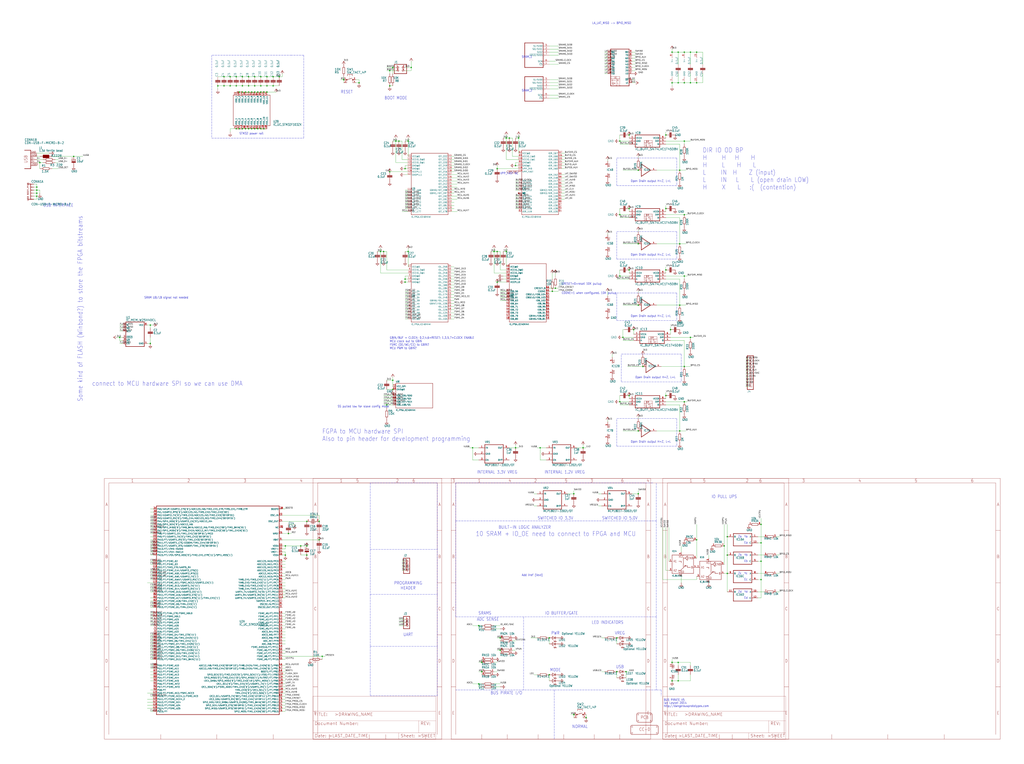
<source format=kicad_sch>
(kicad_sch (version 20211123) (generator eeschema)
  (paper "User" 847.573 632.968)
  (junction (at 325.12 322.58))
  (junction (at 314.96 208.28))
  (junction (at 485.14 594.36))
  (junction (at 571.5 68.58))
  (junction (at 203.2 76.2))
  (junction (at 576.58 447.04))
  (junction (at 571.5 43.18))
  (junction (at 218.44 106.68))
  (junction (at 198.12 106.68))
  (junction (at 528.32 252.73))
  (junction (at 124.46 284.48))
  (junction (at 398.78 548.64))
  (junction (at 213.36 76.2))
  (junction (at 226.06 63.5))
  (junction (at 185.42 63.5))
  (junction (at 566.42 116.84))
  (junction (at 337.82 208.28))
  (junction (at 566.42 43.18))
  (junction (at 200.66 106.68))
  (junction (at 551.18 223.52))
  (junction (at 213.36 106.68))
  (junction (at 205.74 71.12))
  (junction (at 185.42 71.12))
  (junction (at 528.32 140.97))
  (junction (at 396.24 566.42))
  (junction (at 218.44 76.2))
  (junction (at 556.26 68.58))
  (junction (at 210.82 71.12))
  (junction (at 231.14 63.5))
  (junction (at 551.18 172.72))
  (junction (at 215.9 106.68))
  (junction (at 220.98 76.2))
  (junction (at 208.28 106.68))
  (junction (at 447.04 370.84))
  (junction (at 566.42 332.74))
  (junction (at 482.6 370.84))
  (junction (at 337.82 116.84))
  (junction (at 215.9 71.12))
  (junction (at 327.66 116.84))
  (junction (at 210.82 76.2))
  (junction (at 576.58 68.58))
  (junction (at 459.74 238.76))
  (junction (at 562.61 201.93))
  (junction (at 414.02 528.32))
  (junction (at 335.28 231.14))
  (junction (at 190.5 63.5))
  (junction (at 99.06 279.4))
  (junction (at 411.48 208.28))
  (junction (at 419.1 114.3))
  (junction (at 474.98 591.82))
  (junction (at 562.61 140.97))
  (junction (at 322.58 58.42))
  (junction (at 205.74 63.5))
  (junction (at 429.26 114.3))
  (junction (at 180.34 71.12))
  (junction (at 124.46 269.24))
  (junction (at 510.54 528.32))
  (junction (at 601.98 459.74))
  (junction (at 30.48 160.02))
  (junction (at 513.08 228.6))
  (junction (at 524.51 273.05))
  (junction (at 254 431.8))
  (junction (at 510.54 556.26))
  (junction (at 195.58 63.5))
  (junction (at 198.12 76.2))
  (junction (at 556.26 548.64))
  (junction (at 195.58 71.12))
  (junction (at 236.22 459.74))
  (junction (at 30.48 157.48))
  (junction (at 566.42 303.53))
  (junction (at 566.42 177.8))
  (junction (at 454.66 528.32))
  (junction (at 629.92 434.34))
  (junction (at 551.18 327.66))
  (junction (at 317.5 208.28))
  (junction (at 248.92 452.12))
  (junction (at 322.58 142.24))
  (junction (at 601.98 444.5))
  (junction (at 561.34 43.18))
  (junction (at 200.66 76.2))
  (junction (at 528.32 356.87))
  (junction (at 398.78 556.26))
  (junction (at 254 459.74))
  (junction (at 297.18 68.58))
  (junction (at 562.61 252.73))
  (junction (at 200.66 63.5))
  (junction (at 576.58 43.18))
  (junction (at 474.98 408.94))
  (junction (at 284.48 66.04))
  (junction (at 391.16 370.84))
  (junction (at 561.34 563.88))
  (junction (at 601.98 474.98))
  (junction (at 520.7 111.76))
  (junction (at 210.82 106.68))
  (junction (at 200.66 71.12))
  (junction (at 419.1 208.28))
  (junction (at 210.82 63.5))
  (junction (at 566.42 228.6))
  (junction (at 30.48 162.56))
  (junction (at 554.99 273.05))
  (junction (at 220.98 71.12))
  (junction (at 236.22 452.12))
  (junction (at 556.26 563.88))
  (junction (at 220.98 63.5))
  (junction (at 335.28 233.68))
  (junction (at 203.2 106.68))
  (junction (at 411.48 139.7))
  (junction (at 513.08 332.74))
  (junction (at 254 452.12))
  (junction (at 325.12 55.88))
  (junction (at 215.9 63.5))
  (junction (at 421.64 114.3))
  (junction (at 556.26 43.18))
  (junction (at 190.5 71.12))
  (junction (at 520.7 327.66))
  (junction (at 320.04 335.28))
  (junction (at 426.72 370.84))
  (junction (at 195.58 106.68))
  (junction (at 396.24 518.16))
  (junction (at 566.42 68.58))
  (junction (at 330.2 116.84))
  (junction (at 226.06 71.12))
  (junction (at 335.28 139.7))
  (junction (at 518.16 556.26))
  (junction (at 264.16 447.04))
  (junction (at 599.44 452.12))
  (junction (at 515.62 279.4))
  (junction (at 426.72 137.16))
  (junction (at 411.48 233.68))
  (junction (at 571.5 279.4))
  (junction (at 528.32 201.93))
  (junction (at 520.7 172.72))
  (junction (at 513.08 177.8))
  (junction (at 238.76 441.96))
  (junction (at 60.96 129.54))
  (junction (at 454.66 558.8))
  (junction (at 264.16 431.8))
  (junction (at 532.13 303.53))
  (junction (at 562.61 356.87))
  (junction (at 561.34 68.58))
  (junction (at 205.74 106.68))
  (junction (at 457.2 241.3))
  (junction (at 340.36 55.88))
  (junction (at 408.94 208.28))
  (junction (at 528.32 408.94))
  (junction (at 205.74 76.2))
  (junction (at 520.7 223.52))
  (junction (at 629.92 449.58))
  (junction (at 215.9 76.2))
  (junction (at 30.48 154.94))
  (junction (at 266.7 543.56))
  (junction (at 629.92 464.82))
  (junction (at 629.92 480.06))
  (junction (at 551.18 111.76))
  (junction (at 33.02 134.62))
  (junction (at 513.08 116.84))
  (junction (at 325.12 314.96))
  (junction (at 414.02 538.48))
  (junction (at 561.34 548.64))
  (junction (at 322.58 71.12))
  (junction (at 208.28 76.2))
  (wire (pts (xy 264.16 426.72) (xy 264.16 431.8)))
  (wire (pts (xy 373.38 220.98) (xy 375.92 220.98)))
  (wire (pts (xy 231.14 71.12) (xy 226.06 71.12)))
  (wire (pts (xy 27.94 165.1) (xy 30.48 165.1)))
  (wire (pts (xy 337.82 243.84) (xy 335.28 243.84)))
  (wire (pts (xy 335.28 58.42) (xy 340.36 58.42)))
  (wire (pts (xy 373.38 238.76) (xy 375.92 238.76)))
  (wire (pts (xy 127 444.5) (xy 124.46 444.5)))
  (wire (pts (xy 127 530.86) (xy 124.46 530.86)))
  (wire (pts (xy 127 546.1) (xy 124.46 546.1)))
  (wire (pts (xy 236.22 452.12) (xy 248.92 452.12)))
  (wire (pts (xy 524.51 273.05) (xy 524.51 276.86)))
  (wire (pts (xy 642.62 474.98) (xy 645.16 474.98)))
  (wire (pts (xy 210.82 106.68) (xy 208.28 106.68)))
  (wire (pts (xy 322.58 60.96) (xy 322.58 58.42)))
  (wire (pts (xy 576.58 447.04) (xy 576.58 462.28)))
  (wire (pts (xy 233.68 558.8) (xy 236.22 558.8)))
  (wire (pts (xy 561.34 43.18) (xy 566.42 43.18)))
  (wire (pts (xy 642.62 459.74) (xy 645.16 459.74)))
  (polyline (pts (xy 510.54 153.67) (xy 510.54 130.81)))
  (wire (pts (xy 391.16 381) (xy 391.16 370.84)))
  (wire (pts (xy 284.48 63.5) (xy 284.48 66.04)))
  (wire (pts (xy 429.26 134.62) (xy 426.72 134.62)))
  (wire (pts (xy 599.44 452.12) (xy 599.44 434.34)))
  (wire (pts (xy 233.68 581.66) (xy 236.22 581.66)))
  (wire (pts (xy 454.66 53.34) (xy 462.28 53.34)))
  (wire (pts (xy 447.04 370.84) (xy 444.5 370.84)))
  (wire (pts (xy 127 576.58) (xy 124.46 576.58)))
  (wire (pts (xy 335.28 208.28) (xy 337.82 208.28)))
  (wire (pts (xy 528.32 408.94) (xy 523.24 408.94)))
  (wire (pts (xy 556.26 68.58) (xy 561.34 68.58)))
  (wire (pts (xy 127 490.22) (xy 124.46 490.22)))
  (wire (pts (xy 632.46 459.74) (xy 627.38 459.74)))
  (wire (pts (xy 233.68 556.26) (xy 236.22 556.26)))
  (wire (pts (xy 127 541.02) (xy 124.46 541.02)))
  (wire (pts (xy 419.1 208.28) (xy 416.56 208.28)))
  (wire (pts (xy 497.84 419.1) (xy 495.3 419.1)))
  (wire (pts (xy 127 556.26) (xy 124.46 556.26)))
  (wire (pts (xy 464.82 132.08) (xy 467.36 132.08)))
  (polyline (pts (xy 433.324 511.048) (xy 433.324 571.5)))
  (wire (pts (xy 233.68 579.12) (xy 236.22 579.12)))
  (wire (pts (xy 127 571.5) (xy 124.46 571.5)))
  (wire (pts (xy 513.08 111.76) (xy 513.08 116.84)))
  (wire (pts (xy 520.7 119.38) (xy 513.08 119.38)))
  (wire (pts (xy 426.72 530.86) (xy 424.18 530.86)))
  (wire (pts (xy 516.89 273.05) (xy 515.62 273.05)))
  (wire (pts (xy 429.26 172.72) (xy 426.72 172.72)))
  (wire (pts (xy 43.18 129.54) (xy 60.96 129.54)))
  (polyline (pts (xy 251.46 109.22) (xy 251.46 45.72)))
  (wire (pts (xy 233.68 485.14) (xy 236.22 485.14)))
  (wire (pts (xy 180.34 71.12) (xy 180.34 73.66)))
  (wire (pts (xy 127 579.12) (xy 121.92 579.12)))
  (wire (pts (xy 629.92 480.06) (xy 629.92 464.82)))
  (wire (pts (xy 429.26 152.4) (xy 426.72 152.4)))
  (wire (pts (xy 205.74 76.2) (xy 208.28 76.2)))
  (wire (pts (xy 629.92 464.82) (xy 629.92 449.58)))
  (wire (pts (xy 429.26 162.56) (xy 426.72 162.56)))
  (wire (pts (xy 429.26 137.16) (xy 426.72 137.16)))
  (wire (pts (xy 373.38 231.14) (xy 375.92 231.14)))
  (wire (pts (xy 127 459.74) (xy 124.46 459.74)))
  (polyline (pts (xy 543.052 510.794) (xy 543.052 431.546)))
  (wire (pts (xy 576.58 480.06) (xy 548.64 480.06)))
  (wire (pts (xy 373.38 170.18) (xy 375.92 170.18)))
  (wire (pts (xy 190.5 63.5) (xy 195.58 63.5)))
  (wire (pts (xy 454.66 558.8) (xy 454.66 563.88)))
  (wire (pts (xy 502.92 132.08) (xy 502.92 133.35)))
  (wire (pts (xy 464.82 129.54) (xy 467.36 129.54)))
  (wire (pts (xy 398.78 556.26) (xy 396.24 556.26)))
  (wire (pts (xy 30.48 165.1) (xy 30.48 162.56)))
  (polyline (pts (xy 377.19 400.05) (xy 377.19 431.546)))
  (wire (pts (xy 127 561.34) (xy 124.46 561.34)))
  (wire (pts (xy 337.82 246.38) (xy 335.28 246.38)))
  (wire (pts (xy 33.02 157.48) (xy 33.02 160.02)))
  (wire (pts (xy 520.7 172.72) (xy 520.7 175.26)))
  (wire (pts (xy 337.82 139.7) (xy 335.28 139.7)))
  (wire (pts (xy 327.66 55.88) (xy 325.12 55.88)))
  (polyline (pts (xy 510.54 214.63) (xy 510.54 191.77)))
  (wire (pts (xy 330.2 116.84) (xy 327.66 116.84)))
  (wire (pts (xy 523.24 55.88) (xy 525.78 55.88)))
  (wire (pts (xy 373.38 149.86) (xy 378.46 149.86)))
  (wire (pts (xy 233.68 469.9) (xy 236.22 469.9)))
  (wire (pts (xy 502.92 45.72) (xy 500.38 45.72)))
  (wire (pts (xy 515.62 279.4) (xy 524.51 279.4)))
  (wire (pts (xy 419.1 220.98) (xy 419.1 208.28)))
  (wire (pts (xy 373.38 162.56) (xy 378.46 162.56)))
  (wire (pts (xy 444.5 558.8) (xy 441.96 558.8)))
  (wire (pts (xy 457.2 241.3) (xy 462.28 241.3)))
  (wire (pts (xy 566.42 116.84) (xy 566.42 119.38)))
  (wire (pts (xy 373.38 254) (xy 375.92 254)))
  (wire (pts (xy 391.16 370.84) (xy 396.24 370.84)))
  (polyline (pts (xy 560.07 346.71) (xy 560.07 369.57)))
  (wire (pts (xy 325.12 322.58) (xy 320.04 322.58)))
  (wire (pts (xy 337.82 264.16) (xy 335.28 264.16)))
  (wire (pts (xy 127 424.18) (xy 124.46 424.18)))
  (wire (pts (xy 213.36 76.2) (xy 215.9 76.2)))
  (wire (pts (xy 127 439.42) (xy 124.46 439.42)))
  (wire (pts (xy 320.04 223.52) (xy 320.04 208.28)))
  (polyline (pts (xy 377.19 431.546) (xy 543.052 431.546)))
  (wire (pts (xy 233.68 538.48) (xy 236.22 538.48)))
  (wire (pts (xy 218.44 76.2) (xy 220.98 76.2)))
  (wire (pts (xy 322.58 58.42) (xy 320.04 58.42)))
  (wire (pts (xy 127 497.84) (xy 124.46 497.84)))
  (wire (pts (xy 528.32 345.44) (xy 528.32 346.71)))
  (wire (pts (xy 127 472.44) (xy 124.46 472.44)))
  (wire (pts (xy 554.99 276.86) (xy 554.99 273.05)))
  (wire (pts (xy 127 581.66) (xy 121.92 581.66)))
  (wire (pts (xy 419.1 241.3) (xy 414.02 241.3)))
  (wire (pts (xy 127 589.28) (xy 124.46 589.28)))
  (wire (pts (xy 325.12 314.96) (xy 325.12 312.42)))
  (wire (pts (xy 411.48 137.16) (xy 411.48 139.7)))
  (wire (pts (xy 551.18 111.76) (xy 551.18 109.22)))
  (wire (pts (xy 561.34 551.18) (xy 561.34 548.64)))
  (wire (pts (xy 233.68 571.5) (xy 236.22 571.5)))
  (wire (pts (xy 373.38 261.62) (xy 375.92 261.62)))
  (wire (pts (xy 337.82 116.84) (xy 337.82 129.54)))
  (wire (pts (xy 373.38 137.16) (xy 375.92 137.16)))
  (polyline (pts (xy 361.95 535.432) (xy 361.95 492.252)))
  (wire (pts (xy 373.38 259.08) (xy 375.92 259.08)))
  (wire (pts (xy 629.92 434.34) (xy 629.92 449.58)))
  (wire (pts (xy 220.98 76.2) (xy 228.6 76.2)))
  (wire (pts (xy 562.61 201.93) (xy 562.61 180.34)))
  (wire (pts (xy 502.92 43.18) (xy 500.38 43.18)))
  (wire (pts (xy 320.04 208.28) (xy 317.5 208.28)))
  (wire (pts (xy 27.94 157.48) (xy 30.48 157.48)))
  (wire (pts (xy 454.66 81.28) (xy 462.28 81.28)))
  (wire (pts (xy 419.1 248.92) (xy 414.02 248.92)))
  (wire (pts (xy 337.82 167.64) (xy 335.28 167.64)))
  (polyline (pts (xy 514.35 316.23) (xy 514.35 293.37)))
  (wire (pts (xy 543.56 252.73) (xy 562.61 252.73)))
  (wire (pts (xy 127 269.24) (xy 124.46 269.24)))
  (wire (pts (xy 190.5 106.68) (xy 190.5 109.22)))
  (wire (pts (xy 419.1 111.76) (xy 419.1 114.3)))
  (wire (pts (xy 127 421.64) (xy 124.46 421.64)))
  (polyline (pts (xy 241.3 45.72) (xy 175.26 45.72)))
  (wire (pts (xy 426.72 370.84) (xy 426.72 368.3)))
  (wire (pts (xy 337.82 157.48) (xy 335.28 157.48)))
  (wire (pts (xy 464.82 144.78) (xy 467.36 144.78)))
  (wire (pts (xy 601.98 490.22) (xy 601.98 474.98)))
  (wire (pts (xy 627.38 449.58) (xy 629.92 449.58)))
  (wire (pts (xy 233.68 576.58) (xy 236.22 576.58)))
  (wire (pts (xy 226.06 63.5) (xy 231.14 63.5)))
  (wire (pts (xy 373.38 160.02) (xy 375.92 160.02)))
  (wire (pts (xy 464.82 127) (xy 467.36 127)))
  (wire (pts (xy 414.02 520.7) (xy 408.94 520.7)))
  (wire (pts (xy 421.64 114.3) (xy 419.1 114.3)))
  (wire (pts (xy 520.7 231.14) (xy 510.54 231.14)))
  (wire (pts (xy 452.12 370.84) (xy 447.04 370.84)))
  (wire (pts (xy 554.99 279.4) (xy 571.5 279.4)))
  (polyline (pts (xy 306.324 455.168) (xy 361.95 455.168)))
  (wire (pts (xy 562.61 201.93) (xy 567.69 201.93)))
  (wire (pts (xy 127 558.8) (xy 124.46 558.8)))
  (wire (pts (xy 520.7 335.28) (xy 513.08 335.28)))
  (wire (pts (xy 127 518.16) (xy 124.46 518.16)))
  (wire (pts (xy 414.02 208.28) (xy 411.48 208.28)))
  (wire (pts (xy 414.02 538.48) (xy 411.48 538.48)))
  (wire (pts (xy 502.92 60.96) (xy 500.38 60.96)))
  (wire (pts (xy 551.18 175.26) (xy 551.18 172.72)))
  (wire (pts (xy 424.18 538.48) (xy 426.72 538.48)))
  (wire (pts (xy 632.46 490.22) (xy 627.38 490.22)))
  (wire (pts (xy 233.68 584.2) (xy 236.22 584.2)))
  (wire (pts (xy 45.72 132.08) (xy 48.26 132.08)))
  (wire (pts (xy 408.94 518.16) (xy 414.02 518.16)))
  (wire (pts (xy 632.46 474.98) (xy 627.38 474.98)))
  (wire (pts (xy 419.1 228.6) (xy 416.56 228.6)))
  (polyline (pts (xy 361.95 492.252) (xy 361.95 455.168)))
  (wire (pts (xy 429.26 139.7) (xy 411.48 139.7)))
  (wire (pts (xy 314.96 226.06) (xy 314.96 208.28)))
  (wire (pts (xy 373.38 264.16) (xy 375.92 264.16)))
  (polyline (pts (xy 563.88 293.37) (xy 563.88 316.23)))
  (wire (pts (xy 233.68 589.28) (xy 236.22 589.28)))
  (wire (pts (xy 513.08 332.74) (xy 520.7 332.74)))
  (wire (pts (xy 524.51 281.94) (xy 515.62 281.94)))
  (wire (pts (xy 454.66 68.58) (xy 462.28 68.58)))
  (wire (pts (xy 421.64 370.84) (xy 426.72 370.84)))
  (wire (pts (xy 101.6 274.32) (xy 99.06 274.32)))
  (wire (pts (xy 226.06 71.12) (xy 220.98 71.12)))
  (wire (pts (xy 551.18 472.44) (xy 551.18 436.88)))
  (polyline (pts (xy 251.46 45.72) (xy 241.3 45.72)))
  (wire (pts (xy 127 477.52) (xy 124.46 477.52)))
  (wire (pts (xy 495.3 408.94) (xy 497.84 408.94)))
  (wire (pts (xy 127 586.74) (xy 121.92 586.74)))
  (wire (pts (xy 335.28 518.16) (xy 330.2 518.16)))
  (wire (pts (xy 210.82 63.5) (xy 215.9 63.5)))
  (wire (pts (xy 127 533.4) (xy 124.46 533.4)))
  (polyline (pts (xy 306.324 455.168) (xy 306.324 492.252)))
  (wire (pts (xy 337.82 251.46) (xy 335.28 251.46)))
  (wire (pts (xy 586.74 462.28) (xy 586.74 459.74)))
  (wire (pts (xy 127 449.58) (xy 124.46 449.58)))
  (wire (pts (xy 619.76 314.96) (xy 617.22 314.96)))
  (wire (pts (xy 373.38 233.68) (xy 375.92 233.68)))
  (wire (pts (xy 576.58 434.34) (xy 576.58 447.04)))
  (wire (pts (xy 198.12 106.68) (xy 195.58 106.68)))
  (wire (pts (xy 373.38 167.64) (xy 375.92 167.64)))
  (polyline (pts (xy 361.95 400.05) (xy 306.324 400.05)))
  (wire (pts (xy 127 513.08) (xy 124.46 513.08)))
  (wire (pts (xy 429.26 132.08) (xy 419.1 132.08)))
  (wire (pts (xy 27.94 154.94) (xy 30.48 154.94)))
  (wire (pts (xy 210.82 71.12) (xy 205.74 71.12)))
  (wire (pts (xy 337.82 162.56) (xy 335.28 162.56)))
  (wire (pts (xy 551.18 330.2) (xy 551.18 327.66)))
  (wire (pts (xy 439.42 528.32) (xy 444.5 528.32)))
  (wire (pts (xy 33.02 129.54) (xy 30.48 129.54)))
  (wire (pts (xy 127 482.6) (xy 121.92 482.6)))
  (wire (pts (xy 30.48 157.48) (xy 33.02 157.48)))
  (wire (pts (xy 335.28 515.62) (xy 330.2 515.62)))
  (polyline (pts (xy 563.88 316.23) (xy 514.35 316.23)))
  (wire (pts (xy 513.08 223.52) (xy 513.08 228.6)))
  (wire (pts (xy 40.64 127) (xy 30.48 127)))
  (wire (pts (xy 454.66 38.1) (xy 462.28 38.1)))
  (wire (pts (xy 619.76 297.18) (xy 617.22 297.18)))
  (wire (pts (xy 502.92 58.42) (xy 500.38 58.42)))
  (wire (pts (xy 515.62 273.05) (xy 515.62 279.4)))
  (wire (pts (xy 233.68 482.6) (xy 236.22 482.6)))
  (wire (pts (xy 127 426.72) (xy 124.46 426.72)))
  (wire (pts (xy 408.94 556.26) (xy 411.48 556.26)))
  (polyline (pts (xy 510.54 369.57) (xy 510.54 346.71)))
  (wire (pts (xy 502.92 193.04) (xy 502.92 194.31)))
  (wire (pts (xy 388.62 370.84) (xy 391.16 370.84)))
  (wire (pts (xy 520.7 111.76) (xy 520.7 114.3)))
  (wire (pts (xy 562.61 180.34) (xy 551.18 180.34)))
  (wire (pts (xy 551.18 114.3) (xy 551.18 111.76)))
  (wire (pts (xy 619.76 309.88) (xy 617.22 309.88)))
  (polyline (pts (xy 306.324 400.05) (xy 306.324 455.168)))
  (wire (pts (xy 411.48 208.28) (xy 408.94 208.28)))
  (wire (pts (xy 523.24 66.04) (xy 525.78 66.04)))
  (wire (pts (xy 101.6 281.94) (xy 99.06 281.94)))
  (wire (pts (xy 337.82 144.78) (xy 335.28 144.78)))
  (wire (pts (xy 266.7 546.1) (xy 266.7 543.56)))
  (wire (pts (xy 337.82 223.52) (xy 320.04 223.52)))
  (wire (pts (xy 502.92 241.3) (xy 502.92 245.11)))
  (wire (pts (xy 127 452.12) (xy 124.46 452.12)))
  (wire (pts (xy 518.16 556.26) (xy 518.16 561.34)))
  (wire (pts (xy 523.24 53.34) (xy 525.78 53.34)))
  (wire (pts (xy 459.74 238.76) (xy 462.28 238.76)))
  (wire (pts (xy 551.18 177.8) (xy 566.42 177.8)))
  (wire (pts (xy 127 495.3) (xy 124.46 495.3)))
  (wire (pts (xy 619.76 320.04) (xy 617.22 320.04)))
  (wire (pts (xy 35.56 134.62) (xy 33.02 134.62)))
  (wire (pts (xy 454.66 238.76) (xy 459.74 238.76)))
  (polyline (pts (xy 560.07 130.81) (xy 560.07 153.67)))
  (wire (pts (xy 454.66 43.18) (xy 462.28 43.18)))
  (wire (pts (xy 629.92 429.26) (xy 629.92 434.34)))
  (wire (pts (xy 502.92 347.98) (xy 502.92 349.25)))
  (wire (pts (xy 266.7 543.56) (xy 269.24 543.56)))
  (wire (pts (xy 213.36 106.68) (xy 210.82 106.68)))
  (wire (pts (xy 127 515.62) (xy 124.46 515.62)))
  (wire (pts (xy 464.82 154.94) (xy 467.36 154.94)))
  (wire (pts (xy 127 487.68) (xy 124.46 487.68)))
  (wire (pts (xy 642.62 444.5) (xy 645.16 444.5)))
  (wire (pts (xy 429.26 154.94) (xy 426.72 154.94)))
  (wire (pts (xy 398.78 556.26) (xy 398.78 558.8)))
  (wire (pts (xy 396.24 518.16) (xy 396.24 520.7)))
  (wire (pts (xy 454.66 50.8) (xy 459.74 50.8)))
  (wire (pts (xy 373.38 246.38) (xy 375.92 246.38)))
  (wire (pts (xy 454.66 45.72) (xy 462.28 45.72)))
  (polyline (pts (xy 510.54 191.77) (xy 560.07 191.77)))
  (wire (pts (xy 396.24 568.96) (xy 396.24 566.42)))
  (polyline (pts (xy 560.07 214.63) (xy 510.54 214.63)))
  (polyline (pts (xy 306.324 576.326) (xy 361.95 576.326)))
  (wire (pts (xy 464.82 162.56) (xy 467.36 162.56)))
  (wire (pts (xy 320.04 337.82) (xy 320.04 335.28)))
  (wire (pts (xy 320.04 335.28) (xy 317.5 335.28)))
  (wire (pts (xy 335.28 231.14) (xy 335.28 233.68)))
  (wire (pts (xy 581.66 43.18) (xy 581.66 53.34)))
  (wire (pts (xy 180.34 63.5) (xy 185.42 63.5)))
  (wire (pts (xy 528.32 252.73) (xy 515.62 252.73)))
  (wire (pts (xy 561.34 563.88) (xy 571.5 563.88)))
  (wire (pts (xy 454.66 528.32) (xy 454.66 533.4)))
  (wire (pts (xy 195.58 106.68) (xy 190.5 106.68)))
  (wire (pts (xy 233.68 63.5) (xy 231.14 63.5)))
  (wire (pts (xy 429.26 114.3) (xy 429.26 111.76)))
  (wire (pts (xy 337.82 261.62) (xy 335.28 261.62)))
  (wire (pts (xy 127 528.32) (xy 124.46 528.32)))
  (wire (pts (xy 510.54 528.32) (xy 510.54 533.4)))
  (wire (pts (xy 551.18 223.52) (xy 551.18 220.98)))
  (wire (pts (xy 33.02 134.62) (xy 30.48 134.62)))
  (wire (pts (xy 210.82 76.2) (xy 213.36 76.2)))
  (wire (pts (xy 419.1 231.14) (xy 416.56 231.14)))
  (wire (pts (xy 127 436.88) (xy 124.46 436.88)))
  (wire (pts (xy 563.88 457.2) (xy 563.88 452.12)))
  (wire (pts (xy 398.78 568.96) (xy 396.24 568.96)))
  (wire (pts (xy 373.38 236.22) (xy 375.92 236.22)))
  (wire (pts (xy 337.82 175.26) (xy 332.74 175.26)))
  (wire (pts (xy 35.56 132.08) (xy 30.48 132.08)))
  (wire (pts (xy 454.66 241.3) (xy 457.2 241.3)))
  (wire (pts (xy 233.68 528.32) (xy 236.22 528.32)))
  (wire (pts (xy 601.98 459.74) (xy 601.98 444.5)))
  (wire (pts (xy 469.9 408.94) (xy 474.98 408.94)))
  (wire (pts (xy 332.74 132.08) (xy 332.74 116.84)))
  (wire (pts (xy 523.24 68.58) (xy 525.78 68.58)))
  (polyline (pts (xy 547.37 571.5) (xy 543.052 571.5)))
  (wire (pts (xy 233.68 561.34) (xy 236.22 561.34)))
  (wire (pts (xy 233.68 467.36) (xy 236.22 467.36)))
  (polyline (pts (xy 560.07 265.43) (xy 510.54 265.43)))
  (wire (pts (xy 127 467.36) (xy 124.46 467.36)))
  (wire (pts (xy 373.38 256.54) (xy 375.92 256.54)))
  (wire (pts (xy 523.24 50.8) (xy 525.78 50.8)))
  (wire (pts (xy 233.68 421.64) (xy 236.22 421.64)))
  (wire (pts (xy 396.24 520.7) (xy 398.78 520.7)))
  (polyline (pts (xy 543.052 431.546) (xy 543.052 400.05)))
  (wire (pts (xy 248.92 452.12) (xy 254 452.12)))
  (wire (pts (xy 543.56 356.87) (xy 562.61 356.87)))
  (wire (pts (xy 205.74 63.5) (xy 210.82 63.5)))
  (wire (pts (xy 474.98 408.94) (xy 474.98 406.4)))
  (polyline (pts (xy 543.052 571.5) (xy 458.724 571.5)))
  (wire (pts (xy 215.9 106.68) (xy 213.36 106.68)))
  (wire (pts (xy 233.68 454.66) (xy 236.22 454.66)))
  (wire (pts (xy 414.02 530.86) (xy 414.02 528.32)))
  (wire (pts (xy 408.94 226.06) (xy 408.94 208.28)))
  (wire (pts (xy 571.5 279.4) (xy 571.5 280.67)))
  (wire (pts (xy 571.5 279.4) (xy 574.04 279.4)))
  (wire (pts (xy 127 434.34) (xy 124.46 434.34)))
  (wire (pts (xy 373.38 139.7) (xy 375.92 139.7)))
  (wire (pts (xy 335.28 467.36) (xy 332.74 467.36)))
  (wire (pts (xy 447.04 381) (xy 447.04 370.84)))
  (wire (pts (xy 121.92 269.24) (xy 124.46 269.24)))
  (wire (pts (xy 218.44 106.68) (xy 215.9 106.68)))
  (wire (pts (xy 327.66 58.42) (xy 322.58 58.42)))
  (wire (pts (xy 208.28 106.68) (xy 205.74 106.68)))
  (polyline (pts (xy 540.512 400.05) (xy 377.19 400.05)))
  (wire (pts (xy 396.24 518.16) (xy 391.16 518.16)))
  (polyline (pts (xy 175.26 114.3) (xy 251.46 114.3)))
  (wire (pts (xy 220.98 71.12) (xy 215.9 71.12)))
  (wire (pts (xy 337.82 137.16) (xy 335.28 137.16)))
  (wire (pts (xy 502.92 50.8) (xy 500.38 50.8)))
  (wire (pts (xy 236.22 457.2) (xy 236.22 459.74)))
  (wire (pts (xy 327.66 134.62) (xy 327.66 116.84)))
  (wire (pts (xy 233.68 477.52) (xy 236.22 477.52)))
  (polyline (pts (xy 306.324 492.252) (xy 361.95 492.252)))
  (polyline (pts (xy 510.54 130.81) (xy 560.07 130.81)))
  (wire (pts (xy 233.68 518.16) (xy 236.22 518.16)))
  (wire (pts (xy 124.46 279.4) (xy 124.46 284.48)))
  (wire (pts (xy 337.82 248.92) (xy 335.28 248.92)))
  (wire (pts (xy 419.1 233.68) (xy 411.48 233.68)))
  (wire (pts (xy 127 500.38) (xy 124.46 500.38)))
  (wire (pts (xy 127 510.54) (xy 124.46 510.54)))
  (wire (pts (xy 127 563.88) (xy 124.46 563.88)))
  (wire (pts (xy 337.82 228.6) (xy 335.28 228.6)))
  (wire (pts (xy 127 584.2) (xy 121.92 584.2)))
  (wire (pts (xy 127 551.18) (xy 124.46 551.18)))
  (wire (pts (xy 556.26 43.18) (xy 561.34 43.18)))
  (wire (pts (xy 297.18 66.04) (xy 297.18 68.58)))
  (wire (pts (xy 233.68 566.42) (xy 236.22 566.42)))
  (wire (pts (xy 335.28 228.6) (xy 335.28 231.14)))
  (wire (pts (xy 408.94 566.42) (xy 414.02 566.42)))
  (wire (pts (xy 528.32 241.3) (xy 528.32 242.57)))
  (wire (pts (xy 200.66 76.2) (xy 203.2 76.2)))
  (wire (pts (xy 30.48 157.48) (xy 30.48 154.94)))
  (wire (pts (xy 563.88 477.52) (xy 563.88 482.6)))
  (polyline (pts (xy 458.724 571.5) (xy 458.724 612.14)))
  (wire (pts (xy 599.44 467.36) (xy 599.44 452.12)))
  (wire (pts (xy 373.38 134.62) (xy 375.92 134.62)))
  (wire (pts (xy 528.32 356.87) (xy 515.62 356.87)))
  (wire (pts (xy 502.92 53.34) (xy 500.38 53.34)))
  (wire (pts (xy 127 553.72) (xy 124.46 553.72)))
  (wire (pts (xy 101.6 279.4) (xy 99.06 279.4)))
  (wire (pts (xy 520.7 327.66) (xy 520.7 330.2)))
  (wire (pts (xy 513.08 327.66) (xy 513.08 332.74)))
  (wire (pts (xy 562.61 119.38) (xy 551.18 119.38)))
  (wire (pts (xy 294.64 66.04) (xy 297.18 66.04)))
  (wire (pts (xy 562.61 335.28) (xy 551.18 335.28)))
  (wire (pts (xy 127 474.98) (xy 124.46 474.98)))
  (wire (pts (xy 373.38 175.26) (xy 378.46 175.26)))
  (wire (pts (xy 619.76 312.42) (xy 617.22 312.42)))
  (polyline (pts (xy 433.324 571.5) (xy 377.19 571.5)))
  (wire (pts (xy 426.72 370.84) (xy 429.26 370.84)))
  (wire (pts (xy 337.82 114.3) (xy 337.82 116.84)))
  (wire (pts (xy 419.1 132.08) (xy 419.1 114.3)))
  (wire (pts (xy 337.82 208.28) (xy 337.82 205.74)))
  (wire (pts (xy 429.26 165.1) (xy 426.72 165.1)))
  (wire (pts (xy 571.5 548.64) (xy 571.5 551.18)))
  (wire (pts (xy 327.66 114.3) (xy 327.66 116.84)))
  (wire (pts (xy 233.68 480.06) (xy 236.22 480.06)))
  (wire (pts (xy 414.02 541.02) (xy 414.02 538.48)))
  (wire (pts (xy 195.58 71.12) (xy 190.5 71.12)))
  (wire (pts (xy 619.76 299.72) (xy 617.22 299.72)))
  (wire (pts (xy 233.68 447.04) (xy 264.16 447.04)))
  (wire (pts (xy 571.5 43.18) (xy 571.5 53.34)))
  (polyline (pts (xy 361.95 455.168) (xy 361.95 400.05)))
  (wire (pts (xy 373.38 157.48) (xy 375.92 157.48)))
  (wire (pts (xy 215.9 76.2) (xy 218.44 76.2)))
  (wire (pts (xy 556.26 68.58) (xy 556.26 71.12)))
  (wire (pts (xy 198.12 76.2) (xy 200.66 76.2)))
  (wire (pts (xy 314.96 208.28) (xy 312.42 208.28)))
  (wire (pts (xy 562.61 356.87) (xy 562.61 335.28)))
  (wire (pts (xy 215.9 71.12) (xy 210.82 71.12)))
  (wire (pts (xy 426.72 134.62) (xy 426.72 137.16)))
  (wire (pts (xy 424.18 129.54) (xy 424.18 114.3)))
  (wire (pts (xy 45.72 134.62) (xy 48.26 134.62)))
  (wire (pts (xy 632.46 444.5) (xy 627.38 444.5)))
  (wire (pts (xy 233.68 452.12) (xy 236.22 452.12)))
  (wire (pts (xy 619.76 307.34) (xy 617.22 307.34)))
  (wire (pts (xy 233.68 574.04) (xy 236.22 574.04)))
  (wire (pts (xy 337.82 170.18) (xy 335.28 170.18)))
  (wire (pts (xy 284.48 66.04) (xy 281.94 66.04)))
  (wire (pts (xy 337.82 134.62) (xy 327.66 134.62)))
  (wire (pts (xy 127 538.48) (xy 124.46 538.48)))
  (wire (pts (xy 233.68 492.76) (xy 236.22 492.76)))
  (wire (pts (xy 205.74 71.12) (xy 200.66 71.12)))
  (polyline (pts (xy 175.26 45.72) (xy 175.26 114.3)))
  (wire (pts (xy 127 480.06) (xy 124.46 480.06)))
  (wire (pts (xy 523.24 48.26) (xy 525.78 48.26)))
  (wire (pts (xy 190.5 71.12) (xy 185.42 71.12)))
  (wire (pts (xy 373.38 248.92) (xy 375.92 248.92)))
  (wire (pts (xy 325.12 327.66) (xy 317.5 327.66)))
  (polyline (pts (xy 560.07 242.57) (xy 560.07 265.43)))
  (wire (pts (xy 571.5 68.58) (xy 571.5 60.96)))
  (wire (pts (xy 419.1 226.06) (xy 408.94 226.06)))
  (wire (pts (xy 543.56 201.93) (xy 562.61 201.93)))
  (wire (pts (xy 561.34 548.64) (xy 571.5 548.64)))
  (wire (pts (xy 566.42 228.6) (xy 568.96 228.6)))
  (wire (pts (xy 551.18 116.84) (xy 566.42 116.84)))
  (wire (pts (xy 528.32 140.97) (xy 515.62 140.97)))
  (wire (pts (xy 474.98 591.82) (xy 472.44 591.82)))
  (wire (pts (xy 233.68 543.56) (xy 266.7 543.56)))
  (wire (pts (xy 236.22 454.66) (xy 236.22 452.12)))
  (wire (pts (xy 127 441.96) (xy 124.46 441.96)))
  (polyline (pts (xy 510.54 265.43) (xy 510.54 242.57)))
  (wire (pts (xy 561.34 68.58) (xy 566.42 68.58)))
  (wire (pts (xy 325.12 332.74) (xy 317.5 332.74)))
  (wire (pts (xy 101.6 271.78) (xy 99.06 271.78)))
  (polyline (pts (xy 514.35 293.37) (xy 563.88 293.37)))
  (polyline (pts (xy 361.95 576.326) (xy 361.95 535.432)))
  (wire (pts (xy 337.82 231.14) (xy 335.28 231.14)))
  (wire (pts (xy 27.94 160.02) (xy 30.48 160.02)))
  (wire (pts (xy 477.52 370.84) (xy 482.6 370.84)))
  (wire (pts (xy 373.38 129.54) (xy 375.92 129.54)))
  (polyline (pts (xy 510.54 346.71) (xy 560.07 346.71)))
  (wire (pts (xy 233.68 495.3) (xy 236.22 495.3)))
  (wire (pts (xy 127 457.2) (xy 124.46 457.2)))
  (wire (pts (xy 556.26 563.88) (xy 561.34 563.88)))
  (wire (pts (xy 561.34 43.18) (xy 561.34 53.34)))
  (wire (pts (xy 233.68 464.82) (xy 236.22 464.82)))
  (wire (pts (xy 429.26 149.86) (xy 426.72 149.86)))
  (wire (pts (xy 340.36 55.88) (xy 340.36 50.8)))
  (wire (pts (xy 60.96 129.54) (xy 68.58 129.54)))
  (wire (pts (xy 99.06 279.4) (xy 96.52 279.4)))
  (wire (pts (xy 314.96 205.74) (xy 314.96 208.28)))
  (wire (pts (xy 30.48 160.02) (xy 30.48 157.48)))
  (wire (pts (xy 340.36 58.42) (xy 340.36 55.88)))
  (wire (pts (xy 562.61 356.87) (xy 567.69 356.87)))
  (wire (pts (xy 414.02 223.52) (xy 414.02 208.28)))
  (wire (pts (xy 233.68 513.08) (xy 236.22 513.08)))
  (wire (pts (xy 337.82 241.3) (xy 335.28 241.3)))
  (wire (pts (xy 414.02 528.32) (xy 411.48 528.32)))
  (wire (pts (xy 619.76 317.5) (xy 617.22 317.5)))
  (wire (pts (xy 576.58 477.52) (xy 576.58 480.06)))
  (wire (pts (xy 581.66 68.58) (xy 581.66 60.96)))
  (wire (pts (xy 203.2 76.2) (xy 205.74 76.2)))
  (wire (pts (xy 233.68 487.68) (xy 236.22 487.68)))
  (wire (pts (xy 335.28 116.84) (xy 337.82 116.84)))
  (wire (pts (xy 127 454.66) (xy 124.46 454.66)))
  (wire (pts (xy 373.38 172.72) (xy 375.92 172.72)))
  (wire (pts (xy 408.94 205.74) (xy 408.94 208.28)))
  (wire (pts (xy 127 464.82) (xy 124.46 464.82)))
  (wire (pts (xy 429.26 129.54) (xy 424.18 129.54)))
  (wire (pts (xy 30.48 154.94) (xy 30.48 152.4)))
  (wire (pts (xy 27.94 162.56) (xy 30.48 162.56)))
  (wire (pts (xy 337.82 233.68) (xy 335.28 233.68)))
  (wire (pts (xy 562.61 140.97) (xy 562.61 119.38)))
  (wire (pts (xy 464.82 137.16) (xy 467.36 137.16)))
  (wire (pts (xy 233.68 541.02) (xy 236.22 541.02)))
  (wire (pts (xy 419.1 243.84) (xy 414.02 243.84)))
  (wire (pts (xy 248.92 459.74) (xy 254 459.74)))
  (wire (pts (xy 482.6 370.84) (xy 485.14 370.84)))
  (wire (pts (xy 195.58 76.2) (xy 198.12 76.2)))
  (wire (pts (xy 464.82 152.4) (xy 467.36 152.4)))
  (wire (pts (xy 562.61 140.97) (xy 567.69 140.97)))
  (wire (pts (xy 566.42 177.8) (xy 568.96 177.8)))
  (wire (pts (xy 203.2 106.68) (xy 200.66 106.68)))
  (wire (pts (xy 127 502.92) (xy 124.46 502.92)))
  (wire (pts (xy 523.24 45.72) (xy 525.78 45.72)))
  (wire (pts (xy 562.61 252.73) (xy 562.61 231.14)))
  (wire (pts (xy 335.28 513.08) (xy 330.2 513.08)))
  (wire (pts (xy 398.78 548.64) (xy 398.78 546.1)))
  (wire (pts (xy 441.96 408.94) (xy 444.5 408.94)))
  (wire (pts (xy 576.58 68.58) (xy 581.66 68.58)))
  (wire (pts (xy 337.82 172.72) (xy 335.28 172.72)))
  (wire (pts (xy 464.82 157.48) (xy 467.36 157.48)))
  (wire (pts (xy 233.68 533.4) (xy 236.22 533.4)))
  (wire (pts (xy 233.68 568.96) (xy 236.22 568.96)))
  (wire (pts (xy 408.94 208.28) (xy 406.4 208.28)))
  (wire (pts (xy 233.68 551.18) (xy 236.22 551.18)))
  (wire (pts (xy 419.1 223.52) (xy 414.02 223.52)))
  (wire (pts (xy 337.82 220.98) (xy 337.82 208.28)))
  (wire (pts (xy 127 543.56) (xy 124.46 543.56)))
  (wire (pts (xy 566.42 281.94) (xy 554.99 281.94)))
  (wire (pts (xy 551.18 228.6) (xy 566.42 228.6)))
  (wire (pts (xy 513.08 228.6) (xy 520.7 228.6)))
  (wire (pts (xy 543.56 140.97) (xy 562.61 140.97)))
  (wire (pts (xy 520.7 180.34) (xy 513.08 180.34)))
  (wire (pts (xy 523.24 58.42) (xy 525.78 58.42)))
  (wire (pts (xy 233.68 510.54) (xy 236.22 510.54)))
  (polyline (pts (xy 510.54 242.57) (xy 560.07 242.57)))
  (wire (pts (xy 332.74 116.84) (xy 330.2 116.84)))
  (wire (pts (xy 233.68 63.5) (xy 233.68 60.96)))
  (wire (pts (xy 233.68 553.72) (xy 236.22 553.72)))
  (wire (pts (xy 233.68 525.78) (xy 236.22 525.78)))
  (wire (pts (xy 101.6 284.48) (xy 99.06 284.48)))
  (wire (pts (xy 337.82 132.08) (xy 332.74 132.08)))
  (wire (pts (xy 414.02 568.96) (xy 408.94 568.96)))
  (wire (pts (xy 528.32 406.4) (xy 528.32 408.94)))
  (wire (pts (xy 429.26 167.64) (xy 426.72 167.64)))
  (wire (pts (xy 325.12 71.12) (xy 322.58 71.12)))
  (wire (pts (xy 373.38 147.32) (xy 378.46 147.32)))
  (wire (pts (xy 571.5 563.88) (xy 571.5 558.8)))
  (wire (pts (xy 464.82 139.7) (xy 467.36 139.7)))
  (wire (pts (xy 238.76 434.34) (xy 243.84 434.34)))
  (wire (pts (xy 335.28 137.16) (xy 335.28 139.7)))
  (wire (pts (xy 627.38 495.3) (xy 629.92 495.3)))
  (wire (pts (xy 124.46 271.78) (xy 124.46 269.24)))
  (wire (pts (xy 373.38 132.08) (xy 375.92 132.08)))
  (wire (pts (xy 233.68 426.72) (xy 264.16 426.72)))
  (wire (pts (xy 627.38 464.82) (xy 629.92 464.82)))
  (wire (pts (xy 27.94 152.4) (xy 30.48 152.4)))
  (wire (pts (xy 335.28 464.82) (xy 332.74 464.82)))
  (wire (pts (xy 373.38 165.1) (xy 378.46 165.1)))
  (polyline (pts (xy 547.37 571.5) (xy 547.37 576.58)))
  (wire (pts (xy 562.61 231.14) (xy 551.18 231.14)))
  (wire (pts (xy 337.82 160.02) (xy 335.28 160.02)))
  (wire (pts (xy 127 525.78) (xy 124.46 525.78)))
  (wire (pts (xy 561.34 68.58) (xy 561.34 60.96)))
  (wire (pts (xy 325.12 60.96) (xy 325.12 55.88)))
  (polyline (pts (xy 543.052 510.794) (xy 543.052 571.5)))
  (wire (pts (xy 233.68 563.88) (xy 236.22 563.88)))
  (wire (pts (xy 520.7 223.52) (xy 520.7 226.06)))
  (wire (pts (xy 459.74 226.06) (xy 459.74 228.6)))
  (wire (pts (xy 464.82 165.1) (xy 467.36 165.1)))
  (wire (pts (xy 284.48 66.04) (xy 284.48 68.58)))
  (wire (pts (xy 447.04 381) (xy 452.12 381)))
  (wire (pts (xy 398.78 518.16) (xy 396.24 518.16)))
  (wire (pts (xy 398.78 566.42) (xy 396.24 566.42)))
  (wire (pts (xy 325.12 55.88) (xy 320.04 55.88)))
  (wire (pts (xy 127 485.14) (xy 124.46 485.14)))
  (wire (pts (xy 506.73 293.37) (xy 506.73 295.91)))
  (wire (pts (xy 419.1 205.74) (xy 419.1 208.28)))
  (polyline (pts (xy 377.19 431.546) (xy 377.19 510.794)))
  (wire (pts (xy 373.38 243.84) (xy 375.92 243.84)))
  (wire (pts (xy 337.82 226.06) (xy 314.96 226.06)))
  (wire (pts (xy 373.38 142.24) (xy 375.92 142.24)))
  (wire (pts (xy 601.98 444.5) (xy 601.98 434.34)))
  (wire (pts (xy 561.34 563.88) (xy 561.34 558.8)))
  (wire (pts (xy 429.26 170.18) (xy 426.72 170.18)))
  (wire (pts (xy 419.1 246.38) (xy 414.02 246.38)))
  (wire (pts (xy 562.61 252.73) (xy 567.69 252.73)))
  (wire (pts (xy 200.66 106.68) (xy 198.12 106.68)))
  (wire (pts (xy 532.13 303.53) (xy 519.43 303.53)))
  (wire (pts (xy 205.74 106.68) (xy 203.2 106.68)))
  (wire (pts (xy 320.04 314.96) (xy 325.12 314.96)))
  (wire (pts (xy 556.26 548.64) (xy 556.26 546.1)))
  (wire (pts (xy 566.42 43.18) (xy 571.5 43.18)))
  (wire (pts (xy 233.68 457.2) (xy 236.22 457.2)))
  (wire (pts (xy 337.82 259.08) (xy 335.28 259.08)))
  (wire (pts (xy 551.18 327.66) (xy 551.18 325.12)))
  (wire (pts (xy 325.12 335.28) (xy 320.04 335.28)))
  (polyline (pts (xy 306.324 535.432) (xy 306.324 576.326)))
  (wire (pts (xy 124.46 284.48) (xy 121.92 284.48)))
  (wire (pts (xy 464.82 134.62) (xy 467.36 134.62)))
  (wire (pts (xy 513.08 172.72) (xy 513.08 177.8)))
  (wire (pts (xy 454.66 71.12) (xy 462.28 71.12)))
  (wire (pts (xy 30.48 162.56) (xy 30.48 160.02)))
  (wire (pts (xy 127 535.94) (xy 124.46 535.94)))
  (wire (pts (xy 233.68 530.86) (xy 236.22 530.86)))
  (wire (pts (xy 482.6 368.3) (xy 482.6 370.84)))
  (wire (pts (xy 337.82 256.54) (xy 335.28 256.54)))
  (wire (pts (xy 502.92 48.26) (xy 500.38 48.26)))
  (wire (pts (xy 373.38 223.52) (xy 375.92 223.52)))
  (wire (pts (xy 373.38 228.6) (xy 375.92 228.6)))
  (wire (pts (xy 215.9 63.5) (xy 220.98 63.5)))
  (wire (pts (xy 127 508) (xy 124.46 508)))
  (wire (pts (xy 33.02 139.7) (xy 33.02 134.62)))
  (wire (pts (xy 566.42 116.84) (xy 571.5 116.84)))
  (wire (pts (xy 127 447.04) (xy 124.46 447.04)))
  (wire (pts (xy 327.66 116.84) (xy 325.12 116.84)))
  (wire (pts (xy 195.58 63.5) (xy 200.66 63.5)))
  (wire (pts (xy 528.32 201.93) (xy 515.62 201.93)))
  (wire (pts (xy 454.66 40.64) (xy 462.28 40.64)))
  (wire (pts (xy 454.66 78.74) (xy 462.28 78.74)))
  (wire (pts (xy 398.78 548.64) (xy 396.24 548.64)))
  (wire (pts (xy 553.72 464.82) (xy 553.72 436.88)))
  (wire (pts (xy 233.68 441.96) (xy 238.76 441.96)))
  (wire (pts (xy 627.38 480.06) (xy 629.92 480.06)))
  (wire (pts (xy 373.38 144.78) (xy 378.46 144.78)))
  (wire (pts (xy 474.98 594.36) (xy 474.98 591.82)))
  (wire (pts (xy 233.68 490.22) (xy 236.22 490.22)))
  (wire (pts (xy 601.98 474.98) (xy 599.44 474.98)))
  (wire (pts (xy 373.38 152.4) (xy 378.46 152.4)))
  (wire (pts (xy 233.68 508) (xy 236.22 508)))
  (wire (pts (xy 101.6 269.24) (xy 99.06 269.24)))
  (wire (pts (xy 571.5 43.18) (xy 576.58 43.18)))
  (wire (pts (xy 325.12 330.2) (xy 317.5 330.2)))
  (polyline (pts (xy 560.07 191.77) (xy 560.07 214.63)))
  (wire (pts (xy 236.22 459.74) (xy 233.68 459.74)))
  (wire (pts (xy 518.16 556.26) (xy 520.7 556.26)))
  (wire (pts (xy 396.24 566.42) (xy 391.16 566.42)))
  (wire (pts (xy 502.92 55.88) (xy 500.38 55.88)))
  (wire (pts (xy 335.28 469.9) (xy 332.74 469.9)))
  (wire (pts (xy 528.32 190.5) (xy 528.32 191.77)))
  (wire (pts (xy 408.94 548.64) (xy 411.48 548.64)))
  (wire (pts (xy 220.98 63.5) (xy 226.06 63.5)))
  (wire (pts (xy 566.42 68.58) (xy 571.5 68.58)))
  (wire (pts (xy 233.68 586.74) (xy 236.22 586.74)))
  (polyline (pts (xy 560.07 369.57) (xy 510.54 369.57)))
  (wire (pts (xy 220.98 106.68) (xy 218.44 106.68)))
  (wire (pts (xy 576.58 43.18) (xy 581.66 43.18)))
  (wire (pts (xy 43.18 139.7) (xy 48.26 139.7)))
  (wire (pts (xy 127 574.04) (xy 121.92 574.04)))
  (wire (pts (xy 127 429.26) (xy 124.46 429.26)))
  (polyline (pts (xy 251.46 114.3) (xy 251.46 109.22)))
  (wire (pts (xy 513.08 116.84) (xy 520.7 116.84)))
  (polyline (pts (xy 458.724 571.5) (xy 433.324 571.5)))
  (wire (pts (xy 317.5 208.28) (xy 314.96 208.28)))
  (wire (pts (xy 566.42 303.53) (xy 571.5 303.53)))
  (wire (pts (xy 233.68 546.1) (xy 236.22 546.1)))
  (wire (pts (xy 325.12 320.04) (xy 325.12 314.96)))
  (wire (pts (xy 528.32 129.54) (xy 528.32 130.81)))
  (wire (pts (xy 457.2 231.14) (xy 457.2 226.06)))
  (wire (pts (xy 373.38 154.94) (xy 378.46 154.94)))
  (wire (pts (xy 185.42 63.5) (xy 190.5 63.5)))
  (wire (pts (xy 551.18 172.72) (xy 551.18 170.18)))
  (wire (pts (xy 553.72 472.44) (xy 551.18 472.44)))
  (wire (pts (xy 429.26 114.3) (xy 426.72 114.3)))
  (wire (pts (xy 373.38 251.46) (xy 375.92 251.46)))
  (wire (pts (xy 373.38 226.06) (xy 375.92 226.06)))
  (wire (pts (xy 200.66 71.12) (xy 195.58 71.12)))
  (wire (pts (xy 464.82 160.02) (xy 467.36 160.02)))
  (wire (pts (xy 454.66 73.66) (xy 462.28 73.66)))
  (wire (pts (xy 513.08 177.8) (xy 520.7 177.8)))
  (wire (pts (xy 571.5 68.58) (xy 576.58 68.58)))
  (wire (pts (xy 238.76 441.96) (xy 241.3 441.96)))
  (wire (pts (xy 424.18 114.3) (xy 421.64 114.3)))
  (wire (pts (xy 551.18 226.06) (xy 551.18 223.52)))
  (wire (pts (xy 629.92 495.3) (xy 629.92 480.06)))
  (wire (pts (xy 337.82 165.1) (xy 335.28 165.1)))
  (wire (pts (xy 464.82 149.86) (xy 467.36 149.86)))
  (wire (pts (xy 561.34 548.64) (xy 556.26 548.64)))
  (wire (pts (xy 566.42 303.53) (xy 566.42 281.94)))
  (wire (pts (xy 337.82 254) (xy 335.28 254)))
  (wire (pts (xy 454.66 66.04) (xy 462.28 66.04)))
  (wire (pts (xy 335.28 472.44) (xy 332.74 472.44)))
  (wire (pts (xy 510.54 556.26) (xy 510.54 561.34)))
  (wire (pts (xy 233.68 431.8) (xy 254 431.8)))
  (wire (pts (xy 500.38 528.32) (xy 497.84 528.32)))
  (wire (pts (xy 233.68 520.7) (xy 236.22 520.7)))
  (wire (pts (xy 127 431.8) (xy 124.46 431.8)))
  (polyline (pts (xy 560.07 153.67) (xy 510.54 153.67)))
  (wire (pts (xy 645.16 490.22) (xy 642.62 490.22)))
  (wire (pts (xy 396.24 381) (xy 391.16 381)))
  (wire (pts (xy 554.99 273.05) (xy 554.99 270.51)))
  (wire (pts (xy 566.42 228.6) (xy 566.42 231.14)))
  (wire (pts (xy 619.76 302.26) (xy 617.22 302.26)))
  (polyline (pts (xy 306.324 535.432) (xy 361.95 535.432)))
  (polyline (pts (xy 306.324 492.252) (xy 306.324 535.432)))
  (wire (pts (xy 419.1 114.3) (xy 416.56 114.3)))
  (wire (pts (xy 233.68 515.62) (xy 236.22 515.62)))
  (wire (pts (xy 337.82 142.24) (xy 322.58 142.24)))
  (wire (pts (xy 429.26 157.48) (xy 426.72 157.48)))
  (wire (pts (xy 551.18 332.74) (xy 566.42 332.74)))
  (wire (pts (xy 208.28 76.2) (xy 210.82 76.2)))
  (wire (pts (xy 200.66 63.5) (xy 205.74 63.5)))
  (wire (pts (xy 233.68 523.24) (xy 236.22 523.24)))
  (wire (pts (xy 548.64 480.06) (xy 548.64 436.88)))
  (wire (pts (xy 233.68 474.98) (xy 236.22 474.98)))
  (wire (pts (xy 485.14 591.82) (xy 485.14 594.36)))
  (wire (pts (xy 497.84 556.26) (xy 500.38 556.26)))
  (wire (pts (xy 464.82 147.32) (xy 467.36 147.32)))
  (wire (pts (xy 601.98 474.98) (xy 601.98 459.74)))
  (wire (pts (xy 556.26 40.64) (xy 556.26 43.18)))
  (wire (pts (xy 441.96 419.1) (xy 444.5 419.1)))
  (wire (pts (xy 523.24 43.18) (xy 525.78 43.18)))
  (wire (pts (xy 619.76 304.8) (xy 617.22 304.8)))
  (wire (pts (xy 294.64 68.58) (xy 297.18 68.58)))
  (wire (pts (xy 566.42 332.74) (xy 568.96 332.74)))
  (wire (pts (xy 373.38 241.3) (xy 375.92 241.3)))
  (wire (pts (xy 547.37 303.53) (xy 566.42 303.53)))
  (wire (pts (xy 185.42 71.12) (xy 180.34 71.12)))
  (wire (pts (xy 99.06 281.94) (xy 99.06 279.4)))
  (polyline (pts (xy 377.19 510.794) (xy 543.052 510.794)))
  (wire (pts (xy 335.28 55.88) (xy 340.36 55.88)))
  (wire (pts (xy 429.26 127) (xy 429.26 114.3)))
  (text "Yb" (at 615.95 460.756 180) (effects (font (size 1.778 1.5113)) (justify left bottom)))
  (text "Open Drain output H=Z, L=L" (at 521.97 212.09 180) (effects (font (size 1.778 1.5113)) (justify left bottom)))
  (text "Yd" (at 615.95 491.236 180) (effects (font (size 1.778 1.5113)) (justify left bottom)))
  (text "http://dangerousprototypes.com" (at 549.402 585.978 180) (effects (font (size 1.778 1.5113)) (justify left bottom)))
  (text "IO PULL UPS" (at 599.44 411.48 180) (effects (font (size 2.54 2.159))))
  (text "Za" (at 610.87 445.516 180) (effects (font (size 1.778 1.5113)) (justify left bottom)))
  (text "Zc" (at 610.87 475.996 180) (effects (font (size 1.778 1.5113)) (justify left bottom)))
  (text "Open Drain output H=Z, L=L" (at 521.97 151.13 180) (effects (font (size 1.778 1.5113)) (justify left bottom)))
  (text "SWITCHED IO 5.0V" (at 513.08 429.26 180) (effects (font (size 2.54 2.159))))
  (text "MODE" (at 459.74 554.99 180) (effects (font (size 2.54 2.159))))
  (text "FGPA to MCU hardware SPI\nAlso to pin header for development programming" (at 266.7 365.76 0) (effects (font (size 3.81 3.2385)) (justify left bottom)))
  (text "SS pulled low for slave config mode" (at 279.4 337.82 180) (effects (font (size 1.778 1.5113)) (justify left bottom)))
  (text "CDONE=1 when configured. 10K pullup" (at 464.82 243.84 180) (effects (font (size 1.778 1.5113)) (justify left bottom)))
  (text "USB" (at 513.08 552.45 180) (effects (font (size 2.54 2.159))))
  (text "PWR" (at 459.74 524.51 180) (effects (font (size 2.54 2.159))))
  (text "INTERNAL 3.3V VREG" (at 411.48 391.16 180) (effects (font (size 2.54 2.159))))
  (text "connect to MCU hardware SPI so we can use DMA" (at 76.2 320.04 180) (effects (font (size 3.81 3.2385)) (justify left bottom)))
  (text "Open Drain output H=Z, L=L" (at 521.97 262.89 180) (effects (font (size 1.778 1.5113)) (justify left bottom)))
  (text "SWITCHED IO 3.3V" (at 459.74 429.26 180) (effects (font (size 2.54 2.159))))
  (text "DIR IO OD BP\nH     H   H    H\nH     L    H    L\nL     IN  H    Z (input)\nL     IN   L    L (open drain LOW)\nH     X    L   :(  (contention)" (at 581.66 157.48 0) (effects (font (size 3.81 3.2385)) (justify left bottom)))
  (text "Eb" (at 615.95 465.836 180) (effects (font (size 1.778 1.5113)) (justify left bottom)))
  (text "Ya" (at 615.95 445.516 180) (effects (font (size 1.778 1.5113)) (justify left bottom)))
  (text "ADC SENSE" (at 403.86 513.08 180) (effects (font (size 2.54 2.159))))
  (text "BUS PIRATE I/O" (at 419.1 574.04 180) (effects (font (size 2.54 2.159))))
  (text "GBIN/BUF = CLOCK; 0,2,4,6=RESET; 1,3,5,7=CLOCK ENABLE\nMCU clock out to GBIN\nFSMC (OE/WE/CE) to GBIN?\nMCU PWM to GBIN?" (at 322.58 289.56 0) (effects (font (size 1.778 1.5113)) (justify left bottom)))
  (text "SRAM UB/LB signal not needed~{}" (at 119.38 247.65 180) (effects (font (size 1.778 1.5113)) (justify left bottom)))
  (text "PROGRAMMING\nHEADER" (at 337.82 485.14 180) (effects (font (size 2.54 2.159))))
  (text "SRAM_1" (at 431.8 48.26 180) (effects (font (size 1.778 1.5113)) (justify left bottom)))
  (text "Yc" (at 615.95 475.996 180) (effects (font (size 1.778 1.5113)) (justify left bottom)))
  (text "USB INTERFACE" (at 48.26 170.18 180) (effects (font (size 2.54 2.159))))
  (text "Add Vref (Vext)" (at 431.8 477.52 180) (effects (font (size 1.778 1.5113)) (justify left bottom)))
  (text "Open Drain output H=Z, L=L" (at 525.78 313.69 180) (effects (font (size 1.778 1.5113)) (justify left bottom)))
  (text "LED INDICATORS" (at 502.92 515.62 180) (effects (font (size 2.54 2.159))))
  (text "VREG" (at 513.08 524.51 180) (effects (font (size 2.54 2.159))))
  (text "BOOT MODE" (at 327.66 81.28 180) (effects (font (size 2.54 2.159))))
  (text "Ec" (at 615.95 481.076 180) (effects (font (size 1.778 1.5113)) (justify left bottom)))
  (text "UART" (at 337.82 525.78 180) (effects (font (size 2.54 2.159))))
  (text "Ed" (at 615.95 496.316 180) (effects (font (size 1.778 1.5113)) (justify left bottom)))
  (text "Some kind of FLASH (Winbond?) to store the FPGA bitstreams" (at 68.58 332.74 90) (effects (font (size 3.81 3.2385)) (justify left bottom)))
  (text "INTERNAL 1.2V VREG" (at 467.36 391.16 180) (effects (font (size 2.54 2.159))))
  (text "RESET" (at 287.02 76.2 180) (effects (font (size 2.54 2.159))))
  (text "VPP_FAST NC" (at 414.02 144.78 180) (effects (font (size 1.778 1.5113)) (justify left bottom)))
  (text "Open Drain output H=Z, L=L" (at 521.97 367.03 180) (effects (font (size 1.778 1.5113)) (justify left bottom)))
  (text "IO BUFFER/GATE" (at 464.82 508 180) (effects (font (size 2.54 2.159))))
  (text "Ian Lesnet 2014" (at 549.402 583.438 180) (effects (font (size 1.778 1.5113)) (justify left bottom)))
  (text "10 SRAM + IO_OE need to connect to FPGA and MCU" (at 393.7 444.5 180) (effects (font (size 3.81 3.2385)) (justify left bottom)))
  (text "LA_LAT_MISO -> BPIO_MISO" (at 490.22 20.32 180) (effects (font (size 1.778 1.5113)) (justify left bottom)))
  (text "SRAM_2" (at 431.8 76.2 180) (effects (font (size 1.778 1.5113)) (justify left bottom)))
  (text "SRAMS" (at 401.32 508 180) (effects (font (size 2.54 2.159))))
  (text "Zd" (at 610.87 491.236 180) (effects (font (size 1.778 1.5113)) (justify left bottom)))
  (text "CRESET=0=reset 10K pullup" (at 464.82 236.22 180) (effects (font (size 1.778 1.5113)) (justify left bottom)))
  (text "Zb" (at 610.87 460.756 180) (effects (font (size 1.778 1.5113)) (justify left bottom)))
  (text "BUILT-IN LOGIC ANALYZER" (at 434.34 436.88 180) (effects (font (size 2.54 2.159))))
  (text "BUS PIRATE V5" (at 549.402 580.898 180) (effects (font (size 1.778 1.5113)) (justify left bottom)))
  (text "STM32 power rail" (at 198.12 111.76 180) (effects (font (size 1.778 1.5113)) (justify left bottom)))
  (text "Ea" (at 615.95 450.596 180) (effects (font (size 1.778 1.5113)) (justify left bottom)))
  (text "NORMAL" (at 480.06 601.98 180) (effects (font (size 2.54 2.159))))
  (label "FSMC_A0" (at 236.22 508 0) (effects (font (size 1.2446 1.2446))))
  (label "SRAM0_SIO1" (at 462.28 40.64 0) (effects (font (size 1.2446 1.2446))))
  (label "BUFDIR_CS" (at 467.36 127 0) (effects (font (size 1.2446 1.2446))))
  (label "3V3" (at 528.32 190.5 0) (effects (font (size 1.2446 1.2446))))
  (label "SRAM1_CS" (at 462.28 81.28 0) (effects (font (size 1.2446 1.2446))))
  (label "USBLED" (at 497.84 556.26 180) (effects (font (size 1.2446 1.2446))))
  (label "BUFDIR_MISO" (at 568.96 228.6 0) (effects (font (size 1.2446 1.2446))))
  (label "3V3" (at 228.6 76.2 0) (effects (font (size 1.2446 1.2446))))
  (label "BUFOD_CS" (at 467.36 132.08 0) (effects (font (size 1.2446 1.2446))))
  (label "3V3" (at 320.04 314.96 0) (effects (font (size 1.2446 1.2446))))
  (label "VPUN" (at 551.18 109.22 0) (effects (font (size 1.2446 1.2446))))
  (label "FSMC_D6" (at 124.46 530.86 0) (effects (font (size 1.2446 1.2446))))
  (label "BPIO_CLOCK" (at 567.69 201.93 0) (effects (font (size 1.2446 1.2446))))
  (label "VUSB" (at 388.62 370.84 180) (effects (font (size 1.2446 1.2446))))
  (label "LAT_MISO" (at 500.38 53.34 0) (effects (font (size 1.2446 1.2446))))
  (label "UART_RX" (at 236.22 568.96 0) (effects (font (size 1.2446 1.2446))))
  (label "ADC1" (at 236.22 553.72 0) (effects (font (size 1.2446 1.2446))))
  (label "BPIO_MISO" (at 617.22 302.26 0) (effects (font (size 1.2446 1.2446))))
  (label "ADC6" (at 411.48 538.48 0) (effects (font (size 1.2446 1.2446))))
  (label "SRAM1_SIO2" (at 335.28 162.56 0) (effects (font (size 1.2446 1.2446))))
  (label "MCU_AUX10" (at 414.02 243.84 0) (effects (font (size 1.2446 1.2446))))
  (label "FLASH_SCK" (at 236.22 558.8 0) (effects (font (size 1.2446 1.2446))))
  (label "MCU_AUX7" (at 124.46 508 0) (effects (font (size 1.2446 1.2446))))
  (label "FPGA_CRESET" (at 236.22 579.12 0) (effects (font (size 1.2446 1.2446))))
  (label "BUFIO_CS" (at 515.62 281.94 0) (effects (font (size 1.2446 1.2446))))
  (label "BPIO_MISO" (at 525.78 53.34 0) (effects (font (size 1.2446 1.2446))))
  (label "VUSB" (at 586.74 459.74 90) (effects (font (size 1.2446 1.2446))))
  (label "BUFDIR_AUX" (at 568.96 332.74 0) (effects (font (size 1.2446 1.2446))))
  (label "VPUN" (at 426.72 538.48 0) (effects (font (size 1.2446 1.2446))))
  (label "FSMC_A3" (at 236.22 515.62 0) (effects (font (size 1.2446 1.2446))))
  (label "BUFIO_AUX" (at 467.36 137.16 0) (effects (font (size 1.2446 1.2446))))
  (label "FSMC_A2" (at 335.28 251.46 0) (effects (font (size 1.2446 1.2446))))
  (label "FSMC_D13" (at 124.46 485.14 0) (effects (font (size 1.2446 1.2446))))
  (label "BPIO_MOSI" (at 617.22 297.18 0) (effects (font (size 1.2446 1.2446))))
  (label "FSMC_D2" (at 335.28 241.3 0) (effects (font (size 1.2446 1.2446))))
  (label "FPGA_CDONE" (at 236.22 576.58 0) (effects (font (size 1.2446 1.2446))))
  (label "BPIO_AUX" (at 617.22 307.34 0) (effects (font (size 1.2446 1.2446))))
  (label "FSMC_D1" (at 375.92 243.84 0) (effects (font (size 1.2446 1.2446))))
  (label "MS0" (at 472.44 591.82 0) (effects (font (size 1.2446 1.2446))))
  (label "FSMC_D12" (at 124.46 546.1 0) (effects (font (size 1.2446 1.2446))))
  (label "SWDIO" (at 124.46 454.66 0) (effects (font (size 1.2446 1.2446))))
  (label "SWV33" (at 411.48 548.64 0) (effects (font (size 1.2446 1.2446))))
  (label "SRAM1_SIO2" (at 462.28 71.12 0) (effects (font (size 1.2446 1.2446))))
  (label "GND" (at 520.7 556.26 0) (effects (font (size 1.2446 1.2446))))
  (label "1V2" (at 335.28 116.84 0) (effects (font (size 1.2446 1.2446))))
  (label "BUFOD_CS" (at 519.43 303.53 0) (effects (font (size 1.2446 1.2446))))
  (label "MCU_AUX6" (at 378.46 165.1 0) (effects (font (size 1.2446 1.2446))))
  (label "FSMC_NE3_CE" (at 124.46 576.58 0) (effects (font (size 1.2446 1.2446))))
  (label "3V3" (at 439.42 528.32 0) (effects (font (size 1.2446 1.2446))))
  (label "MCU_AUX6" (at 236.22 574.04 0) (effects (font (size 1.2446 1.2446))))
  (label "FSMC_D10" (at 124.46 541.02 0) (effects (font (size 1.2446 1.2446))))
  (label "FPGA_PROG_MOSI" (at 317.5 330.2 0) (effects (font (size 1.2446 1.2446))))
  (label "FSMC_D12" (at 375.92 231.14 0) (effects (font (size 1.2446 1.2446))))
  (label "VPUN" (at 601.98 434.34 90) (effects (font (size 1.2446 1.2446))))
  (label "FSMC_A3" (at 335.28 254 0) (effects (font (size 1.2446 1.2446))))
  (label "FPGA_PROG_CLOCK" (at 236.22 584.2 0) (effects (font (size 1.2446 1.2446))))
  (label "FSMC_D15" (at 375.92 228.6 0) (effects (font (size 1.2446 1.2446))))
  (label "BUFDIR_MISO" (at 426.72 172.72 0) (effects (font (size 1.2446 1.2446))))
  (label "VREGEN" (at 497.84 528.32 180) (effects (font (size 1.2446 1.2446))))
  (label "BUFDIR_MOSI" (at 426.72 165.1 0) (effects (font (size 1.2446 1.2446))))
  (label "USB_D+" (at 124.46 452.12 0) (effects (font (size 1.2446 1.2446))))
  (label "VREGEN" (at 441.96 419.1 180) (effects (font (size 1.2446 1.2446))))
  (label "BUFOD_CLOCK" (at 426.72 149.86 0) (effects (font (size 1.2446 1.2446))))
  (label "3V3" (at 506.73 293.37 0) (effects (font (size 1.2446 1.2446))))
  (label "FLASH_MOSI" (at 99.06 269.24 0) (effects (font (size 1.2446 1.2446))))
  (label "FPGA_CDONE" (at 462.28 241.3 0) (effects (font (size 1.2446 1.2446))))
  (label "LD1" (at 441.96 558.8 180) (effects (font (size 1.2446 1.2446))))
  (label "FPGA_PROG_MOSI" (at 236.22 589.28 0) (effects (font (size 1.2446 1.2446))))
  (label "BUFIO_CLOCK" (at 513.08 180.34 0) (effects (font (size 1.2446 1.2446))))
  (label "BUFDIR_AUX" (at 467.36 134.62 0) (effects (font (size 1.2446 1.2446))))
  (label "FSMC_NWE_WE" (at 124.46 477.52 0) (effects (font (size 1.2446 1.2446))))
  (label "LAT_SWV50" (at 500.38 43.18 0) (effects (font (size 1.2446 1.2446))))
  (label "3V3" (at 429.26 370.84 0) (effects (font (size 1.2446 1.2446))))
  (label "BOOT1" (at 236.22 556.26 0) (effects (font (size 1.2446 1.2446))))
  (label "FSMC_D5" (at 375.92 261.62 0) (effects (font (size 1.2446 1.2446))))
  (label "BOOT1" (at 320.04 58.42 0) (effects (font (size 1.2446 1.2446))))
  (label "BPIO_CS" (at 571.5 303.53 0) (effects (font (size 1.2446 1.2446))))
  (label "VUSB" (at 563.88 452.12 90) (effects (font (size 1.2446 1.2446))))
  (label "MCU_AUX1" (at 236.22 490.22 0) (effects (font (size 1.2446 1.2446))))
  (label "D+" (at 30.48 134.62 0) (effects (font (size 1.2446 1.2446))))
  (label "SRAM1_SIO3" (at 462.28 73.66 0) (effects (font (size 1.2446 1.2446))))
  (label "UART_RX" (at 330.2 515.62 0) (effects (font (size 1.2446 1.2446))))
  (label "SRAM1_SIO3" (at 335.28 170.18 0) (effects (font (size 1.2446 1.2446))))
  (label "SRAM0_CLOCK" (at 375.92 137.16 0) (effects (font (size 1.2446 1.2446))))
  (label "BUFOD_MISO" (at 426.72 167.64 0) (effects (font (size 1.2446 1.2446))))
  (label "FSMC_D14" (at 124.46 487.68 0) (effects (font (size 1.2446 1.2446))))
  (label "FSMC_D7" (at 124.46 533.4 0) (effects (font (size 1.2446 1.2446))))
  (label "3V3" (at 524.51 273.05 0) (effects (font (size 1.2446 1.2446))))
  (label "SWV33" (at 551.18 436.88 90) (effects (font (size 1.2446 1.2446))))
  (label "VEXTPU" (at 236.22 546.1 0) (effects (font (size 1.2446 1.2446))))
  (label "MCU_AUX8" (at 124.46 510.54 0) (effects (font (size 1.2446 1.2446))))
  (label "PWM" (at 375.92 248.92 0) (effects (font (size 1.2446 1.2446))))
  (label "RST" (at 241.3 441.96 0) (effects (font (size 1.2446 1.2446))))
  (label "3V3" (at 96.52 279.4 0) (effects (font (size 1.2446 1.2446))))
  (label "VPUN" (at 551.18 220.98 0) (effects (font (size 1.2446 1.2446))))
  (label "LAT_SWV33" (at 467.36 147.32 0) (effects (font (size 1.2446 1.2446))))
  (label "FSMC_D6" (at 375.92 259.08 0) (effects (font (size 1.2446 1.2446))))
  (label "ADC3" (at 124.46 434.34 0) (effects (font (size 1.2446 1.2446))))
  (label "VPUN" (at 551.18 170.18 0) (effects (font (size 1.2446 1.2446))))
  (label "1V2" (at 322.58 142.24 180) (effects (font (size 1.2446 1.2446))))
  (label "3V3" (at 251.46 452.12 0) (effects (font (size 1.2446 1.2446))))
  (label "VUSB" (at 68.58 129.54 0) (effects (font (size 1.2446 1.2446))))
  (label "BUFOD_AUX" (at 515.62 356.87 0) (effects (font (size 1.2446 1.2446))))
  (label "MCU_AUX4" (at 124.46 480.06 0) (effects (font (size 1.2446 1.2446))))
  (label "FLASH_MOSI" (at 236.22 563.88 0) (effects (font (size 1.2446 1.2446))))
  (label "BPIO_CS" (at 617.22 304.8 0) (effects (font (size 1.2446 1.2446))))
  (label "3V3" (at 520.7 223.52 0) (effects (font (size 1.2446 1.2446))))
  (label "FPGA_PROG_MISO" (at 236.22 586.74 0) (effects (font (size 1.2446 1.2446))))
  (label "BPIO_CLOCK" (at 617.22 299.72 0) (effects (font (size 1.2446 1.2446))))
  (label "FSMC_D2" (at 124.46 464.82 0) (effects (font (size 1.2446 1.2446))))
  (label "3V3" (at 284.48 50.8 0) (effects (font (size 1.2446 1.2446))))
  (label "FSMC_D9" (at 124.46 538.48 0) (effects (font (size 1.2446 1.2446))))
  (label "FPGA_PROG_CLOCK" (at 317.5 332.74 0) (effects (font (size 1.2446 1.2446))))
  (label "BUFIO_AUX" (at 513.08 335.28 0) (effects (font (size 1.2446 1.2446))))
  (label "MCU_INT1" (at 124.46 515.62 0) (effects (font (size 1.2446 1.2446))))
  (label "ADC5" (at 124.46 429.26 0) (effects (font (size 1.2446 1.2446))))
  (label "3V3" (at 264.16 447.04 0) (effects (font (size 1.2446 1.2446))))
  (label "BUFIO_MISO" (at 510.54 231.14 0) (effects (font (size 1.2446 1.2446))))
  (label "D-" (at 30.48 132.08 0) (effects (font (size 1.2446 1.2446))))
  (label "MCU_INT0" (at 375.92 157.48 0) (effects (font (size 1.2446 1.2446))))
  (label "FSMC_A5" (at 236.22 520.7 0) (effects (font (size 1.2446 1.2446))))
  (label "FSMC_D4" (at 375.92 264.16 0) (effects (font (size 1.2446 1.2446))))
  (label "FSMC_A5" (at 335.28 259.08 0) (effects (font (size 1.2446 1.2446))))
  (label "FSMC_A2" (at 236.22 513.08 0) (effects (font (size 1.2446 1.2446))))
  (label "FSMC_D11" (at 375.92 233.68 0) (effects (font (size 1.2446 1.2446))))
  (label "SWV50" (at 553.72 436.88 90) (effects (font (size 1.2446 1.2446))))
  (label "V50PU" (at 124.46 553.72 0) (effects (font (size 1.2446 1.2446))))
  (label "VPUN" (at 551.18 325.12 0) (effects (font (size 1.2446 1.2446))))
  (label "MCU_INT1" (at 375.92 160.02 0) (effects (font (size 1.2446 1.2446))))
  (label "MCU_MCO" (at 124.46 441.96 0) (effects (font (size 1.2446 1.2446))))
  (label "FPGA_CRESET" (at 462.28 238.76 0) (effects (font (size 1.2446 1.2446))))
  (label "SRAM0_CS" (at 375.92 129.54 0) (effects (font (size 1.2446 1.2446))))
  (label "1V2" (at 416.56 208.28 0) (effects (font (size 1.2446 1.2446))))
  (label "USB_D-" (at 48.26 132.08 0) (effects (font (size 1.2446 1.2446))))
  (label "FSMC_D7" (at 375.92 256.54 0) (effects (font (size 1.2446 1.2446))))
  (label "MCU_AUX11" (at 414.02 246.38 0) (effects (font (size 1.2446 1.2446))))
  (label "ADC2" (at 124.46 439.42 0) (effects (font (size 1.2446 1.2446))))
  (label "ADC4" (at 124.46 431.8 0) (effects (font (size 1.2446 1.2446))))
  (label "SRAM0_SIO2" (at 462.28 43.18 0) (effects (font (size 1.2446 1.2446))))
  (label "UART_TX" (at 236.22 566.42 0) (effects (font (size 1.2446 1.2446))))
  (label "SWDIO" (at 332.74 469.9 0) (effects (font (size 1.2446 1.2446))))
  (label "3V3" (at 416.56 114.3 0) (effects (font (size 1.2446 1.2446))))
  (label "BUFIO_CS" (at 467.36 129.54 0) (effects (font (size 1.2446 1.2446))))
  (label "V50PU" (at 576.58 434.34 90) (effects (font (size 1.2446 1.2446))))
  (label "V33PU" (at 124.46 551.18 0) (effects (font (size 1.2446 1.2446))))
  (label "FPGA_PROG_CS" (at 317.5 335.28 0) (effects (font (size 1.2446 1.2446))))
  (label "PWM" (at 236.22 480.06 0) (effects (font (size 1.2446 1.2446))))
  (label "BUFIO_MISO" (at 426.72 170.18 0) (effects (font (size 1.2446 1.2446))))
  (label "LAT_MISO" (at 467.36 154.94 0) (effects (font (size 1.2446 1.2446))))
  (label "GND" (at 332.74 467.36 0) (effects (font (size 1.2446 1.2446))))
  (label "VUSB" (at 495.3 408.94 180) (effects (font (size 1.2446 1.2446))))
  (label "FSMC_A4" (at 335.28 256.54 0) (effects (font (size 1.2446 1.2446))))
  (label "VUSB" (at 556.26 546.1 0) (effects (font (size 1.2446 1.2446))))
  (label "FPGA_PROG_MISO" (at 317.5 327.66 0) (effects (font (size 1.2446 1.2446))))
  (label "VUSB" (at 414.02 566.42 0) (effects (font (size 1.2446 1.2446))))
  (label "3V3" (at 520.7 172.72 0) (effects (font (size 1.2446 1.2446))))
  (label "BPIO_CLOCK" (at 525.78 55.88 0) (effects (font (size 1.2446 1.2446))))
  (label "FSMC_D15" (at 124.46 490.22 0) (effects (font (size 1.2446 1.2446))))
  (label "FSMC_A4" (at 236.22 518.16 0) (effects (font (size 1.2446 1.2446))))
  (label "BUFDIR_CS" (at 574.04 279.4 0) (effects (font (size 1.2446 1.2446))))
  (label "SWV33" (at 474.98 406.4 0) (effects (font (size 1.2446 1.2446))))
  (label "MCU_MCO" (at 375.92 251.46 0) (effects (font (size 1.2446 1.2446))))
  (label "SRAM1_CLOCK" (at 335.28 165.1 0) (effects (font (size 1.2446 1.2446))))
  (label "LAT_AUX0" (at 467.36 149.86 0) (effects (font (size 1.2446 1.2446))))
  (label "ADC4" (at 396.24 556.26 0) (effects (font (size 1.2446 1.2446))))
  (label "USB_D-" (at 124.46 449.58 0) (effects (font (size 1.2446 1.2446))))
  (label "USB_DET" (at 124.46 518.16 0) (effects (font (size 1.2446 1.2446))))
  (label "FLASH_CS" (at 99.06 284.48 0) (effects (font (size 1.2446 1.2446))))
  (label "FSMC_D14" (at 375.92 226.06 0) (effects (font (size 1.2446 1.2446))))
  (label "SRAM1_SIO1" (at 335.28 167.64 0) (effects (font (size 1.2446 1.2446))))
  (label "BUFIO_CLOCK" (at 426.72 152.4 0) (effects (font (size 1.2446 1.2446))))
  (label "LAT_AUX1" (at 500.38 60.96 0) (effects (font (size 1.2446 1.2446))))
  (label "BOOT0" (at 236.22 421.64 0) (effects (font (size 1.2446 1.2446))))
  (label "1V2" (at 426.72 114.3 0) (effects (font (size 1.2446 1.2446))))
  (label "VPUN" (at 554.99 270.51 0) (effects (font (size 1.2446 1.2446))))
  (label "LAT_AUX1" (at 467.36 162.56 0) (effects (font (size 1.2446 1.2446))))
  (label "3V3" (at 528.32 241.3 0) (effects (font (size 1.2446 1.2446))))
  (label "SWV50" (at 411.48 556.26 0) (effects (font (size 1.2446 1.2446))))
  (label "V33PU" (at 599.44 434.34 90) (effects (font (size 1.2446 1.2446))))
  (label "VUSB" (at 441.96 408.94 180) (effects (font (size 1.2446 1.2446))))
  (label "MS0" (at 236.22 538.48 0) (effects (font (size 1.2446 1.2446))))
  (label "ADC2" (at 411.48 528.32 0) (effects (font (size 1.2446 1.2446))))
  (label "VREGEN" (at 495.3 419.1 180) (effects (font (size 1.2446 1.2446))))
  (label "VEXTERN" (at 426.72 530.86 0) (effects (font (size 1.2446 1.2446))))
  (label "LAT_MOSI" (at 500.38 58.42 0) (effects (font (size 1.2446 1.2446))))
  (label "MCU_AUX7" (at 378.46 175.26 0) (effects (font (size 1.2446 1.2446))))
  (label "UART_TX" (at 330.2 518.16 0) (effects (font (size 1.2446 1.2446))))
  (label "FSMC_D10" (at 375.92 236.22 0) (effects (font (size 1.2446 1.2446))))
  (label "FSMC_D9" (at 375.92 238.76 0) (effects (font (size 1.2446 1.2446))))
  (label "BUFOD_MOSI" (at 515.62 140.97 0) (effects (font (size 1.2446 1.2446))))
  (label "USB_D+" (at 48.26 134.62 0) (effects (font (size 1.2446 1.2446))))
  (label "3V3" (at 520.7 111.76 0) (effects (font (size 1.2446 1.2446))))
  (label "SRAM0_SIO3" (at 375.92 132.08 0) (effects (font (size 1.2446 1.2446))))
  (label "MCU_AUX3" (at 378.46 149.86 0) (effects (font (size 1.2446 1.2446))))
  (label "FSMC_NOE_OE" (at 124.46 474.98 0) (effects (font (size 1.2446 1.2446))))
  (label "FSMC_D3" (at 335.28 243.84 0) (effects (font (size 1.2446 1.2446))))
  (label "MCU_AUX11" (at 236.22 477.52 0) (effects (font (size 1.2446 1.2446))))
  (label "MCU_AUX5" (at 236.22 571.5 0) (effects (font (size 1.2446 1.2446))))
  (label "BUFIO_MOSI" (at 513.08 119.38 0) (effects (font (size 1.2446 1.2446))))
  (label "USB_DET" (at 48.26 139.7 0) (effects (font (size 1.2446 1.2446))))
  (label "SRAM0_SIO1" (at 375.92 134.62 0) (effects (font (size 1.2446 1.2446))))
  (label "LAT_CLK" (at 467.36 157.48 0) (effects (font (size 1.2446 1.2446))))
  (label "RST" (at 281.94 66.04 0) (effects (font (size 1.2446 1.2446))))
  (label "SRAM0_SIO2" (at 375.92 139.7 0) (effects (font (size 1.2446 1.2446))))
  (label "LAT_MOSI" (at 467.36 160.02 0) (effects (font (size 1.2446 1.2446))))
  (label "SRAM0_SIO0" (at 462.28 38.1 0) (effects (font (size 1.2446 1.2446))))
  (label "FSMC_A1" (at 335.28 248.92 0) (effects (font (size 1.2446 1.2446))))
  (label "MCU_AUX9" (at 236.22 541.02 0) (effects (font (size 1.2446 1.2446))))
  (label "SRAM0_SIO0" (at 375.92 142.24 0) (effects (font (size 1.2446 1.2446))))
  (label "MCU_AUX9" (at 414.02 241.3 0) (effects (font (size 1.2446 1.2446))))
  (label "BPIO_CS" (at 525.78 50.8 0) (effects (font (size 1.2446 1.2446))))
  (label "USBLED" (at 124.46 472.44 0) (effects (font (size 1.2446 1.2446))))
  (label "3V3" (at 502.92 132.08 0) (effects (font (size 1.2446 1.2446))))
  (label "SRAM1_CLOCK" (at 462.28 78.74 0) (effects (font (size 1.2446 1.2446))))
  (label "3V3" (at 312.42 208.28 0) (effects (font (size 1.2446 1.2446))))
  (label "LAT_OE" (at 525.78 66.04 180) (effects (font (size 1.2446 1.2446))))
  (label "BUFDIR_CLOCK" (at 568.96 177.8 0) (effects (font (size 1.2446 1.2446))))
  (label "SWCLK" (at 124.46 457.2 0) (effects (font (size 1.2446 1.2446))))
  (label "3V3" (at 502.92 193.04 0) (effects (font (size 1.2446 1.2446))))
  (label "FSMC_D8" (at 124.46 535.94 0) (effects (font (size 1.2446 1.2446))))
  (label "BPIO_MISO" (at 645.16 444.5 0) (effects (font (size 1.2446 1.2446))))
  (label "GND" (at 617.22 320.04 0) (effects (font (size 1.2446 1.2446))))
  (label "ADC5" (at 391.16 566.42 180) (effects (font (size 1.2446 1.2446))))
  (label "LAT_CS" (at 467.36 152.4 0) (effects (font (size 1.2446 1.2446))))
  (label "SWV33" (at 525.78 45.72 0) (effects (font (size 1.2446 1.2446))))
  (label "MCU_AUX1" (at 378.46 144.78 0) (effects (font (size 1.2446 1.2446))))
  (label "1V2" (at 411.48 233.68 0) (effects (font (size 1.2446 1.2446))))
  (label "FPGA_PROG_CS" (at 236.22 581.66 0) (effects (font (size 1.2446 1.2446))))
  (label "3V3" (at 502.92 241.3 0) (effects (font (size 1.2446 1.2446))))
  (label "SWV33" (at 617.22 314.96 0) (effects (font (size 1.2446 1.2446))))
  (label "VREGEN" (at 269.24 543.56 0) (effects (font (size 1.2446 1.2446))))
  (label "MCU_AUX8" (at 332.74 175.26 0) (effects (font (size 1.2446 1.2446))))
  (label "MCU_AUX2" (at 378.46 147.32 0) (effects (font (size 1.2446 1.2446))))
  (label "FSMC_D5" (at 124.46 528.32 0) (effects (font (size 1.2446 1.2446))))
  (label "IO_ADC/DAC" (at 414.02 518.16 0) (effects (font (size 1.2446 1.2446))))
  (label "BPIO_MOSI" (at 567.69 140.97 0) (effects (font (size 1.2446 1.2446))))
  (label "FSMC_D13" (at 375.92 223.52 0) (effects (font (size 1.2446 1.2446))))
  (label "BPIO_CLOCK" (at 645.16 490.22 0) (effects (font (size 1.2446 1.2446))))
  (label "MCU_AUX3" (at 236.22 495.3 0) (effects (font (size 1.2446 1.2446))))
  (label "BUFDIR_MOSI" (at 571.5 116.84 0) (effects (font (size 1.2446 1.2446))))
  (label "3V3" (at 528.32 345.44 0) (effects (font (size 1.2446 1.2446))))
  (label "BPIO_CS" (at 645.16 459.74 0) (effects (font (size 1.2446 1.2446))))
  (label "FSMC_A1" (at 236.22 510.54 0) (effects (font (size 1.2446 1.2446))))
  (label "3V3" (at 525.78 68.58 180) (effects (font (size 1.2446 1.2446))))
  (label "3V3" (at 406.4 208.28 0) (effects (font (size 1.2446 1.2446))))
  (label "FLASH_CS" (at 124.46 589.28 0) (effects (font (size 1.2446 1.2446))))
  (label "3V3" (at 556.26 40.64 0) (effects (font (size 1.2446 1.2446))))
  (label "SWV50" (at 617.22 317.5 0) (effects (font (size 1.2446 1.2446))))
  (label "BUFOD_CLOCK" (at 515.62 201.93 0) (effects (font (size 1.2446 1.2446))))
  (label "BPIO_AUX" (at 525.78 48.26 0) (effects (font (size 1.2446 1.2446))))
  (label "BUFOD_AUX" (at 467.36 139.7 0) (effects (font (size 1.2446 1.2446))))
  (label "FLASH_SCK" (at 99.06 274.32 0) (effects (font (size 1.2446 1.2446))))
  (label "BPIO_MOSI" (at 645.16 474.98 0) (effects (font (size 1.2446 1.2446))))
  (label "3V3" (at 532.13 290.83 0) (effects (font (size 1.2446 1.2446))))
  (label "IO_ADC/DAC" (at 617.22 309.88 0) (effects (font (size 1.2446 1.2446))))
  (label "FSMC_D1" (at 124.46 502.92 0) (effects (font (size 1.2446 1.2446))))
  (label "MCU_AUX12" (at 124.46 436.88 0) (effects (font (size 1.2446 1.2446))))
  (label "BPIO_MOSI" (at 525.78 58.42 0) (effects (font (size 1.2446 1.2446))))
  (label "FSMC_NWE_WE" (at 335.28 264.16 0) (effects (font (size 1.2446 1.2446))))
  (label "3V3" (at 127 269.24 0) (effects (font (size 1.2446 1.2446))))
  (label "MCU_AUX10" (at 236.22 551.18 0) (effects (font (size 1.2446 1.2446))))
  (label "SRAM1_SIO0" (at 335.28 160.02 0) (effects (font (size 1.2446 1.2446))))
  (label "SRAM1_SIO1" (at 462.28 68.58 0) (effects (font (size 1.2446 1.2446))))
  (label "FSMC_D3" (at 124.46 467.36 0) (effects (font (size 1.2446 1.2446))))
  (label "SWV50" (at 525.78 43.18 0) (effects (font (size 1.2446 1.2446))))
  (label "3V3" (at 528.32 129.54 0) (effects (font (size 1.2446 1.2446))))
  (label "3V3" (at 228.6 63.5 0) (effects (font (size 1.2446 1.2446))))
  (label "LAT_CLK" (at 500.38 55.88 0) (effects (font (size 1.2446 1.2446))))
  (label "FSMC_D8" (at 375.92 254 0) (effects (font (size 1.2446 1.2446))))
  (label "FSMC_D0" (at 375.92 241.3 0) (effects (font (size 1.2446 1.2446))))
  (label "BPIO_AUX" (at 567.69 356.87 0) (effects (font (size 1.2446 1.2446))))
  (label "BPIO_MISO" (at 567.69 252.73 0) (effects (font (size 1.2446 1.2446))))
  (label "3V3" (at 459.74 226.06 0) (effects (font (size 1.2446 1.2446))))
  (label "FSMC_D4" (at 124.46 525.78 0) (effects (font (size 1.2446 1.2446))))
  (label "FSMC_NE3_CE" (at 375.92 246.38 0) (effects (font (size 1.2446 1.2446))))
  (label "1V2" (at 337.82 205.74 0) (effects (font (size 1.2446 1.2446))))
  (label "LAT_AUX0" (at 500.38 48.26 0) (effects (font (size 1.2446 1.2446))))
  (label "FSMC_D0" (at 124.46 500.38 0) (effects (font (size 1.2446 1.2446))))
  (label "BUFOD_MISO" (at 515.62 252.73 0) (effects (font (size 1.2446 1.2446))))
  (label "VEXTERN" (at 617.22 312.42 0) (effects (font (size 1.2446 1.2446))))
  (label "3V3" (at 325.12 116.84 0) (effects (font (size 1.2446 1.2446))))
  (label "MCU_INT0" (at 124.46 513.08 0) (effects (font (size 1.2446 1.2446))))
  (label "LAT_CS" (at 500.38 50.8 0) (effects (font (size 1.2446 1.2446))))
  (label "VEXTERN" (at 548.64 436.88 90) (effects (font (size 1.2446 1.2446))))
  (label "SRAM0_SIO3" (at 462.28 45.72 0) (effects (font (size 1.2446 1.2446))))
  (label "ADC1" (at 391.16 518.16 180) (effects (font (size 1.2446 1.2446))))
  (label "MCU_AUX5" (at 378.46 162.56 0) (effects (font (size 1.2446 1.2446))))
  (label "FSMC_D11" (at 124.46 543.56 0) (effects (font (size 1.2446 1.2446))))
  (label "SRAM0_CS" (at 462.28 53.34 0) (effects (font (size 1.2446 1.2446))))
  (label "3V3" (at 457.2 226.06 0) (effects (font (size 1.2446 1.2446))))
  (label "VUSB" (at 444.5 370.84 180) (effects (font (size 1.2446 1.2446))))
  (label "FSMC_NOE_OE" (at 335.28 261.62 0) (effects (font (size 1.2446 1.2446))))
  (label "BOOT0" (at 320.04 55.88 0) (effects (font (size 1.2446 1.2446))))
  (label "FLASH_MISO" (at 236.22 561.34 0) (effects (font (size 1.2446 1.2446))))
  (label "ADC6" (at 236.22 474.98 0) (effects (font (size 1.2446 1.2446))))
  (label "FSMC_A0" (at 335.28 246.38 0) (effects (font (size 1.2446 1.2446))))
  (label "SRAM1_CS" (at 335.28 172.72 0) (effects (font (size 1.2446 1.2446))))
  (label "FLASH_MISO" (at 99.06 271.78 0) (effects (font (size 1.2446 1.2446))))
  (label "SRAM0_CLOCK" (at 459.74 50.8 0) (effects (font (size 1.2446 1.2446))))
  (label "3V3" (at 411.48 137.16 180) (effects (font (size 1.2446 1.2446))))
  (label "MCU_AUX12" (at 414.02 248.92 0) (effects (font (size 1.2446 1.2446))))
  (label "MCU_AUX2" (at 236.22 492.76 0) (effects (font (size 1.2446 1.2446))))
  (label "LD1" (at 124.46 459.74 0) (effects (font (size 1.2446 1.2446))))
  (label "LAT_SWV50" (at 467.36 144.78 0) (effects (font (size 1.2446 1.2446))))
  (label "BUFIO_MOSI" (at 426.72 162.56 0) (effects (font (size 1.2446 1.2446))))
  (label "3V3" (at 502.92 347.98 0) (effects (font (size 1.2446 1.2446))))
  (label "SWCLK" (at 332.74 472.44 0) (effects (font (size 1.2446 1.2446))))
  (label "SRAM1_SIO0" (at 462.28 66.04 0) (effects (font (size 1.2446 1.2446))))
  (label "VEXTPU" (at 629.92 429.26 90) (effects (font (size 1.2446 1.2446))))
  (label "ADC3" (at 396.24 548.64 0) (effects (font (size 1.2446 1.2446))))
  (label "3V3" (at 335.28 55.88 0) (effects (font (size 1.2446 1.2446))))
  (label "GND" (at 528.32 60.96 0) (effects (font (size 1.2446 1.2446))))
  (label "GND" (at 330.2 513.08 0) (effects (font (size 1.2446 1.2446))))
  (label "BUFOD_MOSI" (at 426.72 157.48 0) (effects (font (size 1.2446 1.2446))))
  (label "SWV50" (at 528.32 406.4 0) (effects (font (size 1.2446 1.2446))))
  (label "3V3" (at 520.7 327.66 0) (effects (font (size 1.2446 1.2446))))
  (label "LAT_OE" (at 467.36 165.1 0) (effects (font (size 1.2446 1.2446))))
  (label "1V2" (at 485.14 370.84 0) (effects (font (size 1.2446 1.2446))))
  (label "LAT_SWV33" (at 500.38 45.72 0) (effects (font (size 1.2446 1.2446))))
  (label "3V3" (at 332.74 464.82 0) (effects (font (size 1.2446 1.2446))))
  (label "MCU_AUX4" (at 378.46 152.4 0) (effects (font (size 1.2446 1.2446))))
  (label "BUFDIR_CLOCK" (at 426.72 154.94 0) (effects (font (size 1.2446 1.2446))))
  (global_label "VPP_FAST" (shape bidirectional) (at 429.26 142.24 180) (effects (font (size 1.016 1.016))) (property "Intersheet References" "${INTERSHEET_REFS}" (effects hide)))
  (symbol (lib_id "eagleSchem-eagle-import:RNETWORK") (at 637.54 474.98 180) (unit 1)
    (property "Reference" "RN4" (at 632.46 477.52 0) (effects (font (size 1.778 1.5113)) (justify right top)))
    (property "Value" "10k" (at 640.08 477.52 0) (effects (font (size 1.778 1.5113)) (justify right top)))
    (property "Footprint" "eagleSchem:RN8P-4R-CRA06S" (effects hide))
  )
  (symbol (lib_id "eagleSchem-eagle-import:C-EUC0603") (at 210.82 68.58 180) (unit 1)
    (property "Reference" "C9" (at 210.82 63.5 90) (effects (font (size 1.778 1.5113)) (justify right top)))
    (property "Value" "0.1uF" (at 210.82 55.88 90) (effects (font (size 1.778 1.5113)) (justify right top)))
    (property "Footprint" "eagleSchem:C0603" (effects hide))
  )
  (symbol (lib_id "eagleSchem-eagle-import:GND") (at 332.74 139.7 270) (unit 1)
    (property "Reference" "#SUPPLY27" (effects hide))
    (property "Value" "GND" (effects hide))
    (property "Footprint" "eagleSchem:" (effects hide))
  )
  (symbol (lib_id "eagleSchem-eagle-import:C-EUC0603") (at 320.04 320.04 180) (unit 1)
    (property "Reference" "C22" (at 312.42 320.04 0) (effects (font (size 1.778 1.5113)) (justify right top)))
    (property "Value" "0.1uF" (at 312.42 322.58 0) (effects (font (size 1.778 1.5113)) (justify right top)))
    (property "Footprint" "eagleSchem:C0603" (effects hide))
  )
  (symbol (lib_id "eagleSchem-eagle-import:741G07DBV") (at 533.4 252.73 0) (unit 1)
    (property "Reference" "IC6" (at 532.765 253.365 0) (effects (font (size 1.778 1.5113)) (justify left bottom)))
    (property "Value" "741G07DBV" (effects hide))
    (property "Footprint" "eagleSchem:SOT23-5" (effects hide))
  )
  (symbol (lib_id "eagleSchem-eagle-import:SUPPLY_+3V3") (at 411.48 137.16 0) (unit 1)
    (property "Reference" "#+3V312" (effects hide))
    (property "Value" "SUPPLY_+3V3" (effects hide))
    (property "Footprint" "eagleSchem:" (effects hide))
  )
  (symbol (lib_id "eagleSchem-eagle-import:LED-0805") (at 457.2 558.8 90) (unit 1)
    (property "Reference" "LED3" (at 462.28 561.34 90) (effects (font (size 1.778 1.5113)) (justify right top)))
    (property "Value" "YELLOW" (at 469.9 561.34 90) (effects (font (size 1.778 1.5113)) (justify right top)))
    (property "Footprint" "eagleSchem:LED-805" (effects hide))
  )
  (symbol (lib_id "eagleSchem-eagle-import:FRAME_A_L") (at 259.08 612.14 0) (unit 2)
    (property "Reference" "#FRAME1" (effects hide))
    (property "Value" "FRAME_A_L" (effects hide))
    (property "Footprint" "eagleSchem:" (effects hide))
  )
  (symbol (lib_id "eagleSchem-eagle-import:C-EUC0603") (at 200.66 68.58 180) (unit 1)
    (property "Reference" "C7" (at 200.66 63.5 90) (effects (font (size 1.778 1.5113)) (justify right top)))
    (property "Value" "0.1uF" (at 200.66 55.88 90) (effects (font (size 1.778 1.5113)) (justify right top)))
    (property "Footprint" "eagleSchem:C0603" (effects hide))
  )
  (symbol (lib_id "eagleSchem-eagle-import:GND") (at 264.16 457.2 0) (unit 1)
    (property "Reference" "#SUPPLY16" (effects hide))
    (property "Value" "GND" (effects hide))
    (property "Footprint" "eagleSchem:" (effects hide))
  )
  (symbol (lib_id "eagleSchem-eagle-import:GND") (at 449.58 375.92 270) (unit 1)
    (property "Reference" "#SUPPLY53" (effects hide))
    (property "Value" "GND" (effects hide))
    (property "Footprint" "eagleSchem:" (effects hide))
  )
  (symbol (lib_id "eagleSchem-eagle-import:C-EUC0603") (at 426.72 119.38 180) (unit 1)
    (property "Reference" "C35" (at 429.26 119.38 0) (effects (font (size 1.778 1.5113)) (justify right top)))
    (property "Value" "0.1uF" (at 429.26 121.92 0) (effects (font (size 1.778 1.5113)) (justify right top)))
    (property "Footprint" "eagleSchem:C0603" (effects hide))
  )
  (symbol (lib_id "eagleSchem-eagle-import:IC_UC_STM32F103ZX") (at 208.28 91.44 0) (unit 2)
    (property "Reference" "U2" (at 226.06 101.6 0) (effects (font (size 1.778 1.5113)) (justify left bottom)))
    (property "Value" "IC_UC_STM32F103ZX" (at 226.06 104.14 0) (effects (font (size 1.778 1.5113)) (justify left bottom)))
    (property "Footprint" "eagleSchem:TQFP-144" (effects hide))
  )
  (symbol (lib_id "eagleSchem-eagle-import:RESISTOR-0603") (at 505.46 528.32 180) (unit 1)
    (property "Reference" "R17" (at 500.38 530.86 0) (effects (font (size 1.778 1.778)) (justify right top)))
    (property "Value" "1K1" (at 505.46 530.86 0) (effects (font (size 1.778 1.778)) (justify right top)))
    (property "Footprint" "eagleSchem:R603" (effects hide))
  )
  (symbol (lib_id "eagleSchem-eagle-import:C-EUC0603") (at 205.74 68.58 180) (unit 1)
    (property "Reference" "C8" (at 205.74 63.5 90) (effects (font (size 1.778 1.5113)) (justify right top)))
    (property "Value" "0.1uF" (at 205.74 55.88 90) (effects (font (size 1.778 1.5113)) (justify right top)))
    (property "Footprint" "eagleSchem:C0603" (effects hide))
  )
  (symbol (lib_id "eagleSchem-eagle-import:C-EUC0603") (at 474.98 411.48 0) (unit 1)
    (property "Reference" "C37" (at 467.36 411.48 0) (effects (font (size 1.778 1.5113)) (justify left bottom)))
    (property "Value" "1uF" (at 467.36 414.02 0) (effects (font (size 1.778 1.5113)) (justify left bottom)))
    (property "Footprint" "eagleSchem:C0603" (effects hide))
  )
  (symbol (lib_id "eagleSchem-eagle-import:IC_UC_STM32F103ZX") (at 180.34 505.46 0) (unit 1)
    (property "Reference" "U2" (at 198.12 515.62 0) (effects (font (size 1.778 1.5113)) (justify left bottom)))
    (property "Value" "IC_UC_STM32F103ZX" (at 198.12 518.16 0) (effects (font (size 1.778 1.5113)) (justify left bottom)))
    (property "Footprint" "eagleSchem:TQFP-144" (effects hide))
  )
  (symbol (lib_id "eagleSchem-eagle-import:IC_FPGA_ICE40HX4K") (at 340.36 266.7 0) (unit 1)
    (property "Reference" "U3" (at 340.36 245.618 0) (effects (font (size 1.27 1.0795)) (justify left bottom)))
    (property "Value" "IC_FPGA_ICE40HX4K" (at 340.36 269.24 0) (effects (font (size 1.27 1.0795)) (justify left bottom)))
    (property "Footprint" "eagleSchem:TQFP-144" (effects hide))
  )
  (symbol (lib_id "eagleSchem-eagle-import:R-EU_R0603") (at 403.86 518.16 0) (mirror y) (unit 1)
    (property "Reference" "R9" (at 396.24 518.16 0) (effects (font (size 1.778 1.5113)) (justify right top)))
    (property "Value" "10K" (at 406.4 518.16 0) (effects (font (size 1.778 1.5113)) (justify right top)))
    (property "Footprint" "eagleSchem:R0603" (effects hide))
  )
  (symbol (lib_id "eagleSchem-eagle-import:R-EU_R0603") (at 528.32 135.89 90) (unit 1)
    (property "Reference" "R19" (at 526.8214 139.7 0) (effects (font (size 1.778 1.5113)) (justify left bottom)))
    (property "Value" "100K" (at 531.622 139.7 0) (effects (font (size 1.778 1.5113)) (justify left bottom)))
    (property "Footprint" "eagleSchem:R0603" (effects hide))
  )
  (symbol (lib_id "eagleSchem-eagle-import:741G07DBV") (at 533.4 201.93 0) (unit 1)
    (property "Reference" "IC5" (at 532.765 202.565 0) (effects (font (size 1.778 1.5113)) (justify left bottom)))
    (property "Value" "741G07DBV" (effects hide))
    (property "Footprint" "eagleSchem:SOT23-5" (effects hide))
  )
  (symbol (lib_id "eagleSchem-eagle-import:GND") (at 464.82 558.8 90) (unit 1)
    (property "Reference" "#SUPPLY56" (effects hide))
    (property "Value" "GND" (effects hide))
    (property "Footprint" "eagleSchem:" (effects hide))
  )
  (symbol (lib_id "eagleSchem-eagle-import:C-EUC0603") (at 556.26 223.52 270) (unit 1)
    (property "Reference" "C47" (at 556.26 218.44 90) (effects (font (size 1.778 1.5113)) (justify left bottom)))
    (property "Value" "0.1uF" (at 556.26 220.98 90) (effects (font (size 1.778 1.5113)) (justify left bottom)))
    (property "Footprint" "eagleSchem:C0603" (effects hide))
  )
  (symbol (lib_id "eagleSchem-eagle-import:C-EUC0603") (at 220.98 68.58 180) (unit 1)
    (property "Reference" "C11" (at 220.98 63.5 90) (effects (font (size 1.778 1.5113)) (justify right top)))
    (property "Value" "0.1uF" (at 220.98 55.88 90) (effects (font (size 1.778 1.5113)) (justify right top)))
    (property "Footprint" "eagleSchem:C0603" (effects hide))
  )
  (symbol (lib_id "eagleSchem-eagle-import:GND") (at 421.64 124.46 0) (unit 1)
    (property "Reference" "#SUPPLY46" (effects hide))
    (property "Value" "GND" (effects hide))
    (property "Footprint" "eagleSchem:" (effects hide))
  )
  (symbol (lib_id "eagleSchem-eagle-import:C-EUC0603") (at 426.72 373.38 0) (unit 1)
    (property "Reference" "C36" (at 419.1 373.38 0) (effects (font (size 1.778 1.5113)) (justify left bottom)))
    (property "Value" "1uf" (at 419.1 375.92 0) (effects (font (size 1.778 1.5113)) (justify left bottom)))
    (property "Footprint" "eagleSchem:C0603" (effects hide))
  )
  (symbol (lib_id "eagleSchem-eagle-import:GND") (at 566.42 132.08 0) (unit 1)
    (property "Reference" "#SUPPLY90" (effects hide))
    (property "Value" "GND" (at 564.515 135.255 0) (effects (font (size 1.778 1.5113)) (justify left bottom)))
    (property "Footprint" "eagleSchem:" (effects hide))
  )
  (symbol (lib_id "eagleSchem-eagle-import:SUPPLY_+3V3") (at 96.52 279.4 90) (unit 1)
    (property "Reference" "#+3V1" (effects hide))
    (property "Value" "SUPPLY_+3V3" (effects hide))
    (property "Footprint" "eagleSchem:" (effects hide))
  )
  (symbol (lib_id "eagleSchem-eagle-import:R-EU_R0603") (at 528.32 247.65 90) (unit 1)
    (property "Reference" "R21" (at 526.8214 251.46 0) (effects (font (size 1.778 1.5113)) (justify left bottom)))
    (property "Value" "100K" (at 531.622 251.46 0) (effects (font (size 1.778 1.5113)) (justify left bottom)))
    (property "Footprint" "eagleSchem:R0603" (effects hide))
  )
  (symbol (lib_id "eagleSchem-eagle-import:4066TS") (at 614.68 477.52 0) (mirror y) (unit 3)
    (property "Reference" "IC16" (at 615.95 478.155 0) (effects (font (size 1.778 1.5113)) (justify left bottom)))
    (property "Value" "74HCT4066PW" (effects hide))
    (property "Footprint" "eagleSchem:40XX_TSSOP14" (effects hide))
  )
  (symbol (lib_id "eagleSchem-eagle-import:RNETWORK") (at 571.5 447.04 0) (unit 3)
    (property "Reference" "RN3" (at 567.69 445.5414 0) (effects (font (size 1.778 1.5113)) (justify left bottom)))
    (property "Value" "10k" (at 567.69 450.342 0) (effects (font (size 1.778 1.5113)) (justify left bottom)))
    (property "Footprint" "eagleSchem:RN8P-4R-CRA06S" (effects hide))
  )
  (symbol (lib_id "eagleSchem-eagle-import:IC_MEM_23LC1024") (at 566.42 55.88 0) (unit 2)
    (property "Reference" "IC1" (effects hide))
    (property "Value" "IC_MEM_23LC1024" (effects hide))
    (property "Footprint" "eagleSchem:SOIC-8" (effects hide))
  )
  (symbol (lib_id "eagleSchem-eagle-import:GND") (at 254 441.96 0) (unit 1)
    (property "Reference" "#SUPPLY11" (effects hide))
    (property "Value" "GND" (effects hide))
    (property "Footprint" "eagleSchem:" (effects hide))
  )
  (symbol (lib_id "eagleSchem-eagle-import:R-EU_R0603") (at 528.32 196.85 90) (unit 1)
    (property "Reference" "R20" (at 526.8214 200.66 0) (effects (font (size 1.778 1.5113)) (justify left bottom)))
    (property "Value" "100K" (at 531.622 200.66 0) (effects (font (size 1.778 1.5113)) (justify left bottom)))
    (property "Footprint" "eagleSchem:R0603" (effects hide))
  )
  (symbol (lib_id "eagleSchem-eagle-import:V+") (at 340.36 48.26 0) (unit 1)
    (property "Reference" "#SUPPLY32" (effects hide))
    (property "Value" "V+" (effects hide))
    (property "Footprint" "eagleSchem:" (effects hide))
  )
  (symbol (lib_id "eagleSchem-eagle-import:C-EUC0603") (at 411.48 238.76 180) (unit 1)
    (property "Reference" "C31" (at 403.86 238.76 0) (effects (font (size 1.778 1.5113)) (justify right top)))
    (property "Value" "0.1uF" (at 403.86 241.3 0) (effects (font (size 1.778 1.5113)) (justify right top)))
    (property "Footprint" "eagleSchem:C0603" (effects hide))
  )
  (symbol (lib_id "eagleSchem-eagle-import:VCC") (at 502.92 238.76 0) (unit 1)
    (property "Reference" "#P+5" (effects hide))
    (property "Value" "VCC" (effects hide))
    (property "Footprint" "eagleSchem:" (effects hide))
  )
  (symbol (lib_id "eagleSchem-eagle-import:IC_FPGA_ICE40HX4K") (at 340.36 177.8 0) (unit 2)
    (property "Reference" "U3" (at 340.36 156.718 0) (effects (font (size 1.27 1.0795)) (justify left bottom)))
    (property "Value" "IC_FPGA_ICE40HX4K" (at 340.36 180.34 0) (effects (font (size 1.27 1.0795)) (justify left bottom)))
    (property "Footprint" "eagleSchem:TQFP-144" (effects hide))
  )
  (symbol (lib_id "eagleSchem-eagle-import:IC_MEM_23LC1024") (at 556.26 55.88 0) (unit 2)
    (property "Reference" "IC2" (effects hide))
    (property "Value" "IC_MEM_23LC1024" (effects hide))
    (property "Footprint" "eagleSchem:SOIC-8" (effects hide))
  )
  (symbol (lib_id "eagleSchem-eagle-import:C-EUC0603") (at 335.28 121.92 180) (unit 1)
    (property "Reference" "C26" (at 337.82 119.38 0) (effects (font (size 1.778 1.5113)) (justify right top)))
    (property "Value" "0.1uF" (at 337.82 121.92 0) (effects (font (size 1.778 1.5113)) (justify right top)))
    (property "Footprint" "eagleSchem:C0603" (effects hide))
  )
  (symbol (lib_id "eagleSchem-eagle-import:GND") (at 495.3 414.02 270) (unit 1)
    (property "Reference" "#SUPPLY61" (effects hide))
    (property "Value" "GND" (effects hide))
    (property "Footprint" "eagleSchem:" (effects hide))
  )
  (symbol (lib_id "eagleSchem-eagle-import:4066TS") (at 614.68 462.28 0) (mirror y) (unit 2)
    (property "Reference" "IC16" (at 615.95 462.915 0) (effects (font (size 1.778 1.5113)) (justify left bottom)))
    (property "Value" "74HCT4066PW" (effects hide))
    (property "Footprint" "eagleSchem:40XX_TSSOP14" (effects hide))
  )
  (symbol (lib_id "eagleSchem-eagle-import:C-EUC0603") (at 556.26 111.76 270) (unit 1)
    (property "Reference" "C45" (at 556.26 106.68 90) (effects (font (size 1.778 1.5113)) (justify left bottom)))
    (property "Value" "0.1uF" (at 556.26 109.22 90) (effects (font (size 1.778 1.5113)) (justify left bottom)))
    (property "Footprint" "eagleSchem:C0603" (effects hide))
  )
  (symbol (lib_id "eagleSchem-eagle-import:GND") (at 411.48 243.84 0) (unit 1)
    (property "Reference" "#SUPPLY37" (effects hide))
    (property "Value" "GND" (effects hide))
    (property "Footprint" "eagleSchem:" (effects hide))
  )
  (symbol (lib_id "eagleSchem-eagle-import:SUPPLY_+3V3") (at 325.12 312.42 0) (unit 1)
    (property "Reference" "#+3V37" (effects hide))
    (property "Value" "SUPPLY_+3V3" (effects hide))
    (property "Footprint" "eagleSchem:" (effects hide))
  )
  (symbol (lib_id "eagleSchem-eagle-import:LED-0805") (at 513.08 556.26 90) (unit 1)
    (property "Reference" "LED7" (at 518.16 558.8 90) (effects (font (size 1.778 1.5113)) (justify right top)))
    (property "Value" "YELLOW" (at 525.78 558.8 90) (effects (font (size 1.778 1.5113)) (justify right top)))
    (property "Footprint" "eagleSchem:LED-805" (effects hide))
  )
  (symbol (lib_id "eagleSchem-eagle-import:RNETWORK") (at 403.86 556.26 180) (unit 2)
    (property "Reference" "RN1" (at 398.78 561.34 0) (effects (font (size 1.778 1.5113)) (justify right top)))
    (property "Value" "10k" (at 406.4 553.72 0) (effects (font (size 1.778 1.5113)) (justify right top)))
    (property "Footprint" "eagleSchem:RN8P-4R-CRA06S" (effects hide))
  )
  (symbol (lib_id "eagleSchem-eagle-import:GND") (at 520.7 528.32 90) (unit 1)
    (property "Reference" "#SUPPLY72" (effects hide))
    (property "Value" "GND" (effects hide))
    (property "Footprint" "eagleSchem:" (effects hide))
  )
  (symbol (lib_id "eagleSchem-eagle-import:RNETWORK") (at 403.86 548.64 180) (unit 3)
    (property "Reference" "RN1" (at 398.78 551.18 0) (effects (font (size 1.778 1.5113)) (justify right top)))
    (property "Value" "10k" (at 406.4 551.18 0) (effects (font (size 1.778 1.5113)) (justify right top)))
    (property "Footprint" "eagleSchem:RN8P-4R-CRA06S" (effects hide))
  )
  (symbol (lib_id "eagleSchem-eagle-import:GND") (at 562.61 153.67 0) (unit 1)
    (property "Reference" "#SUPPLY84" (effects hide))
    (property "Value" "GND" (at 560.705 156.845 0) (effects (font (size 1.778 1.5113)) (justify left bottom)))
    (property "Footprint" "eagleSchem:" (effects hide))
  )
  (symbol (lib_id "eagleSchem-eagle-import:C-EUC0603") (at 248.92 457.2 180) (unit 1)
    (property "Reference" "C15" (at 241.3 454.66 0) (effects (font (size 1.778 1.5113)) (justify right top)))
    (property "Value" "0.1uF" (at 241.3 457.2 0) (effects (font (size 1.778 1.5113)) (justify right top)))
    (property "Footprint" "eagleSchem:C0603" (effects hide))
  )
  (symbol (lib_id "eagleSchem-eagle-import:R-EU_R0603") (at 562.61 207.01 90) (unit 1)
    (property "Reference" "R25" (at 561.1114 210.82 0) (effects (font (size 1.778 1.5113)) (justify left bottom)))
    (property "Value" "1M" (at 565.912 210.82 0) (effects (font (size 1.778 1.5113)) (justify left bottom)))
    (property "Footprint" "eagleSchem:R0603" (effects hide))
  )
  (symbol (lib_id "eagleSchem-eagle-import:GND") (at 586.74 485.14 0) (unit 1)
    (property "Reference" "#SUPPLY97" (effects hide))
    (property "Value" "GND" (at 584.2 487.68 0) (effects (font (size 1.778 1.5113)) (justify left bottom)))
    (property "Footprint" "eagleSchem:" (effects hide))
  )
  (symbol (lib_id "eagleSchem-eagle-import:R-EU_R0603") (at 322.58 66.04 270) (unit 1)
    (property "Reference" "R7" (at 320.04 66.04 90) (effects (font (size 1.778 1.5113)) (justify right top)))
    (property "Value" "10K" (at 320.04 63.5 90) (effects (font (size 1.778 1.5113)) (justify right top)))
    (property "Footprint" "eagleSchem:R0603" (effects hide))
  )
  (symbol (lib_id "eagleSchem-eagle-import:RNETWORK") (at 419.1 538.48 180) (unit 3)
    (property "Reference" "RN2" (at 414.02 535.94 0) (effects (font (size 1.778 1.5113)) (justify right top)))
    (property "Value" "10k" (at 421.64 535.94 0) (effects (font (size 1.778 1.5113)) (justify right top)))
    (property "Footprint" "eagleSchem:RN8P-4R-CRA06S" (effects hide))
  )
  (symbol (lib_id "eagleSchem-eagle-import:VCC") (at 457.2 223.52 0) (unit 1)
    (property "Reference" "#P+1" (effects hide))
    (property "Value" "VCC" (effects hide))
    (property "Footprint" "eagleSchem:" (effects hide))
  )
  (symbol (lib_id "eagleSchem-eagle-import:GND") (at 562.61 369.57 0) (unit 1)
    (property "Reference" "#SUPPLY88" (effects hide))
    (property "Value" "GND" (at 560.705 372.745 0) (effects (font (size 1.778 1.5113)) (justify left bottom)))
    (property "Footprint" "eagleSchem:" (effects hide))
  )
  (symbol (lib_id "eagleSchem-eagle-import:R-EU_R0603") (at 562.61 361.95 90) (unit 1)
    (property "Reference" "R27" (at 561.1114 365.76 0) (effects (font (size 1.778 1.5113)) (justify left bottom)))
    (property "Value" "1M" (at 565.912 365.76 0) (effects (font (size 1.778 1.5113)) (justify left bottom)))
    (property "Footprint" "eagleSchem:R0603" (effects hide))
  )
  (symbol (lib_id "eagleSchem-eagle-import:SUPPLY_+3V3") (at 429.26 111.76 0) (unit 1)
    (property "Reference" "#+3V317" (effects hide))
    (property "Value" "SUPPLY_+3V3" (effects hide))
    (property "Footprint" "eagleSchem:" (effects hide))
  )
  (symbol (lib_id "eagleSchem-eagle-import:RESISTOR-0603") (at 449.58 528.32 180) (unit 1)
    (property "Reference" "R13" (at 444.5 530.86 0) (effects (font (size 1.778 1.778)) (justify right top)))
    (property "Value" "1K1" (at 449.58 530.86 0) (effects (font (size 1.778 1.778)) (justify right top)))
    (property "Footprint" "eagleSchem:R603" (effects hide))
  )
  (symbol (lib_id "eagleSchem-eagle-import:MIC5205") (at 464.82 375.92 0) (unit 1)
    (property "Reference" "VR3" (at 457.2 367.03 0) (effects (font (size 1.778 1.5113)) (justify left bottom)))
    (property "Value" "MCP1801T-1202I/OT" (at 457.2 386.08 0) (effects (font (size 1.778 1.5113)) (justify left bottom)))
    (property "Footprint" "eagleSchem:SOT-23-5@1" (effects hide))
  )
  (symbol (lib_id "eagleSchem-eagle-import:GND") (at 332.74 144.78 270) (unit 1)
    (property "Reference" "#SUPPLY28" (effects hide))
    (property "Value" "GND" (effects hide))
    (property "Footprint" "eagleSchem:" (effects hide))
  )
  (symbol (lib_id "eagleSchem-eagle-import:741G07DBV") (at 537.21 303.53 0) (unit 1)
    (property "Reference" "IC12" (at 536.575 304.165 0) (effects (font (size 1.778 1.5113)) (justify left bottom)))
    (property "Value" "741G07DBV" (effects hide))
    (property "Footprint" "eagleSchem:SOT23-5" (effects hide))
  )
  (symbol (lib_id "eagleSchem-eagle-import:GND") (at 562.61 214.63 0) (unit 1)
    (property "Reference" "#SUPPLY85" (effects hide))
    (property "Value" "GND" (at 560.705 217.805 0) (effects (font (size 1.778 1.5113)) (justify left bottom)))
    (property "Footprint" "eagleSchem:" (effects hide))
  )
  (symbol (lib_id "eagleSchem-eagle-import:PCB_DP_RECTANGLE-50X100") (at 533.4 594.36 0) (unit 1)
    (property "Reference" "PCB1" (effects hide))
    (property "Value" "PCB_DP_RECTANGLE-50X100" (effects hide))
    (property "Footprint" "eagleSchem:DP10050_V1" (effects hide))
  )
  (symbol (lib_id "eagleSchem-eagle-import:4066TS") (at 614.68 447.04 0) (mirror y) (unit 1)
    (property "Reference" "IC16" (at 615.95 447.675 0) (effects (font (size 1.778 1.5113)) (justify left bottom)))
    (property "Value" "74HCT4066PW" (effects hide))
    (property "Footprint" "eagleSchem:40XX_TSSOP14" (effects hide))
  )
  (symbol (lib_id "eagleSchem-eagle-import:SUPPLY_+3V3") (at 337.82 205.74 0) (unit 1)
    (property "Reference" "#+3V310" (effects hide))
    (property "Value" "SUPPLY_+3V3" (effects hide))
    (property "Footprint" "eagleSchem:" (effects hide))
  )
  (symbol (lib_id "eagleSchem-eagle-import:LOGO_CC-0") (at 533.4 604.52 0) (unit 1)
    (property "Reference" "LOGO1" (effects hide))
    (property "Value" "LOGO_CC-0" (effects hide))
    (property "Footprint" "eagleSchem:LOGO_CC-0" (effects hide))
  )
  (symbol (lib_id "eagleSchem-eagle-import:C-EUC0603") (at 518.16 111.76 270) (unit 1)
    (property "Reference" "C39" (at 513.08 106.68 90) (effects (font (size 1.778 1.5113)) (justify left bottom)))
    (property "Value" "0.1uF" (at 513.08 109.22 90) (effects (font (size 1.778 1.5113)) (justify left bottom)))
    (property "Footprint" "eagleSchem:C0603" (effects hide))
  )
  (symbol (lib_id "eagleSchem-eagle-import:C-EUC0603") (at 482.6 373.38 0) (unit 1)
    (property "Reference" "C38" (at 474.98 373.38 0) (effects (font (size 1.778 1.5113)) (justify left bottom)))
    (property "Value" "1uf" (at 474.98 375.92 0) (effects (font (size 1.778 1.5113)) (justify left bottom)))
    (property "Footprint" "eagleSchem:C0603" (effects hide))
  )
  (symbol (lib_id "eagleSchem-eagle-import:741G07DBV") (at 502.92 201.93 0) (unit 2)
    (property "Reference" "IC5" (at 502.285 202.565 0) (effects (font (size 1.778 1.5113)) (justify left bottom)))
    (property "Value" "741G07DBV" (effects hide))
    (property "Footprint" "eagleSchem:SOT23-5" (effects hide))
  )
  (symbol (lib_id "eagleSchem-eagle-import:GND") (at 317.5 218.44 0) (unit 1)
    (property "Reference" "#SUPPLY20" (effects hide))
    (property "Value" "GND" (effects hide))
    (property "Footprint" "eagleSchem:" (effects hide))
  )
  (symbol (lib_id "eagleSchem-eagle-import:C-EUC0603") (at 411.48 213.36 180) (unit 1)
    (property "Reference" "C30" (at 408.94 215.9 0) (effects (font (size 1.778 1.5113)) (justify right top)))
    (property "Value" "0.1uF" (at 408.94 218.44 0) (effects (font (size 1.778 1.5113)) (justify right top)))
    (property "Footprint" "eagleSchem:C0603" (effects hide))
  )
  (symbol (lib_id "eagleSchem-eagle-import:RESISTOR-0603") (at 320.04 342.9 270) (unit 1)
    (property "Reference" "R6" (at 321.31 341.4014 90) (effects (font (size 1.778 1.778)) (justify left bottom)))
    (property "Value" "10K" (at 321.31 343.662 90) (effects (font (size 1.778 1.778)) (justify left bottom)))
    (property "Footprint" "eagleSchem:R603" (effects hide))
  )
  (symbol (lib_id "eagleSchem-eagle-import:GND") (at 510.54 332.74 270) (unit 1)
    (property "Reference" "#SUPPLY70" (effects hide))
    (property "Value" "GND" (at 508 332.74 90) (effects (font (size 1.778 1.5113)) (justify right)))
    (property "Footprint" "eagleSchem:" (effects hide))
  )
  (symbol (lib_id "eagleSchem-eagle-import:IC_BL1551") (at 566.42 464.82 0) (unit 1)
    (property "Reference" "IC14" (at 556.26 457.2 0) (effects (font (size 1.27 1.0795)) (justify left bottom)))
    (property "Value" "IC_BL1551" (at 556.26 477.52 0) (effects (font (size 1.27 1.0795)) (justify left bottom)))
    (property "Footprint" "eagleSchem:SC-70-6" (effects hide))
  )
  (symbol (lib_id "eagleSchem-eagle-import:GND") (at 411.48 558.8 90) (mirror x) (unit 1)
    (property "Reference" "#SUPPLY39" (effects hide))
    (property "Value" "GND" (effects hide))
    (property "Footprint" "eagleSchem:" (effects hide))
  )
  (symbol (lib_id "eagleSchem-eagle-import:GND") (at 416.56 124.46 0) (unit 1)
    (property "Reference" "#SUPPLY42" (effects hide))
    (property "Value" "GND" (effects hide))
    (property "Footprint" "eagleSchem:" (effects hide))
  )
  (symbol (lib_id "eagleSchem-eagle-import:GND") (at 411.48 218.44 0) (unit 1)
    (property "Reference" "#SUPPLY36" (effects hide))
    (property "Value" "GND" (effects hide))
    (property "Footprint" "eagleSchem:" (effects hide))
  )
  (symbol (lib_id "eagleSchem-eagle-import:VCC") (at 502.92 129.54 0) (unit 1)
    (property "Reference" "#P+3" (effects hide))
    (property "Value" "VCC" (effects hide))
    (property "Footprint" "eagleSchem:" (effects hide))
  )
  (symbol (lib_id "eagleSchem-eagle-import:SUPPLY_+3V3") (at 127 269.24 270) (unit 1)
    (property "Reference" "#+3V2" (effects hide))
    (property "Value" "SUPPLY_+3V3" (effects hide))
    (property "Footprint" "eagleSchem:" (effects hide))
  )
  (symbol (lib_id "eagleSchem-eagle-import:GND") (at 312.42 218.44 0) (unit 1)
    (property "Reference" "#SUPPLY19" (effects hide))
    (property "Value" "GND" (effects hide))
    (property "Footprint" "eagleSchem:" (effects hide))
  )
  (symbol (lib_id "eagleSchem-eagle-import:GND") (at 426.72 541.02 90) (mirror x) (unit 1)
    (property "Reference" "#SUPPLY51" (effects hide))
    (property "Value" "GND" (effects hide))
    (property "Footprint" "eagleSchem:" (effects hide))
  )
  (symbol (lib_id "eagleSchem-eagle-import:C-EUC0603") (at 254 436.88 180) (unit 1)
    (property "Reference" "C16" (at 256.54 436.88 0) (effects (font (size 1.778 1.5113)) (justify right top)))
    (property "Value" "22pF" (at 256.54 439.42 0) (effects (font (size 1.778 1.5113)) (justify right top)))
    (property "Footprint" "eagleSchem:C0603" (effects hide))
  )
  (symbol (lib_id "eagleSchem-eagle-import:RNETWORK") (at 637.54 459.74 180) (unit 4)
    (property "Reference" "RN4" (at 632.46 462.28 0) (effects (font (size 1.778 1.5113)) (justify right top)))
    (property "Value" "10k" (at 640.08 462.28 0) (effects (font (size 1.778 1.5113)) (justify right top)))
    (property "Footprint" "eagleSchem:RN8P-4R-CRA06S" (effects hide))
  )
  (symbol (lib_id "eagleSchem-eagle-import:VCC") (at 506.73 290.83 0) (unit 1)
    (property "Reference" "#P+7" (effects hide))
    (property "Value" "VCC" (effects hide))
    (property "Footprint" "eagleSchem:" (effects hide))
  )
  (symbol (lib_id "eagleSchem-eagle-import:C-EUC0603") (at 556.26 327.66 270) (unit 1)
    (property "Reference" "C48" (at 556.26 322.58 90) (effects (font (size 1.778 1.5113)) (justify left bottom)))
    (property "Value" "0.1uF" (at 556.26 325.12 90) (effects (font (size 1.778 1.5113)) (justify left bottom)))
    (property "Footprint" "eagleSchem:C0603" (effects hide))
  )
  (symbol (lib_id "eagleSchem-eagle-import:GND") (at 571.5 293.37 0) (unit 1)
    (property "Reference" "#SUPPLY96" (effects hide))
    (property "Value" "GND" (at 569.595 296.545 0) (effects (font (size 1.778 1.5113)) (justify left bottom)))
    (property "Footprint" "eagleSchem:" (effects hide))
  )
  (symbol (lib_id "eagleSchem-eagle-import:IC_74AC573-TSSOP-20") (at 576.58 55.88 0) (unit 2)
    (property "Reference" "IC3" (effects hide))
    (property "Value" "IC_74AC573" (effects hide))
    (property "Footprint" "eagleSchem:TSSOP-20" (effects hide))
  )
  (symbol (lib_id "eagleSchem-eagle-import:R-EU_R0603") (at 325.12 66.04 270) (unit 1)
    (property "Reference" "R8" (at 330.2 66.04 90) (effects (font (size 1.778 1.5113)) (justify right top)))
    (property "Value" "10K" (at 330.2 63.5 90) (effects (font (size 1.778 1.5113)) (justify right top)))
    (property "Footprint" "eagleSchem:R0603" (effects hide))
  )
  (symbol (lib_id "eagleSchem-eagle-import:C-EUC0603") (at 416.56 119.38 180) (unit 1)
    (property "Reference" "C32" (at 408.94 119.38 0) (effects (font (size 1.778 1.5113)) (justify right top)))
    (property "Value" "0.1uF" (at 408.94 121.92 0) (effects (font (size 1.778 1.5113)) (justify right top)))
    (property "Footprint" "eagleSchem:C0603" (effects hide))
  )
  (symbol (lib_id "eagleSchem-eagle-import:CON_HEADER_1X04") (at 335.28 467.36 0) (unit 1)
    (property "Reference" "J2" (at 334.01 461.01 0) (effects (font (size 1.778 1.5113)) (justify left bottom)))
    (property "Value" "CON_HEADER_1X04" (effects hide))
    (property "Footprint" "eagleSchem:M1X4" (effects hide))
  )
  (symbol (lib_id "eagleSchem-eagle-import:GND") (at 558.8 330.2 0) (unit 1)
    (property "Reference" "#SUPPLY83" (effects hide))
    (property "Value" "GND" (at 561.34 330.2 0) (effects (font (size 1.778 1.5113)) (justify left)))
    (property "Footprint" "eagleSchem:" (effects hide))
  )
  (symbol (lib_id "eagleSchem-eagle-import:GND") (at 322.58 152.4 0) (unit 1)
    (property "Reference" "#SUPPLY23" (effects hide))
    (property "Value" "GND" (effects hide))
    (property "Footprint" "eagleSchem:" (effects hide))
  )
  (symbol (lib_id "eagleSchem-eagle-import:V+") (at 528.32 68.58 270) (mirror x) (unit 1)
    (property "Reference" "#SUPPLY75" (effects hide))
    (property "Value" "V+" (effects hide))
    (property "Footprint" "eagleSchem:" (effects hide))
  )
  (symbol (lib_id "eagleSchem-eagle-import:741G07DBV") (at 502.92 252.73 0) (unit 2)
    (property "Reference" "IC6" (at 502.285 253.365 0) (effects (font (size 1.778 1.5113)) (justify left bottom)))
    (property "Value" "741G07DBV" (effects hide))
    (property "Footprint" "eagleSchem:SOT23-5" (effects hide))
  )
  (symbol (lib_id "eagleSchem-eagle-import:LED-0805") (at 457.2 533.4 90) (unit 1)
    (property "Reference" "LED2" (at 462.28 535.94 90) (effects (font (size 1.778 1.5113)) (justify right top)))
    (property "Value" "YELLOW" (at 469.9 535.94 90) (effects (font (size 1.778 1.5113)) (justify right top)))
    (property "Footprint" "eagleSchem:LED-805" (effects hide))
  )
  (symbol (lib_id "eagleSchem-eagle-import:GND") (at 563.88 485.14 0) (unit 1)
    (property "Reference" "#SUPPLY89" (effects hide))
    (property "Value" "GND" (at 561.34 487.68 0) (effects (font (size 1.778 1.5113)) (justify left bottom)))
    (property "Footprint" "eagleSchem:" (effects hide))
  )
  (symbol (lib_id "eagleSchem-eagle-import:R-EU_R0603") (at 566.42 182.88 90) (unit 1)
    (property "Reference" "R29" (at 564.9214 186.69 0) (effects (font (size 1.778 1.5113)) (justify left bottom)))
    (property "Value" "100K" (at 569.722 186.69 0) (effects (font (size 1.778 1.5113)) (justify left bottom)))
    (property "Footprint" "eagleSchem:R0603" (effects hide))
  )
  (symbol (lib_id "eagleSchem-eagle-import:R-EU_R0603") (at 459.74 233.68 90) (unit 1)
    (property "Reference" "R16" (at 462.28 233.68 90) (effects (font (size 1.778 1.5113)) (justify right top)))
    (property "Value" "10K" (at 462.28 236.22 90) (effects (font (size 1.778 1.5113)) (justify right top)))
    (property "Footprint" "eagleSchem:R0603" (effects hide))
  )
  (symbol (lib_id "eagleSchem-eagle-import:GND") (at 510.54 177.8 270) (unit 1)
    (property "Reference" "#SUPPLY68" (effects hide))
    (property "Value" "GND" (at 508 177.8 90) (effects (font (size 1.778 1.5113)) (justify right)))
    (property "Footprint" "eagleSchem:" (effects hide))
  )
  (symbol (lib_id "eagleSchem-eagle-import:RNETWORK") (at 419.1 528.32 180) (unit 1)
    (property "Reference" "RN2" (at 414.02 525.78 0) (effects (font (size 1.778 1.5113)) (justify right top)))
    (property "Value" "10k" (at 421.64 525.78 0) (effects (font (size 1.778 1.5113)) (justify right top)))
    (property "Footprint" "eagleSchem:RN8P-4R-CRA06S" (effects hide))
  )
  (symbol (lib_id "eagleSchem-eagle-import:CAPACITOR_NPOL-0402") (at 312.42 213.36 0) (unit 1)
    (property "Reference" "C20" (at 304.8 210.82 0) (effects (font (size 1.778 1.5113)) (justify left bottom)))
    (property "Value" "0.1uF" (at 304.8 213.36 0) (effects (font (size 1.778 1.5113)) (justify left bottom)))
    (property "Footprint" "eagleSchem:C402" (effects hide))
  )
  (symbol (lib_id "eagleSchem-eagle-import:SUPPLY_+3V3") (at 337.82 114.3 0) (unit 1)
    (property "Reference" "#+3V39" (effects hide))
    (property "Value" "SUPPLY_+3V3" (effects hide))
    (property "Footprint" "eagleSchem:" (effects hide))
  )
  (symbol (lib_id "eagleSchem-eagle-import:IC_MEM_23LC1024") (at 441.96 45.72 0) (mirror y) (unit 1)
    (property "Reference" "IC1" (effects hide))
    (property "Value" "IC_MEM_23LC1024" (effects hide))
    (property "Footprint" "eagleSchem:SOIC-8" (effects hide))
  )
  (symbol (lib_id "eagleSchem-eagle-import:GND") (at 556.26 73.66 0) (mirror y) (unit 1)
    (property "Reference" "#SUPPLY78" (effects hide))
    (property "Value" "GND" (effects hide))
    (property "Footprint" "eagleSchem:" (effects hide))
  )
  (symbol (lib_id "eagleSchem-eagle-import:C-EUC0603") (at 518.16 223.52 270) (unit 1)
    (property "Reference" "C41" (at 513.08 218.44 90) (effects (font (size 1.778 1.5113)) (justify left bottom)))
    (property "Value" "0.1uF" (at 513.08 220.98 90) (effects (font (size 1.778 1.5113)) (justify left bottom)))
    (property "Footprint" "eagleSchem:C0603" (effects hide))
  )
  (symbol (lib_id "eagleSchem-eagle-import:VCC") (at 524.51 270.51 0) (unit 1)
    (property "Reference" "#P+12" (effects hide))
    (property "Value" "VCC" (effects hide))
    (property "Footprint" "eagleSchem:" (effects hide))
  )
  (symbol (lib_id "eagleSchem-eagle-import:741G07DBV") (at 533.4 140.97 0) (unit 1)
    (property "Reference" "IC4" (at 532.765 141.605 0) (effects (font (size 1.778 1.5113)) (justify left bottom)))
    (property "Value" "741G07DBV" (effects hide))
    (property "Footprint" "eagleSchem:SOT23-5" (effects hide))
  )
  (symbol (lib_id "eagleSchem-eagle-import:SUPPLY_+3V3") (at 327.66 114.3 0) (unit 1)
    (property "Reference" "#+3V38" (effects hide))
    (property "Value" "SUPPLY_+3V3" (effects hide))
    (property "Footprint" "eagleSchem:" (effects hide))
  )
  (symbol (lib_id "eagleSchem-eagle-import:C-EUC0603") (at 190.5 68.58 180) (unit 1)
    (property "Reference" "C5" (at 190.5 63.5 90) (effects (font (size 1.778 1.5113)) (justify right top)))
    (property "Value" "0.1uF" (at 190.5 55.88 90) (effects (font (size 1.778 1.5113)) (justify right top)))
    (property "Footprint" "eagleSchem:C0603" (effects hide))
  )
  (symbol (lib_id "eagleSchem-eagle-import:C-EUC0603") (at 416.56 213.36 180) (unit 1)
    (property "Reference" "C33" (at 419.1 210.82 0) (effects (font (size 1.778 1.5113)) (justify right top)))
    (property "Value" "0.1uF" (at 419.1 213.36 0) (effects (font (size 1.778 1.5113)) (justify right top)))
    (property "Footprint" "eagleSchem:C0603" (effects hide))
  )
  (symbol (lib_id "eagleSchem-eagle-import:R-EU_R0603") (at 528.32 351.79 90) (unit 1)
    (property "Reference" "R22" (at 526.8214 355.6 0) (effects (font (size 1.778 1.5113)) (justify left bottom)))
    (property "Value" "100K" (at 531.622 355.6 0) (effects (font (size 1.778 1.5113)) (justify left bottom)))
    (property "Footprint" "eagleSchem:R0603" (effects hide))
  )
  (symbol (lib_id "eagleSchem-eagle-import:GND") (at 414.02 228.6 270) (unit 1)
    (property "Reference" "#SUPPLY40" (effects hide))
    (property "Value" "GND" (effects hide))
    (property "Footprint" "eagleSchem:" (effects hide))
  )
  (symbol (lib_id "eagleSchem-eagle-import:4066TS") (at 614.68 492.76 0) (mirror y) (unit 4)
    (property "Reference" "IC16" (at 615.95 493.395 0) (effects (font (size 1.778 1.5113)) (justify left bottom)))
    (property "Value" "74HCT4066PW" (effects hide))
    (property "Footprint" "eagleSchem:40XX_TSSOP14" (effects hide))
  )
  (symbol (lib_id "eagleSchem-eagle-import:RESISTOR-0603") (at 38.1 139.7 0) (unit 1)
    (property "Reference" "R1" (at 34.29 138.2014 0) (effects (font (size 1.778 1.778)) (justify left bottom)))
    (property "Value" "1.5K" (at 34.29 143.002 0) (effects (font (size 1.778 1.778)) (justify left bottom)))
    (property "Footprint" "eagleSchem:R603" (effects hide))
  )
  (symbol (lib_id "eagleSchem-eagle-import:GND") (at 332.74 233.68 270) (unit 1)
    (property "Reference" "#SUPPLY29" (effects hide))
    (property "Value" "GND" (effects hide))
    (property "Footprint" "eagleSchem:" (effects hide))
  )
  (symbol (lib_id "eagleSchem-eagle-import:C-EUC0603") (at 561.34 55.88 0) (unit 1)
    (property "Reference" "C50" (at 561.34 63.5 90) (effects (font (size 1.778 1.5113)) (justify left bottom)))
    (property "Value" "0.1uF" (at 561.34 53.34 90) (effects (font (size 1.778 1.5113)) (justify left bottom)))
    (property "Footprint" "eagleSchem:C0603" (effects hide))
  )
  (symbol (lib_id "eagleSchem-eagle-import:SUPPLY_+3V3") (at 419.1 111.76 0) (unit 1)
    (property "Reference" "#+3V314" (effects hide))
    (property "Value" "SUPPLY_+3V3" (effects hide))
    (property "Footprint" "eagleSchem:" (effects hide))
  )
  (symbol (lib_id "eagleSchem-eagle-import:GND") (at 502.92 212.09 0) (unit 1)
    (property "Reference" "#SUPPLY63" (effects hide))
    (property "Value" "GND" (at 501.015 215.265 0) (effects (font (size 1.778 1.5113)) (justify left bottom)))
    (property "Footprint" "eagleSchem:" (effects hide))
  )
  (symbol (lib_id "eagleSchem-eagle-import:RESISTOR-0603") (at 40.64 132.08 180) (unit 1)
    (property "Reference" "R2" (at 42.164 130.0734 0) (effects (font (size 1.778 1.778)) (justify right top)))
    (property "Value" "22R" (at 45.72 130.048 0) (effects (font (size 1.778 1.778)) (justify right top)))
    (property "Footprint" "eagleSchem:R603" (effects hide))
  )
  (symbol (lib_id "eagleSchem-eagle-import:SUPPLY_+3V3") (at 419.1 205.74 0) (unit 1)
    (property "Reference" "#+3V315" (effects hide))
    (property "Value" "SUPPLY_+3V3" (effects hide))
    (property "Footprint" "eagleSchem:" (effects hide))
  )
  (symbol (lib_id "eagleSchem-eagle-import:VCC") (at 502.92 345.44 0) (unit 1)
    (property "Reference" "#P+6" (effects hide))
    (property "Value" "VCC" (effects hide))
    (property "Footprint" "eagleSchem:" (effects hide))
  )
  (symbol (lib_id "eagleSchem-eagle-import:C-EUC0603") (at 521.97 273.05 270) (unit 1)
    (property "Reference" "C43" (at 516.89 267.97 90) (effects (font (size 1.778 1.5113)) (justify left bottom)))
    (property "Value" "0.1uF" (at 516.89 270.51 90) (effects (font (size 1.778 1.5113)) (justify left bottom)))
    (property "Footprint" "eagleSchem:C0603" (effects hide))
  )
  (symbol (lib_id "eagleSchem-eagle-import:GND") (at 60.96 139.7 0) (unit 1)
    (property "Reference" "#SUPPLY3" (effects hide))
    (property "Value" "GND" (at 59.055 142.875 0) (effects (font (size 1.778 1.5113)) (justify left bottom)))
    (property "Footprint" "eagleSchem:" (effects hide))
  )
  (symbol (lib_id "eagleSchem-eagle-import:C-EUC0603") (at 231.14 68.58 180) (unit 1)
    (property "Reference" "C13" (at 231.14 63.5 90) (effects (font (size 1.778 1.5113)) (justify right top)))
    (property "Value" "0.1uF" (at 231.14 55.88 90) (effects (font (size 1.778 1.5113)) (justify right top)))
    (property "Footprint" "eagleSchem:C0603" (effects hide))
  )
  (symbol (lib_id "eagleSchem-eagle-import:MIC5205") (at 408.94 375.92 0) (unit 1)
    (property "Reference" "VR1" (at 401.32 367.03 0) (effects (font (size 1.778 1.5113)) (justify left bottom)))
    (property "Value" "MCP1801T-3302I/OT" (at 401.32 386.08 0) (effects (font (size 1.778 1.5113)) (justify left bottom)))
    (property "Footprint" "eagleSchem:SOT-23-5@1" (effects hide))
  )
  (symbol (lib_id "eagleSchem-eagle-import:R-EU_R0603") (at 403.86 566.42 0) (mirror y) (unit 1)
    (property "Reference" "R11" (at 396.24 566.42 0) (effects (font (size 1.778 1.5113)) (justify right top)))
    (property "Value" "10K" (at 406.4 566.42 0) (effects (font (size 1.778 1.5113)) (justify right top)))
    (property "Footprint" "eagleSchem:R0603" (effects hide))
  )
  (symbol (lib_id "eagleSchem-eagle-import:GND") (at 416.56 520.7 90) (mirror x) (unit 1)
    (property "Reference" "#SUPPLY44" (effects hide))
    (property "Value" "GND" (effects hide))
    (property "Footprint" "eagleSchem:" (effects hide))
  )
  (symbol (lib_id "eagleSchem-eagle-import:GND") (at 325.12 127 0) (unit 1)
    (property "Reference" "#SUPPLY24" (effects hide))
    (property "Value" "GND" (effects hide))
    (property "Footprint" "eagleSchem:" (effects hide))
  )
  (symbol (lib_id "eagleSchem-eagle-import:R-EU_R0603") (at 403.86 568.96 0) (mirror y) (unit 1)
    (property "Reference" "R12" (at 396.24 568.96 0) (effects (font (size 1.778 1.5113)) (justify right top)))
    (property "Value" "10K" (at 406.4 568.96 0) (effects (font (size 1.778 1.5113)) (justify right top)))
    (property "Footprint" "eagleSchem:R0603" (effects hide))
  )
  (symbol (lib_id "eagleSchem-eagle-import:GND") (at 330.2 127 0) (unit 1)
    (property "Reference" "#SUPPLY26" (effects hide))
    (property "Value" "GND" (effects hide))
    (property "Footprint" "eagleSchem:" (effects hide))
  )
  (symbol (lib_id "eagleSchem-eagle-import:GND") (at 33.02 162.56 0) (unit 1)
    (property "Reference" "#SUPPLY1" (effects hide))
    (property "Value" "GND" (at 31.115 165.735 0) (effects (font (size 1.778 1.5113)) (justify left bottom)))
    (property "Footprint" "eagleSchem:" (effects hide))
  )
  (symbol (lib_id "eagleSchem-eagle-import:C-EUC0603") (at 317.5 213.36 180) (unit 1)
    (property "Reference" "C21" (at 314.96 215.9 0) (effects (font (size 1.778 1.5113)) (justify right top)))
    (property "Value" "0.1uF" (at 314.96 218.44 0) (effects (font (size 1.778 1.5113)) (justify right top)))
    (property "Footprint" "eagleSchem:C0603" (effects hide))
  )
  (symbol (lib_id "eagleSchem-eagle-import:RNETWORK") (at 403.86 558.8 180) (unit 1)
    (property "Reference" "RN1" (at 398.78 553.72 0) (effects (font (size 1.778 1.5113)) (justify right top)))
    (property "Value" "10k" (at 406.4 561.34 0) (effects (font (size 1.778 1.5113)) (justify right top)))
    (property "Footprint" "eagleSchem:RN8P-4R-CRA06S" (effects hide))
  )
  (symbol (lib_id "eagleSchem-eagle-import:V+") (at 254 449.58 0) (unit 1)
    (property "Reference" "#SUPPLY12" (effects hide))
    (property "Value" "V+" (effects hide))
    (property "Footprint" "eagleSchem:" (effects hide))
  )
  (symbol (lib_id "eagleSchem-eagle-import:VCC") (at 520.7 109.22 0) (unit 1)
    (property "Reference" "#P+8" (effects hide))
    (property "Value" "VCC" (effects hide))
    (property "Footprint" "eagleSchem:" (effects hide))
  )
  (symbol (lib_id "eagleSchem-eagle-import:RNETWORK") (at 637.54 444.5 180) (unit 3)
    (property "Reference" "RN4" (at 632.46 447.04 0) (effects (font (size 1.778 1.5113)) (justify right top)))
    (property "Value" "10k" (at 640.08 447.04 0) (effects (font (size 1.778 1.5113)) (justify right top)))
    (property "Footprint" "eagleSchem:RN8P-4R-CRA06S" (effects hide))
  )
  (symbol (lib_id "eagleSchem-eagle-import:R-EU_R0603") (at 562.61 257.81 90) (unit 1)
    (property "Reference" "R26" (at 561.1114 261.62 0) (effects (font (size 1.778 1.5113)) (justify left bottom)))
    (property "Value" "1M" (at 565.912 261.62 0) (effects (font (size 1.778 1.5113)) (justify left bottom)))
    (property "Footprint" "eagleSchem:R0603" (effects hide))
  )
  (symbol (lib_id "eagleSchem-eagle-import:SUPPLY_+3V3") (at 482.6 368.3 0) (unit 1)
    (property "Reference" "#+3V318" (effects hide))
    (property "Value" "SUPPLY_+3V3" (effects hide))
    (property "Footprint" "eagleSchem:" (effects hide))
  )
  (symbol (lib_id "eagleSchem-eagle-import:IC_BUFF_SN74LVC1T45DBV") (at 535.94 177.8 0) (unit 1)
    (property "Reference" "IC9" (at 525.78 172.085 0) (effects (font (size 1.778 1.778)) (justify left bottom)))
    (property "Value" "IC_BUFF_SN74LVC1T45DBV" (at 525.78 185.42 0) (effects (font (size 1.778 1.778)) (justify left bottom)))
    (property "Footprint" "eagleSchem:DBV-R-PDSO-G6" (effects hide))
  )
  (symbol (lib_id "eagleSchem-eagle-import:IC_BL1551") (at 589.28 469.9 0) (unit 1)
    (property "Reference" "IC15" (at 579.12 462.28 0) (effects (font (size 1.27 1.0795)) (justify left bottom)))
    (property "Value" "IC_BL1551" (at 579.12 482.6 0) (effects (font (size 1.27 1.0795)) (justify left bottom)))
    (property "Footprint" "eagleSchem:SC-70-6" (effects hide))
  )
  (symbol (lib_id "eagleSchem-eagle-import:GND") (at 320.04 350.52 0) (unit 1)
    (property "Reference" "#SUPPLY21" (effects hide))
    (property "Value" "GND" (at 318.135 353.695 0) (effects (font (size 1.778 1.5113)) (justify left bottom)))
    (property "Footprint" "eagleSchem:" (effects hide))
  )
  (symbol (lib_id "eagleSchem-eagle-import:CON-USB-F-MICRO-B-2") (at 25.4 160.02 0) (unit 1)
    (property "Reference" "CONN1" (at 25.908 151.4475 0) (effects (font (size 1.9304 1.6408)) (justify left bottom)))
    (property "Value" "CON-USB-F-MICRO-B-2" (at 25.908 170.18 0) (effects (font (size 1.9304 1.6408)) (justify left bottom)))
    (property "Footprint" "eagleSchem:CON_USB_MICRO-B-2-SD-47589-001" (effects hide))
  )
  (symbol (lib_id "eagleSchem-eagle-import:VCC") (at 528.32 127 0) (unit 1)
    (property "Reference" "#P+13" (effects hide))
    (property "Value" "VCC" (effects hide))
    (property "Footprint" "eagleSchem:" (effects hide))
  )
  (symbol (lib_id "eagleSchem-eagle-import:GND") (at 426.72 124.46 0) (unit 1)
    (property "Reference" "#SUPPLY48" (effects hide))
    (property "Value" "GND" (effects hide))
    (property "Footprint" "eagleSchem:" (effects hide))
  )
  (symbol (lib_id "eagleSchem-eagle-import:GND") (at 424.18 137.16 270) (unit 1)
    (property "Reference" "#SUPPLY47" (effects hide))
    (property "Value" "GND" (effects hide))
    (property "Footprint" "eagleSchem:" (effects hide))
  )
  (symbol (lib_id "eagleSchem-eagle-import:GND") (at 464.82 533.4 90) (unit 1)
    (property "Reference" "#SUPPLY55" (effects hide))
    (property "Value" "GND" (effects hide))
    (property "Footprint" "eagleSchem:" (effects hide))
  )
  (symbol (lib_id "eagleSchem-eagle-import:IC_BUFF_SN74LVC1T45DBV") (at 535.94 116.84 0) (unit 1)
    (property "Reference" "IC8" (at 525.78 111.125 0) (effects (font (size 1.778 1.778)) (justify left bottom)))
    (property "Value" "IC_BUFF_SN74LVC1T45DBV" (at 525.78 124.46 0) (effects (font (size 1.778 1.778)) (justify left bottom)))
    (property "Footprint" "eagleSchem:DBV-R-PDSO-G6" (effects hide))
  )
  (symbol (lib_id "eagleSchem-eagle-import:GND") (at 562.61 275.59 0) (unit 1)
    (property "Reference" "#SUPPLY87" (effects hide))
    (property "Value" "GND" (at 565.15 275.59 0) (effects (font (size 1.778 1.5113)) (justify left)))
    (property "Footprint" "eagleSchem:" (effects hide))
  )
  (symbol (lib_id "eagleSchem-eagle-import:C-EUC0603") (at 560.07 273.05 270) (unit 1)
    (property "Reference" "C49" (at 560.07 267.97 90) (effects (font (size 1.778 1.5113)) (justify left bottom)))
    (property "Value" "0.1uF" (at 560.07 270.51 90) (effects (font (size 1.778 1.5113)) (justify left bottom)))
    (property "Footprint" "eagleSchem:C0603" (effects hide))
  )
  (symbol (lib_id "eagleSchem-eagle-import:VCC") (at 528.32 342.9 0) (unit 1)
    (property "Reference" "#P+16" (effects hide))
    (property "Value" "VCC" (effects hide))
    (property "Footprint" "eagleSchem:" (effects hide))
  )
  (symbol (lib_id "eagleSchem-eagle-import:RESISTOR-0603") (at 505.46 556.26 0) (mirror y) (unit 1)
    (property "Reference" "R18" (at 500.38 558.8 0) (effects (font (size 1.778 1.778)) (justify right bottom)))
    (property "Value" "1K1" (at 505.46 558.8 0) (effects (font (size 1.778 1.778)) (justify right bottom)))
    (property "Footprint" "eagleSchem:R603" (effects hide))
  )
  (symbol (lib_id "eagleSchem-eagle-import:FRAME_A_L") (at 373.38 612.14 0) (unit 1)
    (property "Reference" "#FRAME2" (effects hide))
    (property "Value" "FRAME_A_L" (effects hide))
    (property "Footprint" "eagleSchem:" (effects hide))
  )
  (symbol (lib_id "eagleSchem-eagle-import:GND") (at 322.58 73.66 0) (unit 1)
    (property "Reference" "#SUPPLY22" (effects hide))
    (property "Value" "GND" (effects hide))
    (property "Footprint" "eagleSchem:" (effects hide))
  )
  (symbol (lib_id "eagleSchem-eagle-import:GND") (at 190.5 111.76 0) (unit 1)
    (property "Reference" "#SUPPLY8" (effects hide))
    (property "Value" "GND" (effects hide))
    (property "Footprint" "eagleSchem:" (effects hide))
  )
  (symbol (lib_id "eagleSchem-eagle-import:IC_FPGA_ICE40HX4K") (at 431.8 177.8 0) (unit 3)
    (property "Reference" "U3" (at 431.8 156.718 0) (effects (font (size 1.27 1.0795)) (justify left bottom)))
    (property "Value" "IC_FPGA_ICE40HX4K" (at 431.8 180.34 0) (effects (font (size 1.27 1.0795)) (justify left bottom)))
    (property "Footprint" "eagleSchem:TQFP-144" (effects hide))
  )
  (symbol (lib_id "eagleSchem-eagle-import:GND") (at 528.32 419.1 0) (unit 1)
    (property "Reference" "#SUPPLY76" (effects hide))
    (property "Value" "GND" (effects hide))
    (property "Footprint" "eagleSchem:" (effects hide))
  )
  (symbol (lib_id "eagleSchem-eagle-import:GND") (at 441.96 414.02 270) (unit 1)
    (property "Reference" "#SUPPLY52" (effects hide))
    (property "Value" "GND" (effects hide))
    (property "Footprint" "eagleSchem:" (effects hide))
  )
  (symbol (lib_id "eagleSchem-eagle-import:GND") (at 558.8 175.26 0) (unit 1)
    (property "Reference" "#SUPPLY81" (effects hide))
    (property "Value" "GND" (at 561.34 175.26 0) (effects (font (size 1.778 1.5113)) (justify left)))
    (property "Footprint" "eagleSchem:" (effects hide))
  )
  (symbol (lib_id "eagleSchem-eagle-import:C-EUC0603") (at 556.26 172.72 270) (unit 1)
    (property "Reference" "C46" (at 556.26 167.64 90) (effects (font (size 1.778 1.5113)) (justify left bottom)))
    (property "Value" "0.1uF" (at 556.26 170.18 90) (effects (font (size 1.778 1.5113)) (justify left bottom)))
    (property "Footprint" "eagleSchem:C0603" (effects hide))
  )
  (symbol (lib_id "eagleSchem-eagle-import:GND") (at 502.92 151.13 0) (unit 1)
    (property "Reference" "#SUPPLY62" (effects hide))
    (property "Value" "GND" (at 501.015 154.305 0) (effects (font (size 1.778 1.5113)) (justify left bottom)))
    (property "Footprint" "eagleSchem:" (effects hide))
  )
  (symbol (lib_id "eagleSchem-eagle-import:GND") (at 180.34 76.2 0) (unit 1)
    (property "Reference" "#SUPPLY7" (effects hide))
    (property "Value" "GND" (effects hide))
    (property "Footprint" "eagleSchem:" (effects hide))
  )
  (symbol (lib_id "eagleSchem-eagle-import:LED-0805") (at 513.08 528.32 90) (unit 1)
    (property "Reference" "LED5" (at 518.16 530.86 90) (effects (font (size 1.778 1.5113)) (justify right top)))
    (property "Value" "YELLOW" (at 525.78 530.86 90) (effects (font (size 1.778 1.5113)) (justify right top)))
    (property "Footprint" "eagleSchem:LED-805" (effects hide))
  )
  (symbol (lib_id "eagleSchem-eagle-import:GND") (at 243.84 436.88 0) (unit 1)
    (property "Reference" "#SUPPLY10" (effects hide))
    (property "Value" "GND" (effects hide))
    (property "Footprint" "eagleSchem:" (effects hide))
  )
  (symbol (lib_id "eagleSchem-eagle-import:VCC") (at 520.7 220.98 0) (unit 1)
    (property "Reference" "#P+10" (effects hide))
    (property "Value" "VCC" (effects hide))
    (property "Footprint" "eagleSchem:" (effects hide))
  )
  (symbol (lib_id "eagleSchem-eagle-import:C-EUC0603") (at 264.16 452.12 180) (unit 1)
    (property "Reference" "C19" (at 266.7 452.12 0) (effects (font (size 1.778 1.5113)) (justify right top)))
    (property "Value" "0.1uF" (at 266.7 454.66 0) (effects (font (size 1.778 1.5113)) (justify right top)))
    (property "Footprint" "eagleSchem:C0603" (effects hide))
  )
  (symbol (lib_id "eagleSchem-eagle-import:FRAME_A_L") (at 86.36 612.14 0) (unit 1)
    (property "Reference" "#FRAME1" (effects hide))
    (property "Value" "FRAME_A_L" (effects hide))
    (property "Footprint" "eagleSchem:" (effects hide))
  )
  (symbol (lib_id "eagleSchem-eagle-import:IC_MEM_W25X40CL") (at 111.76 276.86 0) (unit 1)
    (property "Reference" "U1" (at 104.14 263.8425 0) (effects (font (size 1.778 1.778)) (justify left bottom)))
    (property "Value" "IC_MEM_W25X40CL" (at 104.14 266.065 0) (effects (font (size 1.778 1.778)) (justify left bottom)))
    (property "Footprint" "eagleSchem:SOIC-8" (effects hide))
  )
  (symbol (lib_id "eagleSchem-eagle-import:MIC5205") (at 457.2 414.02 0) (unit 1)
    (property "Reference" "VR2" (at 449.58 405.13 0) (effects (font (size 1.778 1.5113)) (justify left bottom)))
    (property "Value" "MCP1801T-3302I/OT" (at 449.58 424.18 0) (effects (font (size 1.778 1.5113)) (justify left bottom)))
    (property "Footprint" "eagleSchem:SOT-23-5@1" (effects hide))
  )
  (symbol (lib_id "eagleSchem-eagle-import:C-EUC0603") (at 571.5 55.88 0) (unit 1)
    (property "Reference" "C52" (at 571.5 63.5 90) (effects (font (size 1.778 1.5113)) (justify left bottom)))
    (property "Value" "0.1uF" (at 571.5 53.34 90) (effects (font (size 1.778 1.5113)) (justify left bottom)))
    (property "Footprint" "eagleSchem:C0603" (effects hide))
  )
  (symbol (lib_id "eagleSchem-eagle-import:R-EU_R0603") (at 571.5 285.75 90) (unit 1)
    (property "Reference" "R33" (at 570.0014 289.56 0) (effects (font (size 1.778 1.5113)) (justify left bottom)))
    (property "Value" "100K" (at 574.802 289.56 0) (effects (font (size 1.778 1.5113)) (justify left bottom)))
    (property "Footprint" "eagleSchem:R0603" (effects hide))
  )
  (symbol (lib_id "eagleSchem-eagle-import:GND") (at 43.18 127 90) (unit 1)
    (property "Reference" "#SUPPLY2" (effects hide))
    (property "Value" "GND" (effects hide))
    (property "Footprint" "eagleSchem:" (effects hide))
  )
  (symbol (lib_id "eagleSchem-eagle-import:GND") (at 474.98 419.1 0) (unit 1)
    (property "Reference" "#SUPPLY58" (effects hide))
    (property "Value" "GND" (effects hide))
    (property "Footprint" "eagleSchem:" (effects hide))
  )
  (symbol (lib_id "eagleSchem-eagle-import:741G07DBV") (at 502.92 140.97 0) (unit 2)
    (property "Reference" "IC4" (at 502.285 141.605 0) (effects (font (size 1.778 1.5113)) (justify left bottom)))
    (property "Value" "741G07DBV" (effects hide))
    (property "Footprint" "eagleSchem:SOT23-5" (effects hide))
  )
  (symbol (lib_id "eagleSchem-eagle-import:GND") (at 558.8 114.3 0) (unit 1)
    (property "Reference" "#SUPPLY80" (effects hide))
    (property "Value" "GND" (at 558.8 111.76 0) (effects (font (size 1.778 1.5113)) (justify left)))
    (property "Footprint" "eagleSchem:" (effects hide))
  )
  (symbol (lib_id "eagleSchem-eagle-import:C-EUC0603") (at 528.32 411.48 0) (unit 1)
    (property "Reference" "C44" (at 520.7 411.48 0) (effects (font (size 1.778 1.5113)) (justify left bottom)))
    (property "Value" "1uF" (at 520.7 414.02 0) (effects (font (size 1.778 1.5113)) (justify left bottom)))
    (property "Footprint" "eagleSchem:C0603" (effects hide))
  )
  (symbol (lib_id "eagleSchem-eagle-import:R-EU_R0603") (at 532.13 298.45 90) (unit 1)
    (property "Reference" "R23" (at 530.6314 302.26 0) (effects (font (size 1.778 1.5113)) (justify left bottom)))
    (property "Value" "100K" (at 535.432 302.26 0) (effects (font (size 1.778 1.5113)) (justify left bottom)))
    (property "Footprint" "eagleSchem:R0603" (effects hide))
  )
  (symbol (lib_id "eagleSchem-eagle-import:CAPACITOR_NPOL-0402") (at 215.9 68.58 0) (unit 1)
    (property "Reference" "C10" (at 215.9 63.5 90) (effects (font (size 1.778 1.5113)) (justify left bottom)))
    (property "Value" "0.1uF" (at 215.9 55.88 90) (effects (font (size 1.778 1.5113)) (justify left bottom)))
    (property "Footprint" "eagleSchem:C402" (effects hide))
  )
  (symbol (lib_id "eagleSchem-eagle-import:FRAME_A_L") (at 548.64 612.14 0) (unit 2)
    (property "Reference" "#FRAME2" (effects hide))
    (property "Value" "FRAME_A_L" (effects hide))
    (property "Footprint" "eagleSchem:" (effects hide))
  )
  (symbol (lib_id "eagleSchem-eagle-import:SUPPLY_+3V3") (at 228.6 76.2 0) (unit 1)
    (property "Reference" "#+3V33" (effects hide))
    (property "Value" "SUPPLY_+3V3" (effects hide))
    (property "Footprint" "eagleSchem:" (effects hide))
  )
  (symbol (lib_id "eagleSchem-eagle-import:C-EUC0603") (at 325.12 121.92 180) (unit 1)
    (property "Reference" "C24" (at 317.5 119.38 0) (effects (font (size 1.778 1.5113)) (justify right top)))
    (property "Value" "0.1uF" (at 317.5 121.92 0) (effects (font (size 1.778 1.5113)) (justify right top)))
    (property "Footprint" "eagleSchem:C0603" (effects hide))
  )
  (symbol (lib_id "eagleSchem-eagle-import:GND") (at 264.16 441.96 0) (unit 1)
    (property "Reference" "#SUPPLY14" (effects hide))
    (property "Value" "GND" (effects hide))
    (property "Footprint" "eagleSchem:" (effects hide))
  )
  (symbol (lib_id "eagleSchem-eagle-import:GND") (at 589.28 454.66 0) (unit 1)
    (property "Reference" "#SUPPLY98" (effects hide))
    (property "Value" "GND" (at 587.375 457.835 0) (effects (font (size 1.778 1.5113)) (justify left bottom)))
    (property "Footprint" "eagleSchem:" (effects hide))
  )
  (symbol (lib_id "eagleSchem-eagle-import:GND") (at 525.78 60.96 90) (mirror x) (unit 1)
    (property "Reference" "#SUPPLY74" (effects hide))
    (property "Value" "GND" (effects hide))
    (property "Footprint" "eagleSchem:" (effects hide))
  )
  (symbol (lib_id "eagleSchem-eagle-import:RNETWORK") (at 624.84 434.34 0) (unit 1)
    (property "Reference" "RN3" (at 621.792 432.3334 0) (effects (font (size 1.778 1.5113)) (justify left bottom)))
    (property "Value" "10k" (at 621.792 430.276 0) (effects (font (size 1.778 1.5113)) (justify left bottom)))
    (property "Footprint" "eagleSchem:RN8P-4R-CRA06S" (effects hide))
  )
  (symbol (lib_id "eagleSchem-eagle-import:R-EU_R0603") (at 566.42 236.22 90) (unit 1)
    (property "Reference" "R30" (at 564.9214 240.03 0) (effects (font (size 1.778 1.5113)) (justify left bottom)))
    (property "Value" "100K" (at 569.722 240.03 0) (effects (font (size 1.778 1.5113)) (justify left bottom)))
    (property "Footprint" "eagleSchem:R0603" (effects hide))
  )
  (symbol (lib_id "eagleSchem-eagle-import:IC_FPGA_ICE40HX4K") (at 327.66 337.82 0) (unit 5)
    (property "Reference" "U3" (at 327.66 316.738 0) (effects (font (size 1.27 1.0795)) (justify left bottom)))
    (property "Value" "IC_FPGA_ICE40HX4K" (at 327.66 340.36 0) (effects (font (size 1.27 1.0795)) (justify left bottom)))
    (property "Footprint" "eagleSchem:TQFP-144" (effects hide))
  )
  (symbol (lib_id "eagleSchem-eagle-import:VCC") (at 532.13 290.83 0) (unit 1)
    (property "Reference" "#P+17" (effects hide))
    (property "Value" "VCC" (effects hide))
    (property "Footprint" "eagleSchem:" (effects hide))
  )
  (symbol (lib_id "eagleSchem-eagle-import:SW_TACT_4P") (at 480.06 591.82 0) (unit 1)
    (property "Reference" "SW2" (at 477.52 584.2 0) (effects (font (size 1.778 1.778)) (justify left bottom)))
    (property "Value" "SW_TACT_4P" (at 477.52 586.74 0) (effects (font (size 1.778 1.778)) (justify left bottom)))
    (property "Footprint" "eagleSchem:SW_TACT_SMALL" (effects hide))
  )
  (symbol (lib_id "eagleSchem-eagle-import:R-EU_R0603") (at 566.42 124.46 90) (unit 1)
    (property "Reference" "R28" (at 564.9214 128.27 0) (effects (font (size 1.778 1.5113)) (justify left bottom)))
    (property "Value" "100K" (at 569.722 128.27 0) (effects (font (size 1.778 1.5113)) (justify left bottom)))
    (property "Footprint" "eagleSchem:R0603" (effects hide))
  )
  (symbol (lib_id "eagleSchem-eagle-import:GND") (at 416.56 568.96 90) (mirror x) (unit 1)
    (property "Reference" "#SUPPLY45" (effects hide))
    (property "Value" "GND" (effects hide))
    (property "Footprint" "eagleSchem:" (effects hide))
  )
  (symbol (lib_id "eagleSchem-eagle-import:GND") (at 325.12 325.12 0) (unit 1)
    (property "Reference" "#SUPPLY25" (effects hide))
    (property "Value" "GND" (at 320.04 325.12 0) (effects (font (size 1.778 1.5113)) (justify left bottom)))
    (property "Footprint" "eagleSchem:" (effects hide))
  )
  (symbol (lib_id "eagleSchem-eagle-import:SUPPLY_+3V3") (at 322.58 142.24 0) (unit 1)
    (property "Reference" "#+3V36" (effects hide))
    (property "Value" "SUPPLY_+3V3" (effects hide))
    (property "Footprint" "eagleSchem:" (effects hide))
  )
  (symbol (lib_id "eagleSchem-eagle-import:VCC") (at 528.32 187.96 0) (unit 1)
    (property "Reference" "#P+14" (effects hide))
    (property "Value" "VCC" (effects hide))
    (property "Footprint" "eagleSchem:" (effects hide))
  )
  (symbol (lib_id "eagleSchem-eagle-import:C-EUC0603") (at 561.34 553.72 0) (unit 1)
    (property "Reference" "C51" (at 563.88 553.72 0) (effects (font (size 1.778 1.5113)) (justify left bottom)))
    (property "Value" "0.1uF" (at 563.88 556.26 0) (effects (font (size 1.778 1.5113)) (justify left bottom)))
    (property "Footprint" "eagleSchem:C0603" (effects hide))
  )
  (symbol (lib_id "eagleSchem-eagle-import:C-EUC0603") (at 411.48 144.78 180) (unit 1)
    (property "Reference" "C29" (at 403.86 142.24 0) (effects (font (size 1.778 1.5113)) (justify right top)))
    (property "Value" "0.1uF" (at 401.32 144.78 0) (effects (font (size 1.778 1.5113)) (justify right top)))
    (property "Footprint" "eagleSchem:C0603" (effects hide))
  )
  (symbol (lib_id "eagleSchem-eagle-import:OSC-XTAL-12M") (at 259.08 431.8 0) (unit 1)
    (property "Reference" "XTAL1" (at 256.54 426.72 0) (effects (font (size 1.778 1.5113)) (justify left bottom)))
    (property "Value" "8Mhz" (at 256.54 429.26 0) (effects (font (size 1.778 1.5113)) (justify left bottom)))
    (property "Footprint" "eagleSchem:XTAL_4X6" (effects hide))
  )
  (symbol (lib_id "eagleSchem-eagle-import:GND") (at 297.18 71.12 0) (mirror y) (unit 1)
    (property "Reference" "#SUPPLY18" (effects hide))
    (property "Value" "GND" (effects hide))
    (property "Footprint" "eagleSchem:" (effects hide))
  )
  (symbol (lib_id "eagleSchem-eagle-import:C-EUC0603") (at 226.06 68.58 180) (unit 1)
    (property "Reference" "C12" (at 226.06 63.5 90) (effects (font (size 1.778 1.5113)) (justify right top)))
    (property "Value" "0.1uF" (at 226.06 55.88 90) (effects (font (size 1.778 1.5113)) (justify right top)))
    (property "Footprint" "eagleSchem:C0603" (effects hide))
  )
  (symbol (lib_id "eagleSchem-eagle-import:GND") (at 566.42 316.23 0) (unit 1)
    (property "Reference" "#SUPPLY93" (effects hide))
    (property "Value" "GND" (at 564.515 319.405 0) (effects (font (size 1.778 1.5113)) (justify left bottom)))
    (property "Footprint" "eagleSchem:" (effects hide))
  )
  (symbol (lib_id "eagleSchem-eagle-import:CON_HEADER_1X03-PTH") (at 335.28 515.62 0) (unit 1)
    (property "Reference" "J3" (at 334.01 509.27 0) (effects (font (size 1.778 1.5113)) (justify left bottom)))
    (property "Value" "CON_HEADER_1X03-PTH" (effects hide))
    (property "Footprint" "eagleSchem:M1X3" (effects hide))
  )
  (symbol (lib_id "eagleSchem-eagle-import:IC_BUFF_SN74LVC1T45DBV") (at 535.94 228.6 0) (unit 1)
    (property "Reference" "IC10" (at 525.78 222.885 0) (effects (font (size 1.778 1.778)) (justify left bottom)))
    (property "Value" "IC_BUFF_SN74LVC1T45DBV" (at 525.78 236.22 0) (effects (font (size 1.778 1.778)) (justify left bottom)))
    (property "Footprint" "eagleSchem:DBV-R-PDSO-G6" (effects hide))
  )
  (symbol (lib_id "eagleSchem-eagle-import:SUPPLY_+3V3") (at 426.72 368.3 0) (unit 1)
    (property "Reference" "#+3V316" (effects hide))
    (property "Value" "SUPPLY_+3V3" (effects hide))
    (property "Footprint" "eagleSchem:" (effects hide))
  )
  (symbol (lib_id "eagleSchem-eagle-import:RNETWORK") (at 594.36 452.12 0) (unit 2)
    (property "Reference" "RN3" (at 591.312 449.8594 0) (effects (font (size 1.778 1.5113)) (justify left bottom)))
    (property "Value" "10k" (at 591.058 447.548 0) (effects (font (size 1.778 1.5113)) (justify left bottom)))
    (property "Footprint" "eagleSchem:RN8P-4R-CRA06S" (effects hide))
  )
  (symbol (lib_id "eagleSchem-eagle-import:GND") (at 619.76 436.88 0) (unit 1)
    (property "Reference" "#SUPPLY99" (effects hide))
    (property "Value" "GND" (at 617.855 440.055 0) (effects (font (size 1.778 1.5113)) (justify left bottom)))
    (property "Footprint" "eagleSchem:" (effects hide))
  )
  (symbol (lib_id "eagleSchem-eagle-import:C-EUC0603") (at 180.34 68.58 180) (unit 1)
    (property "Reference" "C3" (at 180.34 63.5 90) (effects (font (size 1.778 1.5113)) (justify right top)))
    (property "Value" "0.1uF" (at 180.34 55.88 90) (effects (font (size 1.778 1.5113)) (justify right top)))
    (property "Footprint" "eagleSchem:C0603" (effects hide))
  )
  (symbol (lib_id "eagleSchem-eagle-import:GND") (at 335.28 127 0) (unit 1)
    (property "Reference" "#SUPPLY30" (effects hide))
    (property "Value" "GND" (effects hide))
    (property "Footprint" "eagleSchem:" (effects hide))
  )
  (symbol (lib_id "eagleSchem-eagle-import:741G07DBV") (at 506.73 303.53 0) (unit 2)
    (property "Reference" "IC12" (at 506.095 304.165 0) (effects (font (size 1.778 1.5113)) (justify left bottom)))
    (property "Value" "741G07DBV" (effects hide))
    (property "Footprint" "eagleSchem:SOT23-5" (effects hide))
  )
  (symbol (lib_id "eagleSchem-eagle-import:C-EUC0603") (at 571.5 553.72 0) (unit 1)
    (property "Reference" "C53" (at 574.04 553.72 0) (effects (font (size 1.778 1.5113)) (justify left bottom)))
    (property "Value" "0.1uF" (at 574.04 556.26 0) (effects (font (size 1.778 1.5113)) (justify left bottom)))
    (property "Footprint" "eagleSchem:C0603" (effects hide))
  )
  (symbol (lib_id "eagleSchem-eagle-import:IC_74AC573-TSSOP-20") (at 513.08 55.88 0) (mirror y) (unit 1)
    (property "Reference" "IC3" (effects hide))
    (property "Value" "IC_74AC573" (effects hide))
    (property "Footprint" "eagleSchem:TSSOP-20" (effects hide))
  )
  (symbol (lib_id "eagleSchem-eagle-import:741G07DBV") (at 502.92 356.87 0) (unit 2)
    (property "Reference" "IC7" (at 502.285 357.505 0) (effects (font (size 1.778 1.5113)) (justify left bottom)))
    (property "Value" "741G07DBV" (effects hide))
    (property "Footprint" "eagleSchem:SOT23-5" (effects hide))
  )
  (symbol (lib_id "eagleSchem-eagle-import:IC_FPGA_ICE40HX4K") (at 421.64 266.7 0) (unit 4)
    (property "Reference" "U3" (at 421.64 245.618 0) (effects (font (size 1.27 1.0795)) (justify left bottom)))
    (property "Value" "IC_FPGA_ICE40HX4K" (at 421.64 269.24 0) (effects (font (size 1.27 1.0795)) (justify left bottom)))
    (property "Footprint" "eagleSchem:TQFP-144" (effects hide))
  )
  (symbol (lib_id "eagleSchem-eagle-import:GND") (at 414.02 231.14 270) (unit 1)
    (property "Reference" "#SUPPLY41" (effects hide))
    (property "Value" "GND" (effects hide))
    (property "Footprint" "eagleSchem:" (effects hide))
  )
  (symbol (lib_id "eagleSchem-eagle-import:V+") (at 264.16 444.5 0) (unit 1)
    (property "Reference" "#SUPPLY15" (effects hide))
    (property "Value" "V+" (effects hide))
    (property "Footprint" "eagleSchem:" (effects hide))
  )
  (symbol (lib_id "eagleSchem-eagle-import:SW_TACT_4P") (at 289.56 66.04 0) (unit 1)
    (property "Reference" "SW1" (at 287.02 58.42 0) (effects (font (size 1.778 1.778)) (justify left bottom)))
    (property "Value" "SW_TACT_4P" (at 287.02 60.96 0) (effects (font (size 1.778 1.778)) (justify left bottom)))
    (property "Footprint" "eagleSchem:SW_TACT_SMALL" (effects hide))
  )
  (symbol (lib_id "eagleSchem-eagle-import:GND") (at 566.42 190.5 0) (unit 1)
    (property "Reference" "#SUPPLY91" (effects hide))
    (property "Value" "GND" (at 564.515 193.675 0) (effects (font (size 1.778 1.5113)) (justify left bottom)))
    (property "Footprint" "eagleSchem:" (effects hide))
  )
  (symbol (lib_id "eagleSchem-eagle-import:IC_BUFF_SN74LVC1T45DBV") (at 539.75 279.4 0) (unit 1)
    (property "Reference" "IC13" (at 529.59 273.685 0) (effects (font (size 1.778 1.778)) (justify left bottom)))
    (property "Value" "IC_BUFF_SN74LVC1T45DBV" (at 529.59 287.02 0) (effects (font (size 1.778 1.778)) (justify left bottom)))
    (property "Footprint" "eagleSchem:DBV-R-PDSO-G6" (effects hide))
  )
  (symbol (lib_id "eagleSchem-eagle-import:CPOL-EUSMCA") (at 60.96 132.08 0) (unit 1)
    (property "Reference" "C1" (at 63.5 132.08 0) (effects (font (size 1.778 1.5113)) (justify left bottom)))
    (property "Value" "10uF" (at 63.5 134.62 0) (effects (font (size 1.778 1.5113)) (justify left bottom)))
    (property "Footprint" "eagleSchem:SMC_A" (effects hide))
  )
  (symbol (lib_id "eagleSchem-eagle-import:GND") (at 566.42 243.84 0) (unit 1)
    (property "Reference" "#SUPPLY92" (effects hide))
    (property "Value" "GND" (at 564.515 247.015 0) (effects (font (size 1.778 1.5113)) (justify left bottom)))
    (property "Footprint" "eagleSchem:" (effects hide))
  )
  (symbol (lib_id "eagleSchem-eagle-import:SUPPLY_+3V3") (at 411.48 233.68 0) (unit 1)
    (property "Reference" "#+3V313" (effects hide))
    (property "Value" "SUPPLY_+3V3" (effects hide))
    (property "Footprint" "eagleSchem:" (effects hide))
  )
  (symbol (lib_id "eagleSchem-eagle-import:C-EUC0603") (at 518.16 172.72 270) (unit 1)
    (property "Reference" "C40" (at 513.08 167.64 90) (effects (font (size 1.778 1.5113)) (justify left bottom)))
    (property "Value" "0.1uF" (at 513.08 170.18 90) (effects (font (size 1.778 1.5113)) (justify left bottom)))
    (property "Footprint" "eagleSchem:C0603" (effects hide))
  )
  (symbol (lib_id "eagleSchem-eagle-import:C-EUC0603") (at 195.58 68.58 180) (unit 1)
    (property "Reference" "C6" (at 195.58 63.5 90) (effects (font (size 1.778 1.5113)) (justify right top)))
    (property "Value" "0.1uF" (at 195.58 55.88 90) (effects (font (size 1.778 1.5113)) (justify right top)))
    (property "Footprint" "eagleSchem:C0603" (effects hide))
  )
  (symbol (lib_id "eagleSchem-eagle-import:CAPACITOR_NPOL-0402") (at 335.28 213.36 0) (unit 1)
    (property "Reference" "C27" (at 337.82 210.82 0) (effects (font (size 1.778 1.5113)) (justify left bottom)))
    (property "Value" "0.1uF" (at 337.82 213.36 0) (effects (font (size 1.778 1.5113)) (justify left bottom)))
    (property "Footprint" "eagleSchem:C402" (effects hide))
  )
  (symbol (lib_id "eagleSchem-eagle-import:C-EUC0603") (at 581.66 55.88 0) (unit 1)
    (property "Reference" "C54" (at 581.66 63.5 90) (effects (font (size 1.778 1.5113)) (justify left bottom)))
    (property "Value" "0.1uF" (at 581.66 53.34 90) (effects (font (size 1.778 1.5113)) (justify left bottom)))
    (property "Footprint" "eagleSchem:C0603" (effects hide))
  )
  (symbol (lib_id "eagleSchem-eagle-import:R-EU_R0603") (at 562.61 146.05 90) (unit 1)
    (property "Reference" "R24" (at 561.1114 149.86 0) (effects (font (size 1.778 1.5113)) (justify left bottom)))
    (property "Value" "1M" (at 565.912 149.86 0) (effects (font (size 1.778 1.5113)) (justify left bottom)))
    (property "Footprint" "eagleSchem:R0603" (effects hide))
  )
  (symbol (lib_id "eagleSchem-eagle-import:GND") (at 416.56 218.44 0) (unit 1)
    (property "Reference" "#SUPPLY43" (effects hide))
    (property "Value" "GND" (effects hide))
    (property "Footprint" "eagleSchem:" (effects hide))
  )
  (symbol (lib_id "eagleSchem-eagle-import:LED-0805") (at 457.2 563.88 90) (unit 1)
    (property "Reference" "LED4" (at 462.28 566.42 90) (effects (font (size 1.778 1.5113)) (justify right top)))
    (property "Value" "Optional YELLOW" (at 454.66 568.96 90) (effects (font (size 1.778 1.5113)) (justify right top)))
    (property "Footprint" "eagleSchem:LED-805" (effects hide))
  )
  (symbol (lib_id "eagleSchem-eagle-import:LED-0805") (at 513.08 533.4 90) (unit 1)
    (property "Reference" "LED6" (at 518.16 535.94 90) (effects (font (size 1.778 1.5113)) (justify right top)))
    (property "Value" "Optional YELLOW" (at 515.874 538.48 90) (effects (font (size 1.778 1.5113)) (justify right top)))
    (property "Footprint" "eagleSchem:LED-805" (effects hide))
  )
  (symbol (lib_id "eagleSchem-eagle-import:GND") (at 335.28 218.44 0) (unit 1)
    (property "Reference" "#SUPPLY31" (effects hide))
    (property "Value" "GND" (effects hide))
    (property "Footprint" "eagleSchem:" (effects hide))
  )
  (symbol (lib_id "eagleSchem-eagle-import:LED-0805") (at 457.2 528.32 90) (unit 1)
    (property "Reference" "LED1" (at 462.28 530.86 90) (effects (font (size 1.778 1.5113)) (justify right top)))
    (property "Value" "Optional YELLOW" (at 464.82 525.78 90) (effects (font (size 1.778 1.5113)) (justify right top)))
    (property "Footprint" "eagleSchem:LED-805" (effects hide))
  )
  (symbol (lib_id "eagleSchem-eagle-import:GND") (at 566.42 449.58 0) (unit 1)
    (property "Reference" "#SUPPLY95" (effects hide))
    (property "Value" "GND" (at 564.515 452.755 0) (effects (font (size 1.778 1.5113)) (justify left bottom)))
    (property "Footprint" "eagleSchem:" (effects hide))
  )
  (symbol (lib_id "eagleSchem-eagle-import:GND") (at 513.08 279.4 270) (unit 1)
    (property "Reference" "#SUPPLY71" (effects hide))
    (property "Value" "GND" (at 510.54 279.4 90) (effects (font (size 1.778 1.5113)) (justify right)))
    (property "Footprint" "eagleSchem:" (effects hide))
  )
  (symbol (lib_id "eagleSchem-eagle-import:GND") (at 426.72 381 0) (unit 1)
    (property "Reference" "#SUPPLY49" (effects hide))
    (property "Value" "GND" (effects hide))
    (property "Footprint" "eagleSchem:" (effects hide))
  )
  (symbol (lib_id "eagleSchem-eagle-import:GND") (at 124.46 287.02 0) (unit 1)
    (property "Reference" "#SUPPLY101" (effects hide))
    (property "Value" "GND" (effects hide))
    (property "Footprint" "eagleSchem:" (effects hide))
  )
  (symbol (lib_id "eagleSchem-eagle-import:GND") (at 502.92 262.89 0) (unit 1)
    (property "Reference" "#SUPPLY64" (effects hide))
    (property "Value" "GND" (at 505.46 264.16 0) (effects (font (size 1.778 1.5113)) (justify left bottom)))
    (property "Footprint" "eagleSchem:" (effects hide))
  )
  (symbol (lib_id "eagleSchem-eagle-import:RESISTOR-0603") (at 261.62 546.1 180) (unit 1)
    (property "Reference" "R4" (at 259.08 541.02 0) (effects (font (size 1.778 1.778)) (justify right top)))
    (property "Value" "10K" (at 259.08 543.56 0) (effects (font (size 1.778 1.778)) (justify right top)))
    (property "Footprint" "eagleSchem:R603" (effects hide))
  )
  (symbol (lib_id "eagleSchem-eagle-import:RNETWORK") (at 419.1 530.86 180) (unit 2)
    (property "Reference" "RN2" (at 414.02 533.4 0) (effects (font (size 1.778 1.5113)) (justify right top)))
    (property "Value" "10k" (at 421.64 533.4 0) (effects (font (size 1.778 1.5113)) (justify right top)))
    (property "Footprint" "eagleSchem:RN8P-4R-CRA06S" (effects hide))
  )
  (symbol (lib_id "eagleSchem-eagle-import:GND") (at 393.7 375.92 270) (unit 1)
    (property "Reference" "#SUPPLY33" (effects hide))
    (property "Value" "GND" (effects hide))
    (property "Footprint" "eagleSchem:" (effects hide))
  )
  (symbol (lib_id "eagleSchem-eagle-import:V+") (at 284.48 50.8 0) (unit 1)
    (property "Reference" "#SUPPLY17" (effects hide))
    (property "Value" "V+" (effects hide))
    (property "Footprint" "eagleSchem:" (effects hide))
  )
  (symbol (lib_id "eagleSchem-eagle-import:RNETWORK") (at 419.1 541.02 180) (unit 4)
    (property "Reference" "RN2" (at 414.02 543.56 0) (effects (font (size 1.778 1.5113)) (justify right top)))
    (property "Value" "10k" (at 421.64 543.56 0) (effects (font (size 1.778 1.5113)) (justify right top)))
    (property "Footprint" "eagleSchem:RN8P-4R-CRA06S" (effects hide))
  )
  (symbol (lib_id "eagleSchem-eagle-import:GND") (at 562.61 265.43 0) (unit 1)
    (property "Reference" "#SUPPLY86" (effects hide))
    (property "Value" "GND" (at 560.705 268.605 0) (effects (font (size 1.778 1.5113)) (justify left bottom)))
    (property "Footprint" "eagleSchem:" (effects hide))
  )
  (symbol (lib_id "eagleSchem-eagle-import:RESISTOR-0603") (at 284.48 58.42 90) (unit 1)
    (property "Reference" "R5" (at 276.86 60.96 90) (effects (font (size 1.778 1.778)) (justify right top)))
    (property "Value" "10K" (at 276.86 58.42 90) (effects (font (size 1.778 1.778)) (justify right top)))
    (property "Footprint" "eagleSchem:R603" (effects hide))
  )
  (symbol (lib_id "eagleSchem-eagle-import:C-EUC0603") (at 238.76 436.88 0) (unit 1)
    (property "Reference" "C14" (at 238.76 434.34 0) (effects (font (size 1.778 1.5113)) (justify left bottom)))
    (property "Value" "0.1uF" (at 238.76 436.88 0) (effects (font (size 1.778 1.5113)) (justify left bottom)))
    (property "Footprint" "eagleSchem:C0603" (effects hide))
  )
  (symbol (lib_id "eagleSchem-eagle-import:V+") (at 556.26 38.1 0) (unit 1)
    (property "Reference" "#SUPPLY77" (effects hide))
    (property "Value" "V+" (effects hide))
    (property "Footprint" "eagleSchem:" (effects hide))
  )
  (symbol (lib_id "eagleSchem-eagle-import:741G07DBV") (at 533.4 356.87 0) (unit 1)
    (property "Reference" "IC7" (at 532.765 357.505 0) (effects (font (size 1.778 1.5113)) (justify left bottom)))
    (property "Value" "741G07DBV" (effects hide))
    (property "Footprint" "eagleSchem:SOT23-5" (effects hide))
  )
  (symbol (lib_id "eagleSchem-eagle-import:C-EUC0603") (at 185.42 68.58 180) (unit 1)
    (property "Reference" "C4" (at 185.42 63.5 90) (effects (font (size 1.778 1.5113)) (justify right top)))
    (property "Value" "0.1uF" (at 185.42 55.88 90) (effects (font (size 1.778 1.5113)) (justify right top)))
    (property "Footprint" "eagleSchem:C0603" (effects hide))
  )
  (symbol (lib_id "eagleSchem-eagle-import:MIC5205") (at 510.54 414.02 0) (unit 1)
    (property "Reference" "VR4" (at 502.92 405.13 0) (effects (font (size 1.778 1.5113)) (justify left bottom)))
    (property "Value" "MCP1801T-5002I/OT" (at 502.92 424.18 0) (effects (font (size 1.778 1.5113)) (justify left bottom)))
    (property "Footprint" "eagleSchem:SOT-23-5@1" (effects hide))
  )
  (symbol (lib_id "eagleSchem-eagle-import:R-EU_R0603") (at 403.86 520.7 0) (mirror y) (unit 1)
    (property "Reference" "R10" (at 396.24 520.7 0) (effects (font (size 1.778 1.5113)) (justify right top)))
    (property "Value" "10K" (at 406.4 520.7 0) (effects (font (size 1.778 1.5113)) (justify right top)))
    (property "Footprint" "eagleSchem:R0603" (effects hide))
  )
  (symbol (lib_id "eagleSchem-eagle-import:CON_HEADER_1X10-RIGHT_ANGLED_PTH_SHROUDED") (at 619.76 307.34 0) (mirror x) (unit 1)
    (property "Reference" "J4" (at 618.49 323.215 0) (effects (font (size 1.778 1.5113)) (justify left bottom)))
    (property "Value" "CON_HEADER_1X10-RIGHT_ANGLED_PTH_SHROUDED" (effects hide))
    (property "Footprint" "eagleSchem:M1X10_MALE_RIGHT_ANGLES_PTH_SHROUDED" (effects hide))
  )
  (symbol (lib_id "eagleSchem-eagle-import:VCC") (at 459.74 223.52 0) (unit 1)
    (property "Reference" "#P+2" (effects hide))
    (property "Value" "VCC" (effects hide))
    (property "Footprint" "eagleSchem:" (effects hide))
  )
  (symbol (lib_id "eagleSchem-eagle-import:CON-USB-F-MICRO-B-2") (at 25.4 132.08 0) (unit 2)
    (property "Reference" "CONN1" (at 20.32 116.84 0) (effects (font (size 1.9304 1.6408)) (justify left bottom)))
    (property "Value" "CON-USB-F-MICRO-B-2" (at 20.32 119.38 0) (effects (font (size 1.9304 1.6408)) (justify left bottom)))
    (property "Footprint" "eagleSchem:CON_USB_MICRO-B-2-SD-47589-001" (effects hide))
  )
  (symbol (lib_id "eagleSchem-eagle-import:GND") (at 236.22 462.28 0) (unit 1)
    (property "Reference" "#SUPPLY9" (effects hide))
    (property "Value" "GND" (effects hide))
    (property "Footprint" "eagleSchem:" (effects hide))
  )
  (symbol (lib_id "eagleSchem-eagle-import:GND") (at 411.48 546.1 90) (mirror x) (unit 1)
    (property "Reference" "#SUPPLY38" (effects hide))
    (property "Value" "GND" (effects hide))
    (property "Footprint" "eagleSchem:" (effects hide))
  )
  (symbol (lib_id "eagleSchem-eagle-import:R-EU_R0603") (at 566.42 337.82 90) (unit 1)
    (property "Reference" "R32" (at 564.9214 341.63 0) (effects (font (size 1.778 1.5113)) (justify left bottom)))
    (property "Value" "100K" (at 569.722 341.63 0) (effects (font (size 1.778 1.5113)) (justify left bottom)))
    (property "Footprint" "eagleSchem:R0603" (effects hide))
  )
  (symbol (lib_id "eagleSchem-eagle-import:4066TS") (at 556.26 556.26 0) (unit 5)
    (property "Reference" "IC16" (at 554.99 556.895 0) (effects (font (size 1.778 1.5113)) (justify left bottom)))
    (property "Value" "74HCT4066PW" (effects hide))
    (property "Footprint" "eagleSchem:40XX_TSSOP14" (effects hide))
  )
  (symbol (lib_id "eagleSchem-eagle-import:CPOL-EUSMCA") (at 254 454.66 0) (unit 1)
    (property "Reference" "C17" (at 256.54 457.2 0) (effects (font (size 1.778 1.5113)) (justify left bottom)))
    (property "Value" "1uF" (at 256.54 459.74 0) (effects (font (size 1.778 1.5113)) (justify left bottom)))
    (property "Footprint" "eagleSchem:SMC_A" (effects hide))
  )
  (symbol (lib_id "eagleSchem-eagle-import:C-EUC0603") (at 518.16 327.66 270) (unit 1)
    (property "Reference" "C42" (at 513.08 322.58 90) (effects (font (size 1.778 1.5113)) (justify left bottom)))
    (property "Value" "0.1uF" (at 513.08 325.12 90) (effects (font (size 1.778 1.5113)) (justify left bottom)))
    (property "Footprint" "eagleSchem:C0603" (effects hide))
  )
  (symbol (lib_id "eagleSchem-eagle-import:C-EUC0603") (at 264.16 436.88 180) (unit 1)
    (property "Reference" "C18" (at 266.7 436.88 0) (effects (font (size 1.778 1.5113)) (justify right top)))
    (property "Value" "22pF" (at 266.7 439.42 0) (effects (font (size 1.778 1.5113)) (justify right top)))
    (property "Footprint" "eagleSchem:C0603" (effects hide))
  )
  (symbol (lib_id "eagleSchem-eagle-import:CON_HEADER_2X02-PTH") (at 327.66 55.88 0) (unit 1)
    (property "Reference" "J1" (at 326.39 52.3875 0) (effects (font (size 1.778 1.5113)) (justify left bottom)))
    (property "Value" "CON_HEADER_2X02-PTH" (effects hide))
    (property "Footprint" "eagleSchem:M2X2" (effects hide))
  )
  (symbol (lib_id "eagleSchem-eagle-import:GND") (at 558.8 226.06 0) (unit 1)
    (property "Reference" "#SUPPLY82" (effects hide))
    (property "Value" "GND" (at 561.34 226.06 0) (effects (font (size 1.778 1.5113)) (justify left)))
    (property "Footprint" "eagleSchem:" (effects hide))
  )
  (symbol (lib_id "eagleSchem-eagle-import:IC_BUFF_SN74LVC1T45DBV") (at 535.94 332.74 0) (unit 1)
    (property "Reference" "IC11" (at 525.78 327.025 0) (effects (font (size 1.778 1.778)) (justify left bottom)))
    (property "Value" "IC_BUFF_SN74LVC1T45DBV" (at 525.78 340.36 0) (effects (font (size 1.778 1.778)) (justify left bottom)))
    (property "Footprint" "eagleSchem:DBV-R-PDSO-G6" (effects hide))
  )
  (symbol (lib_id "eagleSchem-eagle-import:GND") (at 406.4 218.44 0) (unit 1)
    (property "Reference" "#SUPPLY34" (effects hide))
    (property "Value" "GND" (effects hide))
    (property "Footprint" "eagleSchem:" (effects hide))
  )
  (symbol (lib_id "eagleSchem-eagle-import:GND") (at 556.26 566.42 0) (unit 1)
    (property "Reference" "#SUPPLY79" (effects hide))
    (property "Value" "GND" (at 553.72 571.5 0) (effects (font (size 1.778 1.5113)) (justify left bottom)))
    (property "Footprint" "eagleSchem:" (effects hide))
  )
  (symbol (lib_id "eagleSchem-eagle-import:C-EUC0603") (at 124.46 276.86 180) (unit 1)
    (property "Reference" "C2" (at 127 274.32 0) (effects (font (size 1.778 1.5113)) (justify right top)))
    (property "Value" "0.1uF" (at 127 276.86 0) (effects (font (size 1.778 1.5113)) (justify right top)))
    (property "Footprint" "eagleSchem:C0603" (effects hide))
  )
  (symbol (lib_id "eagleSchem-eagle-import:GND") (at 502.92 367.03 0) (unit 1)
    (property "Reference" "#SUPPLY65" (effects hide))
    (property "Value" "GND" (at 501.015 370.205 0) (effects (font (size 1.778 1.5113)) (justify left bottom)))
    (property "Footprint" "eagleSchem:" (effects hide))
  )
  (symbol (lib_id "eagleSchem-eagle-import:R-EU_R0603") (at 457.2 236.22 90) (unit 1)
    (property "Reference" "R15" (at 452.12 233.68 90) (effects (font (size 1.778 1.5113)) (justify right top)))
    (property "Value" "10K" (at 452.12 236.22 90) (effects (font (size 1.778 1.5113)) (justify right top)))
    (property "Footprint" "eagleSchem:R0603" (effects hide))
  )
  (symbol (lib_id "eagleSchem-eagle-import:SUPPLY_+3V3") (at 233.68 60.96 0) (unit 1)
    (property "Reference" "#+3V34" (effects hide))
    (property "Value" "SUPPLY_+3V3" (effects hide))
    (property "Footprint" "eagleSchem:" (effects hide))
  )
  (symbol (lib_id "eagleSchem-eagle-import:GND") (at 485.14 596.9 0) (mirror y) (unit 1)
    (property "Reference" "#SUPPLY60" (effects hide))
    (property "Value" "GND" (effects hide))
    (property "Footprint" "eagleSchem:" (effects hide))
  )
  (symbol (lib_id "eagleSchem-eagle-import:RNETWORK") (at 637.54 490.22 180) (unit 2)
    (property "Reference" "RN4" (at 632.46 492.76 0) (effects (font (size 1.778 1.5113)) (justify right top)))
    (property "Value" "10k" (at 640.08 492.76 0) (effects (font (size 1.778 1.5113)) (justify right top)))
    (property "Footprint" "eagleSchem:RN8P-4R-CRA06S" (effects hide))
  )
  (symbol (lib_id "eagleSchem-eagle-import:LED-0805") (at 513.08 561.34 90) (unit 1)
    (property "Reference" "LED8" (at 518.16 563.88 90) (effects (font (size 1.778 1.5113)) (justify right top)))
    (property "Value" "Optional YELLOW" (at 518.16 566.928 90) (effects (font (size 1.778 1.5113)) (justify right top)))
    (property "Footprint" "eagleSchem:LED-805" (effects hide))
  )
  (symbol (lib_id "eagleSchem-eagle-import:IC_MEM_23LC1024") (at 441.96 73.66 0) (mirror y) (unit 1)
    (property "Reference" "IC2" (effects hide))
    (property "Value" "IC_MEM_23LC1024" (effects hide))
    (property "Footprint" "eagleSchem:SOIC-8" (effects hide))
  )
  (symbol (lib_id "eagleSchem-eagle-import:VCC") (at 502.92 190.5 0) (unit 1)
    (property "Reference" "#P+4" (effects hide))
    (property "Value" "VCC" (effects hide))
    (property "Footprint" "eagleSchem:" (effects hide))
  )
  (symbol (lib_id "eagleSchem-eagle-import:GND") (at 426.72 528.32 90) (mirror x) (unit 1)
    (property "Reference" "#SUPPLY50" (effects hide))
    (property "Value" "GND" (effects hide))
    (property "Footprint" "eagleSchem:" (effects hide))
  )
  (symbol (lib_id "eagleSchem-eagle-import:GND") (at 254 462.28 0) (unit 1)
    (property "Reference" "#SUPPLY13" (effects hide))
    (property "Value" "GND" (effects hide))
    (property "Footprint" "eagleSchem:" (effects hide))
  )
  (symbol (lib_id "eagleSchem-eagle-import:C-EUC0603") (at 322.58 147.32 180) (unit 1)
    (property "Reference" "C23" (at 314.96 144.78 0) (effects (font (size 1.778 1.5113)) (justify right top)))
    (property "Value" "0.1uF" (at 312.42 147.32 0) (effects (font (size 1.778 1.5113)) (justify right top)))
    (property "Footprint" "eagleSchem:C0603" (effects hide))
  )
  (symbol (lib_id "eagleSchem-eagle-import:WE-KIL_0805") (at 38.1 129.54 0) (unit 1)
    (property "Reference" "L1" (at 32.258 123.444 0) (effects (font (size 1.778 1.5113)) (justify left bottom)))
    (property "Value" "1.5A ferrite bead" (at 32.258 125.73 0) (effects (font (size 1.778 1.5113)) (justify left bottom)))
    (property "Footprint" "eagleSchem:WE-KI_0805_B" (effects hide))
  )
  (symbol (lib_id "eagleSchem-eagle-import:GND") (at 510.54 228.6 270) (unit 1)
    (property "Reference" "#SUPPLY69" (effects hide))
    (property "Value" "GND" (at 508 228.6 90) (effects (font (size 1.778 1.5113)) (justify right)))
    (property "Footprint" "eagleSchem:" (effects hide))
  )
  (symbol (lib_id "eagleSchem-eagle-import:GND") (at 464.82 563.88 90) (unit 1)
    (property "Reference" "#SUPPLY57" (effects hide))
    (property "Value" "GND" (effects hide))
    (property "Footprint" "eagleSchem:" (effects hide))
  )
  (symbol (lib_id "eagleSchem-eagle-import:SUPPLY_+3V3") (at 314.96 205.74 0) (unit 1)
    (property "Reference" "#+3V35" (effects hide))
    (property "Value" "SUPPLY_+3V3" (effects hide))
    (property "Footprint" "eagleSchem:" (effects hide))
  )
  (symbol (lib_id "eagleSchem-eagle-import:GND") (at 520.7 533.4 90) (unit 1)
    (property "Reference" "#SUPPLY73" (effects hide))
    (property "Value" "GND" (effects hide))
    (property "Footprint" "eagleSchem:" (effects hide))
  )
  (symbol (lib_id "eagleSchem-eagle-import:VCC") (at 528.32 238.76 0) (unit 1)
    (property "Reference" "#P+15" (effects hide))
    (property "Value" "VCC" (effects hide))
    (property "Footprint" "eagleSchem:" (effects hide))
  )
  (symbol (lib_id "eagleSchem-eagle-import:GND") (at 506.73 313.69 0) (unit 1)
    (property "Reference" "#SUPPLY66" (effects hide))
    (property "Value" "GND" (at 504.825 316.865 0) (effects (font (size 1.778 1.5113)) (justify left bottom)))
    (property "Footprint" "eagleSchem:" (effects hide))
  )
  (symbol (lib_id "eagleSchem-eagle-import:GND") (at 256.54 548.64 0) (unit 1)
    (property "Reference" "#SUPPLY5" (effects hide))
    (property "Value" "GND" (at 254.635 551.815 0) (effects (font (size 1.778 1.5113)) (justify left bottom)))
    (property "Footprint" "eagleSchem:" (effects hide))
  )
  (symbol (lib_id "eagleSchem-eagle-import:GND") (at 411.48 149.86 0) (unit 1)
    (property "Reference" "#SUPPLY35" (effects hide))
    (property "Value" "GND" (effects hide))
    (property "Footprint" "eagleSchem:" (effects hide))
  )
  (symbol (lib_id "eagleSchem-eagle-import:VCC") (at 520.7 325.12 0) (unit 1)
    (property "Reference" "#P+11" (effects hide))
    (property "Value" "VCC" (effects hide))
    (property "Footprint" "eagleSchem:" (effects hide))
  )
  (symbol (lib_id "eagleSchem-eagle-import:RESISTOR-0603") (at 40.64 134.62 180) (unit 1)
    (property "Reference" "R3" (at 41.402 137.6934 0) (effects (font (size 1.778 1.778)) (justify right top)))
    (property "Value" "22R" (at 46.482 137.668 0) (effects (font (size 1.778 1.778)) (justify right top)))
    (property "Footprint" "eagleSchem:R603" (effects hide))
  )
  (symbol (lib_id "eagleSchem-eagle-import:VCC") (at 520.7 170.18 0) (unit 1)
    (property "Reference" "#P+9" (effects hide))
    (property "Value" "VCC" (effects hide))
    (property "Footprint" "eagleSchem:" (effects hide))
  )
  (symbol (lib_id "eagleSchem-eagle-import:GND") (at 464.82 528.32 90) (unit 1)
    (property "Reference" "#SUPPLY54" (effects hide))
    (property "Value" "GND" (effects hide))
    (property "Footprint" "eagleSchem:" (effects hide))
  )
  (symbol (lib_id "eagleSchem-eagle-import:GND") (at 482.6 381 0) (unit 1)
    (property "Reference" "#SUPPLY59" (effects hide))
    (property "Value" "GND" (effects hide))
    (property "Footprint" "eagleSchem:" (effects hide))
  )
  (symbol (lib_id "eagleSchem-eagle-import:GND") (at 566.42 345.44 0) (unit 1)
    (property "Reference" "#SUPPLY94" (effects hide))
    (property "Value" "GND" (at 564.515 348.615 0) (effects (font (size 1.778 1.5113)) (justify left bottom)))
    (property "Footprint" "eagleSchem:" (effects hide))
  )
  (symbol (lib_id "eagleSchem-eagle-import:C-EUC0603") (at 406.4 213.36 180) (unit 1)
    (property "Reference" "C28" (at 398.78 213.36 0) (effects (font (size 1.778 1.5113)) (justify right top)))
    (property "Value" "0.1uF" (at 398.78 215.9 0) (effects (font (size 1.778 1.5113)) (justify right top)))
    (property "Footprint" "eagleSchem:C0603" (effects hide))
  )
  (symbol (lib_id "eagleSchem-eagle-import:RNETWORK") (at 403.86 546.1 180) (unit 4)
    (property "Reference" "RN1" (at 398.78 543.56 0) (effects (font (size 1.778 1.5113)) (justify right top)))
    (property "Value" "10k" (at 406.4 543.56 0) (effects (font (size 1.778 1.5113)) (justify right top)))
    (property "Footprint" "eagleSchem:RN8P-4R-CRA06S" (effects hide))
  )
  (symbol (lib_id "eagleSchem-eagle-import:R-EU_R0603") (at 566.42 308.61 90) (unit 1)
    (property "Reference" "R31" (at 564.9214 312.42 0) (effects (font (size 1.778 1.5113)) (justify left bottom)))
    (property "Value" "1M" (at 569.722 312.42 0) (effects (font (size 1.778 1.5113)) (justify left bottom)))
    (property "Footprint" "eagleSchem:R0603" (effects hide))
  )
  (symbol (lib_id "eagleSchem-eagle-import:C-EUC0603") (at 330.2 121.92 180) (unit 1)
    (property "Reference" "C25" (at 327.66 124.46 0) (effects (font (size 1.778 1.5113)) (justify right top)))
    (property "Value" "0.1uF" (at 327.66 127 0) (effects (font (size 1.778 1.5113)) (justify right top)))
    (property "Footprint" "eagleSchem:C0603" (effects hide))
  )
  (symbol (lib_id "eagleSchem-eagle-import:GND") (at 510.54 116.84 270) (unit 1)
    (property "Reference" "#SUPPLY67" (effects hide))
    (property "Value" "GND" (at 508 116.84 90) (effects (font (size 1.778 1.5113)) (justify right)))
    (property "Footprint" "eagleSchem:" (effects hide))
  )
  (symbol (lib_id "eagleSchem-eagle-import:SUPPLY_+3V3") (at 408.94 205.74 0) (unit 1)
    (property "Reference" "#+3V311" (effects hide))
    (property "Value" "SUPPLY_+3V3" (effects hide))
    (property "Footprint" "eagleSchem:" (effects hide))
  )
  (symbol (lib_id "eagleSchem-eagle-import:RESISTOR-0603") (at 449.58 558.8 180) (unit 1)
    (property "Reference" "R14" (at 444.5 561.34 0) (effects (font (size 1.778 1.778)) (justify right top)))
    (property "Value" "1K1" (at 449.58 561.34 0) (effects (font (size 1.778 1.778)) (justify right top)))
    (property "Footprint" "eagleSchem:R603" (effects hide))
  )
  (symbol (lib_id "eagleSchem-eagle-import:C-EUC0603") (at 421.64 119.38 180) (unit 1)
    (property "Reference" "C34" (at 419.1 121.92 0) (effects (font (size 1.778 1.5113)) (justify right top)))
    (property "Value" "0.1uF" (at 419.1 124.46 0) (effects (font (size 1.778 1.5113)) (justify right top)))
    (property "Footprint" "eagleSchem:C0603" (effects hide))
  )
)
</source>
